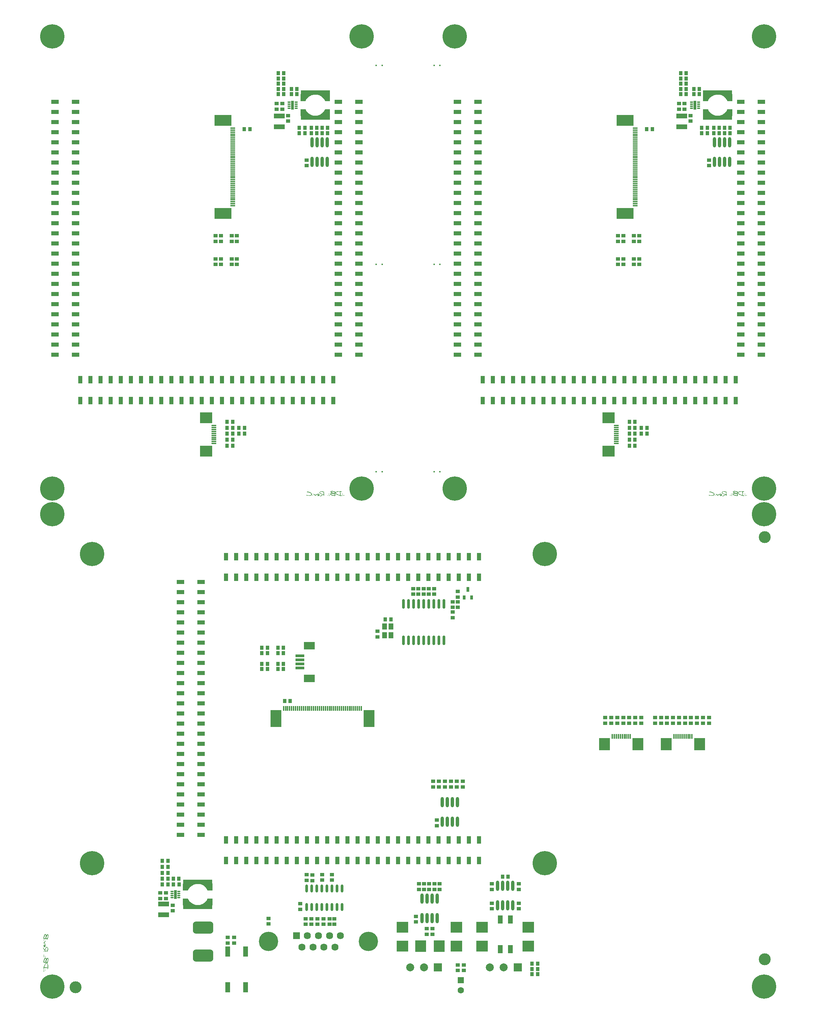
<source format=gbs>
G04 Layer_Color=16711935*
%FSLAX44Y44*%
%MOMM*%
G71*
G01*
G75*
%ADD62C,3.0000*%
%ADD63C,0.1000*%
%ADD64C,0.4000*%
%ADD65C,6.1000*%
%ADD66R,1.6000X1.6000*%
%ADD67C,1.6000*%
%ADD68C,2.0000*%
%ADD69R,2.0000X2.0000*%
%ADD70C,4.8600*%
%ADD71R,1.7900X1.7900*%
%ADD72C,1.7900*%
%ADD73R,0.9000X1.0000*%
%ADD74R,1.3000X2.5000*%
%ADD75O,0.8000X2.6000*%
%ADD76O,0.7000X2.0000*%
%ADD77R,1.0000X0.9000*%
%ADD78R,7.4000X1.0500*%
%ADD79R,2.8432X2.7162*%
%ADD80R,1.3000X2.1000*%
%ADD81R,2.7162X2.8432*%
%ADD82R,2.7000X1.2000*%
G04:AMPARAMS|DCode=83|XSize=0.35mm|YSize=0.8mm|CornerRadius=0.1125mm|HoleSize=0mm|Usage=FLASHONLY|Rotation=270.000|XOffset=0mm|YOffset=0mm|HoleType=Round|Shape=RoundedRectangle|*
%AMROUNDEDRECTD83*
21,1,0.3500,0.5750,0,0,270.0*
21,1,0.1250,0.8000,0,0,270.0*
1,1,0.2250,-0.2875,-0.0625*
1,1,0.2250,-0.2875,0.0625*
1,1,0.2250,0.2875,0.0625*
1,1,0.2250,0.2875,-0.0625*
%
%ADD83ROUNDEDRECTD83*%
%ADD84R,0.6600X2.2500*%
%ADD85R,1.2498X1.4995*%
%ADD86R,0.7500X1.2000*%
%ADD87R,0.7500X1.0000*%
%ADD88R,2.3000X0.7000*%
%ADD89R,2.7000X1.9000*%
%ADD90R,1.9034X1.1160*%
%ADD91R,1.9000X1.1000*%
%ADD92R,1.1160X1.9034*%
%ADD93R,1.1000X1.9000*%
%ADD94O,0.7000X2.4000*%
%ADD95R,0.4000X1.3000*%
%ADD96R,2.8000X4.2000*%
%ADD97R,2.8000X3.1000*%
G04:AMPARAMS|DCode=98|XSize=3.1mm|YSize=5.1mm|CornerRadius=0.8mm|HoleSize=0mm|Usage=FLASHONLY|Rotation=90.000|XOffset=0mm|YOffset=0mm|HoleType=Round|Shape=RoundedRectangle|*
%AMROUNDEDRECTD98*
21,1,3.1000,3.5000,0,0,90.0*
21,1,1.5000,5.1000,0,0,90.0*
1,1,1.6000,1.7500,0.7500*
1,1,1.6000,1.7500,-0.7500*
1,1,1.6000,-1.7500,-0.7500*
1,1,1.6000,-1.7500,0.7500*
%
%ADD98ROUNDEDRECTD98*%
%ADD99R,3.1000X2.8000*%
%ADD100R,1.3000X0.4000*%
%ADD101R,7.4000X1.0500*%
%ADD102R,2.7000X1.2000*%
%ADD103R,4.2000X2.8000*%
G36*
X10929Y107818D02*
X11123Y107776D01*
X11304Y107707D01*
X11442Y107637D01*
X11553Y107568D01*
X11637Y107499D01*
X11692Y107457D01*
X11706Y107443D01*
Y107402D01*
Y107360D01*
X11720Y107235D01*
X11747Y107083D01*
X11761Y106916D01*
X11789Y106764D01*
X11803Y106639D01*
Y106583D01*
X11817Y106542D01*
Y106528D01*
Y106514D01*
X11803Y106431D01*
X11761Y106362D01*
X11706Y106292D01*
X11637Y106237D01*
X11567Y106181D01*
X11512Y106140D01*
X11470Y106126D01*
X11456Y106112D01*
X11359Y106056D01*
X11262Y106015D01*
X11193Y105987D01*
X11137Y105973D01*
X11054Y105945D01*
X11026D01*
X10915Y105959D01*
X10790Y105973D01*
X10680Y106001D01*
X10582Y106029D01*
X10485Y106056D01*
X10416Y106084D01*
X10374Y106112D01*
X10361D01*
X10347Y106126D01*
X10319Y106167D01*
X10264Y106250D01*
X10194Y106334D01*
X10180Y106348D01*
X10166Y106362D01*
X10111Y106431D01*
X10069Y106500D01*
X10028Y106583D01*
X10000Y106625D01*
Y106639D01*
X10014Y106819D01*
X10056Y107013D01*
X10111Y107194D01*
X10180Y107388D01*
X10236Y107540D01*
X10291Y107679D01*
X10333Y107762D01*
X10347Y107776D01*
Y107790D01*
X10472Y107818D01*
X10582Y107831D01*
X10694D01*
X10929Y107818D01*
D02*
G37*
G36*
X11595Y84089D02*
X11567Y84033D01*
X11539Y83992D01*
X11512Y83964D01*
X11456Y83936D01*
X11429D01*
X11470Y84006D01*
X11498Y84061D01*
X11526Y84103D01*
X11539Y84130D01*
X11567Y84158D01*
X11595D01*
Y84089D01*
D02*
G37*
G36*
X10694Y111271D02*
X10749Y111243D01*
X10818Y111215D01*
X10901Y111201D01*
X10971D01*
X11040Y111188D01*
X11096D01*
X11193Y111160D01*
X11304Y111104D01*
X11442Y111007D01*
X11581Y110910D01*
X11720Y110813D01*
X11831Y110716D01*
X11900Y110661D01*
X11928Y110633D01*
Y110064D01*
X11664Y109884D01*
X11429Y109745D01*
X11234Y109662D01*
X11068Y109593D01*
X10929Y109551D01*
X10846Y109537D01*
X10777Y109523D01*
X10763D01*
X10652Y109537D01*
X10569Y109565D01*
X10485Y109607D01*
X10416Y109676D01*
X10305Y109815D01*
X10236Y109995D01*
X10180Y110161D01*
X10166Y110314D01*
X10153Y110369D01*
Y110411D01*
Y110439D01*
Y110453D01*
X10180Y110647D01*
X10236Y110813D01*
X10319Y110952D01*
X10416Y111077D01*
X10499Y111174D01*
X10582Y111257D01*
X10638Y111299D01*
X10666Y111313D01*
X10694Y111271D01*
D02*
G37*
G36*
X14521Y108317D02*
X14618Y108289D01*
X14715Y108234D01*
X14785Y108178D01*
X14854Y108123D01*
X14896Y108067D01*
X14923Y108040D01*
X14937Y108026D01*
X15020Y107915D01*
X15076Y107790D01*
X15131Y107679D01*
X15159Y107568D01*
X15173Y107471D01*
X15187Y107402D01*
Y107346D01*
Y107332D01*
X15173Y107221D01*
X15159Y107110D01*
X15131Y107027D01*
X15117Y106999D01*
Y106986D01*
X15062Y106875D01*
X15034Y106805D01*
X15020Y106764D01*
Y106750D01*
X14979D01*
X14909Y106736D01*
X14840Y106722D01*
X14826Y106708D01*
X14812D01*
X14743Y106694D01*
X14701Y106680D01*
X14632Y106667D01*
X14591D01*
X14466Y106680D01*
X14355Y106708D01*
X14230Y106764D01*
X14119Y106819D01*
X14036Y106875D01*
X13966Y106930D01*
X13911Y106958D01*
X13897Y106972D01*
X13772Y107083D01*
X13689Y107194D01*
X13620Y107291D01*
X13578Y107388D01*
X13550Y107457D01*
X13536Y107513D01*
Y107554D01*
Y107568D01*
X13550Y107707D01*
X13578Y107818D01*
X13620Y107929D01*
X13675Y108012D01*
X13814Y108151D01*
X13980Y108234D01*
X14147Y108289D01*
X14285Y108317D01*
X14341Y108331D01*
X14424D01*
X14521Y108317D01*
D02*
G37*
G36*
X14369Y104656D02*
X14577Y104628D01*
X14660Y104614D01*
X14729Y104600D01*
X14771Y104586D01*
X14785D01*
X14896Y104559D01*
X14993Y104517D01*
X15215Y104392D01*
X15409Y104254D01*
X15603Y104101D01*
X15769Y103948D01*
X15894Y103823D01*
X15977Y103727D01*
X15991Y103713D01*
X16005Y103699D01*
X16227Y103421D01*
X16407Y103172D01*
X16546Y102936D01*
X16643Y102728D01*
X16698Y102575D01*
X16740Y102451D01*
X16768Y102367D01*
Y102353D01*
Y102340D01*
X16823Y102242D01*
X16837Y102159D01*
X16851Y102104D01*
Y102090D01*
Y102035D01*
X16837Y102021D01*
Y102007D01*
X16809Y101979D01*
X16796Y101951D01*
Y101937D01*
Y101924D01*
X16809Y101910D01*
X16837Y101882D01*
X16893Y101799D01*
X16934Y101715D01*
X16948Y101688D01*
Y101674D01*
X16962Y101646D01*
X16976Y101577D01*
X16990Y101480D01*
X17004Y101369D01*
X17017Y101272D01*
X17031Y101175D01*
X17045Y101119D01*
Y101091D01*
X17073Y100981D01*
X17101Y100897D01*
X17128Y100842D01*
X17156Y100800D01*
X17184Y100772D01*
X17212Y100759D01*
X17226D01*
X17420Y101078D01*
X17600Y101355D01*
X17766Y101605D01*
X17905Y101840D01*
X18044Y102035D01*
X18168Y102215D01*
X18266Y102367D01*
X18363Y102492D01*
X18446Y102603D01*
X18501Y102700D01*
X18557Y102769D01*
X18612Y102825D01*
X18640Y102867D01*
X18668Y102894D01*
X18682Y102922D01*
X18834Y103089D01*
X19001Y103241D01*
X19153Y103366D01*
X19306Y103477D01*
X19458Y103574D01*
X19611Y103643D01*
X19749Y103713D01*
X19874Y103754D01*
X20096Y103823D01*
X20193Y103851D01*
X20277Y103865D01*
X20346Y103879D01*
X20429D01*
X20554Y103865D01*
X20706Y103810D01*
X20873Y103727D01*
X21053Y103643D01*
X21206Y103546D01*
X21330Y103477D01*
X21386Y103435D01*
X21428Y103421D01*
X21442Y103394D01*
X21455D01*
X21580Y103172D01*
X21705Y102950D01*
X21802Y102742D01*
X21885Y102548D01*
X22010Y102187D01*
X22065Y102035D01*
X22093Y101896D01*
X22135Y101771D01*
X22149Y101646D01*
X22163Y101549D01*
X22176Y101480D01*
X22190Y101410D01*
Y101369D01*
Y101341D01*
Y101327D01*
Y101313D01*
X22204Y101272D01*
X22218Y101175D01*
X22232Y101091D01*
Y101064D01*
Y101050D01*
X22246Y100967D01*
X22260Y100911D01*
X22274Y100870D01*
X22287Y100842D01*
Y100800D01*
X22274Y100315D01*
X22246Y99816D01*
X22204Y99316D01*
X22135Y98803D01*
X22065Y98290D01*
X21982Y97791D01*
X21899Y97319D01*
X21816Y96862D01*
X21719Y96432D01*
X21636Y96043D01*
X21552Y95697D01*
X21483Y95392D01*
X21442Y95267D01*
X21414Y95142D01*
X21400Y95045D01*
X21372Y94962D01*
X21358Y94892D01*
X21344Y94851D01*
X21330Y94823D01*
Y94809D01*
X21317Y94629D01*
X21303Y94490D01*
X21289Y94435D01*
Y94393D01*
Y94379D01*
Y94365D01*
X21136Y93921D01*
X20998Y93519D01*
X20859Y93145D01*
X20734Y92798D01*
X20609Y92479D01*
X20484Y92188D01*
X20374Y91938D01*
X20277Y91703D01*
X20193Y91508D01*
X20110Y91342D01*
X20041Y91189D01*
X19985Y91079D01*
X19930Y90981D01*
X19902Y90926D01*
X19888Y90884D01*
X19874Y90871D01*
X19805Y90787D01*
X19722Y90732D01*
X19625Y90676D01*
X19528Y90649D01*
X19431Y90635D01*
X19347Y90621D01*
X19278D01*
X19139Y90635D01*
X19028Y90649D01*
X18931Y90690D01*
X18834Y90746D01*
X18695Y90871D01*
X18612Y91023D01*
X18557Y91162D01*
X18529Y91286D01*
X18515Y91342D01*
Y91384D01*
Y91397D01*
Y91411D01*
X18529Y91633D01*
X18543Y91730D01*
X18557Y91813D01*
Y91869D01*
X18571Y91924D01*
X18585Y91952D01*
Y91966D01*
X18446Y92035D01*
X18321Y92077D01*
X18266Y92091D01*
X18113D01*
X18044Y92077D01*
X17960Y92063D01*
X17766Y92049D01*
X17572Y92022D01*
X17364Y91994D01*
X17198Y91980D01*
X17128Y91966D01*
X17073Y91952D01*
X17031D01*
X16837Y91924D01*
X16657Y91897D01*
X16490Y91869D01*
X16352Y91855D01*
X16227Y91827D01*
X16102Y91813D01*
X16005Y91800D01*
X15922Y91786D01*
X15783Y91758D01*
X15700Y91744D01*
X15645Y91730D01*
X15631D01*
X15533Y91758D01*
X15464Y91772D01*
X15409D01*
X15034Y91716D01*
X14701Y91689D01*
X14424Y91661D01*
X14188Y91633D01*
X13994D01*
X13855Y91619D01*
X13717D01*
X13689Y91633D01*
X13578Y91647D01*
X13523D01*
X13467Y91661D01*
X13426D01*
X13328Y91675D01*
X13259Y91689D01*
X13204D01*
X13162Y91703D01*
X13107D01*
X12621Y91716D01*
X12413Y91730D01*
X12205Y91744D01*
X12011Y91758D01*
X11831Y91772D01*
X11664Y91800D01*
X11512Y91813D01*
X11387Y91841D01*
X11262Y91855D01*
X11165Y91869D01*
X11082Y91897D01*
X11012Y91911D01*
X10971D01*
X10943Y91924D01*
X10929D01*
X10804Y91938D01*
X10694Y91952D01*
X10596D01*
X10513Y91966D01*
X10222D01*
X10180Y91952D01*
X10166D01*
X10069Y92008D01*
X9972Y92077D01*
X9903Y92160D01*
X9847Y92243D01*
X9806Y92313D01*
X9778Y92382D01*
X9750Y92424D01*
Y92438D01*
X9736Y92493D01*
X9709Y92576D01*
X9681Y92687D01*
X9639Y92812D01*
X9612Y92937D01*
X9584Y93048D01*
X9570Y93117D01*
X9556Y93145D01*
X10291Y96529D01*
X10347Y96515D01*
X10388Y96501D01*
X10416D01*
X10485Y96515D01*
X10541Y96543D01*
X10582Y96584D01*
X10610Y96640D01*
X10638Y96723D01*
Y96751D01*
Y96764D01*
Y96792D01*
X10624Y96834D01*
X10610Y96862D01*
X10596Y96875D01*
X10582Y96931D01*
X10569Y96973D01*
Y96986D01*
X10582Y97000D01*
X10596Y97042D01*
X10666Y97125D01*
X10721Y97208D01*
X10735Y97236D01*
X10749Y97250D01*
X10694Y97291D01*
X10652Y97333D01*
X10596Y97458D01*
X10582Y97513D01*
X10569Y97555D01*
Y97583D01*
Y97597D01*
Y97611D01*
X10582Y97652D01*
X10624Y97749D01*
X10666Y97846D01*
X10680Y97874D01*
Y97888D01*
X10721Y97985D01*
X10749Y98054D01*
X10777Y98096D01*
X10790Y98138D01*
X10804Y98179D01*
Y98207D01*
X10790Y98248D01*
X10777Y98290D01*
Y98304D01*
X10763Y98359D01*
X10749Y98401D01*
Y98415D01*
X10763Y98526D01*
X10818Y98665D01*
X10888Y98817D01*
X10957Y98983D01*
X11040Y99122D01*
X11096Y99261D01*
X11151Y99344D01*
X11165Y99358D01*
Y99372D01*
X11220Y99316D01*
X11262Y99261D01*
X11304Y99205D01*
X11331Y99178D01*
X11387Y99330D01*
X11415Y99469D01*
X11429Y99552D01*
Y99566D01*
Y99580D01*
Y99663D01*
X11415Y99732D01*
X11387Y99829D01*
X11345Y99885D01*
X11331Y99899D01*
X11207Y99774D01*
Y100356D01*
X11276Y100398D01*
X11331Y100440D01*
X11373Y100481D01*
X11401Y100509D01*
X11429Y100564D01*
Y100578D01*
Y100592D01*
X11415Y100606D01*
X11401Y100620D01*
Y100634D01*
X11373Y100703D01*
Y100731D01*
X11387Y100759D01*
X11401Y100786D01*
X11456Y100870D01*
X11512Y100925D01*
X11539Y100953D01*
X11706Y101119D01*
X11637Y101216D01*
X11609Y101272D01*
X11595Y101313D01*
Y101327D01*
X11609Y101424D01*
X11650Y101549D01*
X11706Y101702D01*
X11775Y101868D01*
X11858Y102062D01*
X11955Y102256D01*
X12177Y102659D01*
X12274Y102853D01*
X12385Y103033D01*
X12483Y103213D01*
X12566Y103366D01*
X12635Y103491D01*
X12691Y103588D01*
X12732Y103643D01*
X12746Y103671D01*
X12912Y103796D01*
X13037Y103893D01*
X13093Y103921D01*
X13134Y103948D01*
X13148Y103962D01*
X13162D01*
X13328Y104170D01*
X13398Y104254D01*
X13453Y104323D01*
X13495Y104378D01*
X13523Y104420D01*
X13550Y104434D01*
Y104448D01*
X13675Y104517D01*
X13786Y104572D01*
X13883Y104614D01*
X13980Y104642D01*
X14050Y104656D01*
X14105Y104670D01*
X14147D01*
X14369Y104656D01*
D02*
G37*
G36*
X13132Y87609D02*
X13093Y87570D01*
X13065Y87500D01*
X13023Y87431D01*
X12996Y87362D01*
X12968Y87292D01*
X12954Y87251D01*
X12940Y87237D01*
Y87528D01*
X12954Y87500D01*
X12968Y87487D01*
X12982Y87473D01*
X13051Y87556D01*
X13079Y87598D01*
X13093Y87625D01*
Y87639D01*
X13132Y87609D01*
D02*
G37*
G36*
X17350Y91203D02*
X17447Y91189D01*
X17572Y91162D01*
X17683Y91120D01*
X17808Y91079D01*
X17891Y91051D01*
X17960Y91037D01*
X17988Y91023D01*
X18141Y90968D01*
X18266Y90912D01*
X18363Y90871D01*
X18446Y90829D01*
X18515Y90801D01*
X18557Y90773D01*
X18585Y90759D01*
X18598D01*
X18751Y90690D01*
X18917Y90593D01*
X19070Y90468D01*
X19223Y90344D01*
X19514Y90066D01*
X19777Y89775D01*
X19999Y89497D01*
X20096Y89387D01*
X20166Y89276D01*
X20235Y89178D01*
X20277Y89109D01*
X20304Y89068D01*
X20318Y89054D01*
X20471Y88818D01*
X20596Y88582D01*
X20831Y88125D01*
X21012Y87722D01*
X21081Y87528D01*
X21150Y87362D01*
X21192Y87195D01*
X21233Y87057D01*
X21275Y86932D01*
X21303Y86821D01*
X21317Y86738D01*
X21330Y86682D01*
X21344Y86641D01*
Y86627D01*
X21414Y86197D01*
X21442Y85989D01*
X21469Y85808D01*
X21483Y85642D01*
Y85531D01*
X21497Y85448D01*
Y85434D01*
Y85420D01*
X21511Y85379D01*
X21525Y85309D01*
X21539Y85226D01*
X21552Y85143D01*
X21580Y85060D01*
X21594Y84990D01*
X21608Y84935D01*
Y84921D01*
X21649Y84782D01*
X21677Y84671D01*
X21691Y84602D01*
X21705Y84546D01*
X21719Y84519D01*
Y84505D01*
Y84491D01*
Y79485D01*
Y79346D01*
X21705Y79179D01*
X21649Y78819D01*
X21580Y78444D01*
X21511Y78070D01*
X21469Y77890D01*
X21428Y77723D01*
X21386Y77571D01*
X21358Y77446D01*
X21330Y77335D01*
X21303Y77252D01*
X21289Y77196D01*
Y77182D01*
X21233Y76974D01*
X21178Y76794D01*
X21123Y76628D01*
X21081Y76475D01*
X21039Y76350D01*
X20998Y76225D01*
X20970Y76128D01*
X20942Y76059D01*
X20901Y75934D01*
X20873Y75851D01*
X20845Y75809D01*
Y75795D01*
X20720Y75601D01*
X20609Y75463D01*
X20484Y75366D01*
X20387Y75296D01*
X20290Y75255D01*
X20221Y75241D01*
X20179Y75227D01*
X20166D01*
X20124Y75241D01*
X20069Y75269D01*
X19944Y75352D01*
X19888Y75393D01*
X19847Y75435D01*
X19819Y75463D01*
X19805Y75476D01*
X19694Y75574D01*
X19625Y75671D01*
X19569Y75754D01*
X19528Y75823D01*
X19500Y75879D01*
X19486Y75920D01*
Y75934D01*
Y75948D01*
X19833Y77474D01*
X19888Y77737D01*
X19944Y77973D01*
X19985Y78181D01*
X20027Y78347D01*
X20055Y78500D01*
X20082Y78625D01*
X20110Y78722D01*
X20124Y78805D01*
X20138Y78874D01*
X20152Y78930D01*
X20166Y78985D01*
Y79013D01*
X20138Y79138D01*
X20096Y79249D01*
X20055Y79332D01*
X20027Y79346D01*
Y79360D01*
X19971Y79263D01*
X19944Y79179D01*
X19916Y79124D01*
Y79110D01*
X19736Y79068D01*
X19569Y79027D01*
X19431Y78985D01*
X19306Y78958D01*
X19209Y78930D01*
X19112Y78916D01*
X19042Y78888D01*
X18987Y78874D01*
X18903Y78860D01*
X18862Y78847D01*
X18834D01*
X18765Y78833D01*
X18709Y78819D01*
X18668D01*
X18598Y78833D01*
X18543Y78847D01*
X18501Y78860D01*
X18487D01*
X18390Y78805D01*
X18321Y78763D01*
X18266Y78749D01*
X18141D01*
X18016Y78736D01*
X17877Y78722D01*
X17725D01*
X17378Y78680D01*
X17031Y78652D01*
X16712Y78625D01*
X16560Y78611D01*
X16435Y78597D01*
X16338Y78583D01*
X16255D01*
X16199Y78569D01*
X16185D01*
X15963Y78541D01*
X15769Y78528D01*
X15603Y78500D01*
X15450Y78486D01*
X15325Y78472D01*
X15215Y78458D01*
X15131Y78444D01*
X15062D01*
X15007Y78431D01*
X14951D01*
X14896Y78417D01*
X14743D01*
X14591Y78431D01*
X14396Y78444D01*
X14161Y78472D01*
X13897Y78500D01*
X13620Y78528D01*
X13051Y78597D01*
X12760Y78625D01*
X12496Y78652D01*
X12247Y78680D01*
X12025Y78708D01*
X11831Y78736D01*
X11692Y78749D01*
X11637D01*
X11595Y78763D01*
X11567D01*
X11512Y78639D01*
X11470Y78500D01*
X11429Y78347D01*
X11401Y78209D01*
X11373Y78098D01*
X11345Y77987D01*
X11331Y77931D01*
Y77903D01*
X11304Y77751D01*
X11276Y77585D01*
X11248Y77404D01*
X11234Y77238D01*
X11207Y77085D01*
X11193Y76961D01*
X11179Y76877D01*
Y76863D01*
Y76849D01*
X11123Y76739D01*
X11096Y76655D01*
X11082Y76586D01*
Y76572D01*
X11096Y76517D01*
X11109Y76503D01*
Y76489D01*
X11137Y76434D01*
Y76406D01*
X11082Y76295D01*
X11040Y76198D01*
X10943Y76031D01*
X10846Y75920D01*
X10749Y75851D01*
X10680Y75795D01*
X10624Y75782D01*
X10582Y75768D01*
X10569D01*
X10361Y75795D01*
X10291Y75809D01*
X10222Y75837D01*
X10166Y75865D01*
X10125Y75879D01*
X10111Y75907D01*
X10097D01*
X10042Y75962D01*
X9972Y76045D01*
X9861Y76212D01*
X9820Y76295D01*
X9778Y76364D01*
X9764Y76406D01*
X9750Y76420D01*
X9681Y76558D01*
X9639Y76669D01*
X9598Y76766D01*
X9584Y76836D01*
X9570Y76891D01*
X9556Y76947D01*
Y76961D01*
Y76974D01*
X9570Y77182D01*
X9584Y77418D01*
X9612Y77668D01*
X9653Y77945D01*
X9750Y78500D01*
X9875Y79041D01*
X9931Y79304D01*
X9986Y79540D01*
X10042Y79748D01*
X10083Y79942D01*
X10125Y80095D01*
X10153Y80219D01*
X10180Y80289D01*
Y80317D01*
X10264Y80580D01*
X10347Y80844D01*
X10430Y81093D01*
X10499Y81315D01*
X10569Y81509D01*
X10624Y81648D01*
X10638Y81703D01*
X10652Y81745D01*
X10666Y81759D01*
Y81773D01*
X10680Y81870D01*
Y81953D01*
X10694Y82078D01*
Y82147D01*
Y82175D01*
X10860Y82563D01*
X10999Y82910D01*
X11123Y83187D01*
X11220Y83423D01*
X11304Y83603D01*
X11359Y83742D01*
X11387Y83811D01*
X11401Y83839D01*
X11429Y83756D01*
X11442Y83673D01*
Y83617D01*
Y83603D01*
Y83562D01*
X11429Y83506D01*
X11415Y83437D01*
X11387Y83354D01*
X11373Y83271D01*
X11345Y83215D01*
X11331Y83160D01*
Y83146D01*
X11290Y83007D01*
X11248Y82910D01*
X11220Y82827D01*
X11207Y82771D01*
Y82744D01*
X11193Y82716D01*
Y82702D01*
X11207Y82619D01*
X11248Y82535D01*
X11276Y82480D01*
X11290Y82466D01*
X11359Y82535D01*
X11429Y82605D01*
X11553Y82785D01*
X11664Y82993D01*
X11775Y83201D01*
X11858Y83395D01*
X11914Y83548D01*
X11942Y83617D01*
X11955Y83659D01*
X11969Y83687D01*
Y83701D01*
X12524Y85365D01*
X12580Y85448D01*
X12621Y85503D01*
X12635Y85531D01*
Y85545D01*
X12621Y85587D01*
X12607Y85614D01*
X12580Y85670D01*
Y85684D01*
X13897Y88166D01*
Y88222D01*
X13883Y88263D01*
X13869Y88291D01*
X13689D01*
X13634Y88208D01*
X13592Y88152D01*
X13578Y88111D01*
Y88097D01*
X13509Y88152D01*
X13467Y88180D01*
X13439Y88208D01*
X13426D01*
X13453Y88305D01*
X13509Y88402D01*
X13578Y88499D01*
X13661Y88582D01*
X13744Y88638D01*
X13814Y88693D01*
X13869Y88721D01*
X13883Y88735D01*
X13855Y88693D01*
X13842Y88638D01*
X13828Y88582D01*
Y88568D01*
X13842Y88485D01*
X13869Y88430D01*
X13897Y88388D01*
X13911Y88374D01*
X14050Y88527D01*
X14161Y88652D01*
X14258Y88749D01*
X14327Y88846D01*
X14382Y88915D01*
X14438Y88957D01*
X14452Y88984D01*
X14466Y88998D01*
Y89178D01*
X14396Y89234D01*
X14341Y89262D01*
X14258Y89331D01*
X14230Y89359D01*
X14216Y89373D01*
X14230D01*
X14327Y89470D01*
X14396Y89553D01*
X14452Y89608D01*
X14507Y89636D01*
X14535Y89664D01*
X14549Y89678D01*
X14563D01*
X14604Y89595D01*
X14632Y89539D01*
X14660Y89497D01*
Y89484D01*
X14785Y89650D01*
X14882Y89789D01*
X14923Y89844D01*
X14951Y89886D01*
X14965Y89900D01*
Y89914D01*
X14896Y89997D01*
X14840Y90038D01*
X14812Y90052D01*
X14799D01*
X14840Y90066D01*
X14896Y90122D01*
X14923Y90163D01*
X14937Y90177D01*
X15034Y90371D01*
X15131Y90482D01*
X15228Y90579D01*
X15409Y90718D01*
X15589Y90829D01*
X15741Y90912D01*
X15866Y90954D01*
X15977Y90968D01*
X16033Y90981D01*
X16061D01*
X16116Y90968D01*
X16144Y90954D01*
X16213Y91023D01*
X16269Y91079D01*
X16296Y91092D01*
X16310Y91106D01*
X16490Y91120D01*
X16643Y91134D01*
X16782Y91148D01*
X16893Y91162D01*
X16990Y91176D01*
X17073Y91189D01*
X17142D01*
X17198Y91203D01*
X17267D01*
X17298Y91214D01*
X17350Y91203D01*
D02*
G37*
G36*
X12053Y84727D02*
X11817D01*
X11858Y84852D01*
X11900Y84949D01*
X11928Y85004D01*
X11955Y85060D01*
X11969Y85087D01*
X11983Y85101D01*
X11997D01*
X12053Y84727D01*
D02*
G37*
G36*
X12774Y86973D02*
X12815Y86918D01*
X12843Y86876D01*
X12857Y86862D01*
X12580Y86003D01*
X12510Y85795D01*
X12427Y85642D01*
X12330Y85517D01*
X12247Y85420D01*
X12177Y85365D01*
X12108Y85323D01*
X12066Y85295D01*
X12053D01*
X12136Y85545D01*
X12205Y85739D01*
X12274Y85906D01*
X12330Y86030D01*
X12371Y86128D01*
X12399Y86197D01*
X12427Y86224D01*
Y86238D01*
X12441Y86141D01*
X12455Y86072D01*
X12469Y86044D01*
Y86030D01*
X12483Y86058D01*
X12496Y86114D01*
X12510Y86238D01*
Y86294D01*
Y86349D01*
Y86391D01*
Y86405D01*
Y86433D01*
X12524Y86474D01*
X12580Y86585D01*
X12621Y86682D01*
X12635Y86710D01*
Y86724D01*
X12677Y86821D01*
X12704Y86904D01*
X12732Y86960D01*
X12746Y86987D01*
X12760Y87015D01*
Y87029D01*
X12774Y86973D01*
D02*
G37*
G36*
X18127Y131380D02*
X18182Y131366D01*
X18238D01*
X18266Y131352D01*
X18280D01*
X18376Y131338D01*
X18446Y131325D01*
X18515D01*
X18543Y131311D01*
X18612D01*
X18640Y131297D01*
X18709Y131255D01*
X18793Y131214D01*
X18807Y131200D01*
X18820D01*
X18890Y131172D01*
X18945Y131144D01*
X18987Y131130D01*
X19015Y131117D01*
X19042Y131103D01*
X19167Y131061D01*
X19278Y131019D01*
X19528Y130867D01*
X19763Y130701D01*
X19971Y130506D01*
X20152Y130326D01*
X20290Y130187D01*
X20346Y130118D01*
X20387Y130076D01*
X20401Y130049D01*
X20415Y130035D01*
X20554Y129868D01*
X20665Y129702D01*
X20762Y129549D01*
X20845Y129411D01*
X20984Y129133D01*
X21067Y128912D01*
X21123Y128717D01*
X21150Y128579D01*
X21164Y128523D01*
Y128482D01*
Y128468D01*
Y128454D01*
X21220Y128315D01*
X21261Y128218D01*
X21289Y128163D01*
X21303Y128149D01*
X21344Y127663D01*
X21386Y127178D01*
X21414Y126720D01*
Y126498D01*
X21428Y126304D01*
Y126110D01*
X21442Y125944D01*
Y125805D01*
Y125666D01*
Y125569D01*
Y125500D01*
Y125444D01*
Y125430D01*
Y125292D01*
X21428Y125139D01*
X21414Y124973D01*
X21386Y124779D01*
X21330Y124376D01*
X21275Y123974D01*
X21247Y123780D01*
X21220Y123600D01*
X21192Y123434D01*
X21164Y123295D01*
X21136Y123170D01*
X21123Y123087D01*
X21109Y123017D01*
Y123004D01*
X21053Y122698D01*
X20998Y122421D01*
X20942Y122185D01*
X20901Y121991D01*
X20859Y121811D01*
X20831Y121658D01*
X20790Y121533D01*
X20776Y121436D01*
X20748Y121353D01*
X20734Y121284D01*
X20720Y121242D01*
X20706Y121201D01*
X20693Y121173D01*
Y121159D01*
X20568Y120979D01*
X20457Y120826D01*
X20346Y120674D01*
X20249Y120549D01*
X20152Y120424D01*
X20069Y120327D01*
X19930Y120147D01*
X19819Y120022D01*
X19749Y119939D01*
X19694Y119897D01*
X19680Y119883D01*
X19486Y119745D01*
X19292Y119647D01*
X19084Y119564D01*
X18890Y119523D01*
X18709Y119495D01*
X18571Y119481D01*
X18515Y119467D01*
X18446D01*
X18363Y119481D01*
X18266Y119509D01*
X18196Y119523D01*
X18182Y119536D01*
X18168D01*
X18085Y119578D01*
X18030Y119634D01*
X17974Y119675D01*
X17947Y119703D01*
X17919Y119758D01*
Y119786D01*
Y119814D01*
X17933Y119855D01*
X17974Y119939D01*
X18002Y120022D01*
X18016Y120036D01*
Y120050D01*
X18058Y120119D01*
X18085Y120174D01*
X18099Y120216D01*
X18113Y120244D01*
X18127Y120272D01*
X18099Y120299D01*
X18071Y120355D01*
X18030Y120396D01*
X18016Y120410D01*
X17669D01*
X17434Y120355D01*
X17212Y120299D01*
X17017Y120244D01*
X16851Y120202D01*
X16712Y120161D01*
X16601Y120133D01*
X16546Y120119D01*
X16518Y120105D01*
X16352Y120077D01*
X16158Y120050D01*
X15769Y120008D01*
X15381Y119952D01*
X15007Y119911D01*
X14826Y119883D01*
X14660Y119869D01*
X14521Y119855D01*
X14396Y119841D01*
X14285Y119828D01*
X14216D01*
X14161Y119814D01*
X14147D01*
X13952Y119786D01*
X13786Y119772D01*
X13634Y119758D01*
X13509Y119745D01*
X13398Y119731D01*
X13301Y119717D01*
X13218D01*
X13148Y119703D01*
X13065D01*
X13010Y119689D01*
X12649D01*
X12344Y119703D01*
X12066D01*
X11803Y119717D01*
X11567Y119731D01*
X11345Y119745D01*
X11151Y119758D01*
X10985Y119772D01*
X10832Y119786D01*
X10707Y119800D01*
X10596D01*
X10513Y119814D01*
X10444Y119828D01*
X10402Y119841D01*
X10361D01*
Y119869D01*
X10347Y119911D01*
X10305Y120036D01*
X10291Y120091D01*
X10264Y120147D01*
X10250Y120174D01*
Y120188D01*
X10208Y120285D01*
X10180Y120368D01*
X10166Y120424D01*
X10153Y120452D01*
X10139Y120479D01*
Y120493D01*
X10153Y120563D01*
X10180Y120632D01*
X10236Y120688D01*
X10319Y120729D01*
X10485Y120812D01*
X10694Y120854D01*
X10901Y120882D01*
X11082Y120909D01*
X11831D01*
X11914Y120896D01*
X12025D01*
X12469Y120840D01*
X12732D01*
X12926Y120854D01*
X13134Y120868D01*
X13328Y120896D01*
X13509Y120923D01*
X13675Y120951D01*
X13800Y120965D01*
X13883Y120993D01*
X13911D01*
X14077Y121062D01*
X14188Y121104D01*
X14258Y121117D01*
X14272Y121131D01*
X15062D01*
X15256Y121117D01*
X15547D01*
X15645Y121104D01*
X15714D01*
X16061Y121131D01*
X16393Y121173D01*
X16712Y121215D01*
X17004Y121256D01*
X17295Y121298D01*
X17558Y121353D01*
X17808Y121395D01*
X18030Y121450D01*
X18238Y121492D01*
X18418Y121533D01*
X18571Y121575D01*
X18709Y121603D01*
X18807Y121631D01*
X18890Y121658D01*
X18931Y121672D01*
X18945D01*
X19028Y121714D01*
X19112Y121797D01*
X19195Y121894D01*
X19264Y121991D01*
X19320Y122102D01*
X19361Y122185D01*
X19389Y122241D01*
X19403Y122268D01*
X19472Y122490D01*
X19528Y122685D01*
X19569Y122851D01*
X19611Y123004D01*
X19639Y123128D01*
X19666Y123212D01*
X19680Y123267D01*
Y123281D01*
X19791Y123558D01*
X19888Y123794D01*
X19971Y124002D01*
X20027Y124155D01*
X20069Y124279D01*
X20096Y124363D01*
X20124Y124418D01*
Y124432D01*
X20138Y124501D01*
X20152Y124598D01*
X20166Y124806D01*
Y124903D01*
Y124987D01*
Y125056D01*
Y125070D01*
Y125195D01*
Y125320D01*
Y125403D01*
Y125417D01*
Y125430D01*
X20179Y125444D01*
X20207Y125458D01*
X20249D01*
X20263Y125472D01*
X20277Y125514D01*
Y125541D01*
Y125555D01*
X20263Y126415D01*
Y126526D01*
Y126651D01*
Y126901D01*
Y127011D01*
Y127095D01*
Y127164D01*
Y127178D01*
Y127317D01*
X20249Y127428D01*
Y127511D01*
Y127594D01*
Y127636D01*
Y127677D01*
Y127705D01*
Y127746D01*
X20221Y127816D01*
X20179Y127982D01*
X20152Y128066D01*
X20124Y128121D01*
X20110Y128176D01*
X20096Y128190D01*
X20027Y128509D01*
X19930Y128787D01*
X19805Y129036D01*
X19680Y129258D01*
X19569Y129425D01*
X19472Y129549D01*
X19403Y129633D01*
X19389Y129660D01*
X19375D01*
X19264Y129771D01*
X19153Y129868D01*
X18945Y130007D01*
X18737Y130118D01*
X18543Y130201D01*
X18376Y130243D01*
X18238Y130257D01*
X18155Y130271D01*
X18127D01*
X17974Y130257D01*
X17822Y130201D01*
X17655Y130118D01*
X17503Y130007D01*
X17336Y129868D01*
X17170Y129730D01*
X16865Y129411D01*
X16601Y129092D01*
X16477Y128953D01*
X16379Y128814D01*
X16296Y128703D01*
X16241Y128620D01*
X16199Y128565D01*
X16185Y128551D01*
X16019Y128301D01*
X15866Y128066D01*
X15741Y127858D01*
X15631Y127663D01*
X15520Y127483D01*
X15436Y127331D01*
X15367Y127192D01*
X15298Y127067D01*
X15256Y126956D01*
X15215Y126873D01*
X15173Y126790D01*
X15159Y126734D01*
X15131Y126679D01*
Y126651D01*
X15117Y126623D01*
X15076Y126471D01*
X15048Y126332D01*
X14993Y126096D01*
X14951Y125902D01*
X14909Y125763D01*
X14896Y125652D01*
X14882Y125597D01*
X14868Y125555D01*
Y125541D01*
X14771Y125139D01*
X14688Y124765D01*
X14591Y124404D01*
X14521Y124058D01*
X14438Y123739D01*
X14369Y123447D01*
X14313Y123170D01*
X14258Y122934D01*
X14202Y122712D01*
X14161Y122518D01*
X14119Y122338D01*
X14091Y122199D01*
X14064Y122088D01*
X14050Y122019D01*
X14036Y121963D01*
Y121950D01*
X13842Y121880D01*
X13689Y121811D01*
X13578Y121769D01*
X13481Y121742D01*
X13426Y121714D01*
X13384Y121700D01*
X13356Y121686D01*
X13301Y121700D01*
X13231Y121728D01*
X13162Y121769D01*
X13079Y121825D01*
X12940Y121977D01*
X12788Y122144D01*
X12663Y122296D01*
X12566Y122449D01*
X12524Y122504D01*
X12496Y122546D01*
X12469Y122574D01*
Y122587D01*
X12344Y122782D01*
X12233Y122948D01*
X12136Y123101D01*
X12039Y123239D01*
X11942Y123364D01*
X11858Y123475D01*
X11789Y123558D01*
X11720Y123642D01*
X11609Y123766D01*
X11526Y123836D01*
X11470Y123877D01*
X11456Y123891D01*
X11429Y124002D01*
X11415Y124085D01*
Y124127D01*
Y124141D01*
X11304Y124238D01*
X11179Y124363D01*
X11068Y124487D01*
X10971Y124612D01*
X10888Y124723D01*
X10818Y124820D01*
X10777Y124876D01*
X10763Y124903D01*
X10624Y125125D01*
X10499Y125320D01*
X10388Y125486D01*
X10305Y125625D01*
X10236Y125722D01*
X10194Y125805D01*
X10166Y125847D01*
X10153Y125860D01*
X10028Y126138D01*
X9917Y126374D01*
X9820Y126582D01*
X9736Y126762D01*
X9667Y126928D01*
X9612Y127053D01*
X9556Y127164D01*
X9528Y127247D01*
X9487Y127317D01*
X9473Y127372D01*
X9459Y127414D01*
X9445Y127441D01*
X9431Y127469D01*
X9307Y127788D01*
X9209Y128093D01*
X9140Y128398D01*
X9099Y128676D01*
X9071Y128912D01*
X9057Y129022D01*
X9043Y129106D01*
Y129175D01*
Y129230D01*
Y129258D01*
Y129272D01*
Y129300D01*
Y129341D01*
X9029Y129466D01*
X9015Y129508D01*
Y129563D01*
X9002Y129591D01*
Y129605D01*
X8988Y129702D01*
X8974Y129771D01*
X8960Y129813D01*
Y129854D01*
X8946Y129882D01*
X8960Y129979D01*
X8988Y130049D01*
X9071Y130174D01*
X9140Y130243D01*
X9168Y130271D01*
X9182D01*
X9279Y130257D01*
X9362Y130229D01*
X9528Y130132D01*
X9667Y129993D01*
X9806Y129841D01*
X9903Y129688D01*
X9972Y129563D01*
X10000Y129508D01*
X10028Y129480D01*
X10042Y129452D01*
Y129438D01*
X10444Y128218D01*
X10596Y127899D01*
X10735Y127594D01*
X10860Y127331D01*
X10971Y127081D01*
X11068Y126845D01*
X11165Y126637D01*
X11248Y126457D01*
X11331Y126290D01*
X11387Y126152D01*
X11442Y126027D01*
X11498Y125916D01*
X11526Y125833D01*
X11553Y125777D01*
X11581Y125736D01*
X11595Y125708D01*
Y125694D01*
X11650Y125569D01*
X11747Y125417D01*
X11845Y125250D01*
X11969Y125070D01*
X12066Y124903D01*
X12163Y124779D01*
X12191Y124723D01*
X12219Y124682D01*
X12247Y124668D01*
Y124654D01*
X12371Y124487D01*
X12483Y124349D01*
X12580Y124224D01*
X12677Y124113D01*
X12760Y124030D01*
X12829Y123947D01*
X12954Y123836D01*
X13051Y123780D01*
X13107Y123739D01*
X13148Y123725D01*
X13162D01*
X13218Y123739D01*
X13259Y123766D01*
X13301Y123822D01*
X13342Y123891D01*
X13412Y124071D01*
X13481Y124266D01*
X13523Y124460D01*
X13564Y124640D01*
X13578Y124709D01*
Y124765D01*
X13592Y124793D01*
Y124806D01*
X13634Y125042D01*
X13661Y125250D01*
X13703Y125444D01*
X13717Y125597D01*
X13744Y125736D01*
X13758Y125860D01*
X13786Y125957D01*
X13800Y126027D01*
Y126096D01*
X13814Y126152D01*
X13828Y126207D01*
Y126249D01*
X13925Y126457D01*
X14022Y126637D01*
X14105Y126790D01*
X14161Y126914D01*
X14216Y127011D01*
X14258Y127081D01*
X14272Y127122D01*
X14285Y127136D01*
X14396Y127455D01*
X14507Y127733D01*
X14591Y127982D01*
X14660Y128176D01*
X14701Y128329D01*
X14743Y128440D01*
X14771Y128509D01*
Y128537D01*
X14909Y128759D01*
X15048Y128953D01*
X15159Y129106D01*
X15256Y129230D01*
X15339Y129314D01*
X15395Y129383D01*
X15436Y129411D01*
X15450Y129425D01*
X15533Y129591D01*
X15617Y129744D01*
X15686Y129882D01*
X15755Y130007D01*
X15811Y130104D01*
X15866Y130201D01*
X15963Y130340D01*
X16047Y130451D01*
X16102Y130506D01*
X16130Y130534D01*
X16144Y130548D01*
X16366Y130701D01*
X16560Y130825D01*
X16754Y130936D01*
X16934Y131033D01*
X17087Y131117D01*
X17239Y131186D01*
X17378Y131241D01*
X17489Y131283D01*
X17600Y131325D01*
X17697Y131352D01*
X17766Y131366D01*
X17836Y131380D01*
X17877Y131394D01*
X18016D01*
X18127Y131380D01*
D02*
G37*
G36*
X14369Y163929D02*
X14577Y163902D01*
X14660Y163888D01*
X14729Y163874D01*
X14771Y163860D01*
X14785D01*
X14896Y163832D01*
X14993Y163790D01*
X15215Y163666D01*
X15409Y163527D01*
X15603Y163375D01*
X15769Y163222D01*
X15894Y163097D01*
X15977Y163000D01*
X15991Y162986D01*
X16005Y162972D01*
X16227Y162695D01*
X16407Y162445D01*
X16546Y162209D01*
X16643Y162001D01*
X16698Y161849D01*
X16740Y161724D01*
X16768Y161641D01*
Y161627D01*
Y161613D01*
X16823Y161516D01*
X16837Y161433D01*
X16851Y161377D01*
Y161364D01*
Y161308D01*
X16837Y161294D01*
Y161280D01*
X16809Y161253D01*
X16796Y161225D01*
Y161211D01*
Y161197D01*
X16809Y161183D01*
X16837Y161155D01*
X16893Y161072D01*
X16934Y160989D01*
X16948Y160961D01*
Y160947D01*
X16962Y160920D01*
X16976Y160850D01*
X16990Y160753D01*
X17004Y160642D01*
X17017Y160545D01*
X17031Y160448D01*
X17045Y160393D01*
Y160365D01*
X17073Y160254D01*
X17101Y160171D01*
X17128Y160115D01*
X17156Y160074D01*
X17184Y160046D01*
X17212Y160032D01*
X17226D01*
X17420Y160351D01*
X17600Y160629D01*
X17766Y160878D01*
X17905Y161114D01*
X18044Y161308D01*
X18168Y161488D01*
X18266Y161641D01*
X18363Y161766D01*
X18446Y161877D01*
X18501Y161974D01*
X18557Y162043D01*
X18612Y162099D01*
X18640Y162140D01*
X18668Y162168D01*
X18682Y162196D01*
X18834Y162362D01*
X19001Y162515D01*
X19153Y162639D01*
X19306Y162750D01*
X19458Y162847D01*
X19611Y162917D01*
X19749Y162986D01*
X19874Y163028D01*
X20096Y163097D01*
X20193Y163125D01*
X20277Y163139D01*
X20346Y163153D01*
X20429D01*
X20554Y163139D01*
X20706Y163083D01*
X20873Y163000D01*
X21053Y162917D01*
X21206Y162820D01*
X21330Y162750D01*
X21386Y162709D01*
X21428Y162695D01*
X21442Y162667D01*
X21455D01*
X21580Y162445D01*
X21705Y162223D01*
X21802Y162015D01*
X21885Y161821D01*
X22010Y161461D01*
X22065Y161308D01*
X22093Y161169D01*
X22135Y161045D01*
X22149Y160920D01*
X22163Y160823D01*
X22176Y160753D01*
X22190Y160684D01*
Y160642D01*
Y160615D01*
Y160601D01*
Y160587D01*
X22204Y160545D01*
X22218Y160448D01*
X22232Y160365D01*
Y160337D01*
Y160323D01*
X22246Y160240D01*
X22260Y160185D01*
X22274Y160143D01*
X22287Y160115D01*
Y160074D01*
X22274Y159588D01*
X22246Y159089D01*
X22204Y158590D01*
X22135Y158077D01*
X22065Y157564D01*
X21982Y157064D01*
X21899Y156593D01*
X21816Y156135D01*
X21719Y155705D01*
X21636Y155317D01*
X21552Y154970D01*
X21483Y154665D01*
X21442Y154540D01*
X21414Y154416D01*
X21400Y154318D01*
X21372Y154235D01*
X21358Y154166D01*
X21344Y154124D01*
X21330Y154096D01*
Y154083D01*
X21317Y153902D01*
X21303Y153764D01*
X21289Y153708D01*
Y153667D01*
Y153653D01*
Y153639D01*
X21136Y153195D01*
X20998Y152793D01*
X20859Y152418D01*
X20734Y152072D01*
X20609Y151753D01*
X20484Y151461D01*
X20374Y151212D01*
X20277Y150976D01*
X20193Y150782D01*
X20110Y150616D01*
X20041Y150463D01*
X19985Y150352D01*
X19930Y150255D01*
X19902Y150199D01*
X19888Y150158D01*
X19874Y150144D01*
X19805Y150061D01*
X19722Y150005D01*
X19625Y149950D01*
X19528Y149922D01*
X19431Y149908D01*
X19347Y149894D01*
X19278D01*
X19139Y149908D01*
X19028Y149922D01*
X18931Y149964D01*
X18834Y150019D01*
X18695Y150144D01*
X18612Y150296D01*
X18557Y150435D01*
X18529Y150560D01*
X18515Y150616D01*
Y150657D01*
Y150671D01*
Y150685D01*
X18529Y150907D01*
X18543Y151004D01*
X18557Y151087D01*
Y151143D01*
X18571Y151198D01*
X18585Y151226D01*
Y151240D01*
X18446Y151309D01*
X18321Y151350D01*
X18266Y151364D01*
X18113D01*
X18044Y151350D01*
X17960Y151337D01*
X17766Y151323D01*
X17572Y151295D01*
X17364Y151267D01*
X17198Y151253D01*
X17128Y151240D01*
X17073Y151226D01*
X17031D01*
X16837Y151198D01*
X16657Y151170D01*
X16490Y151143D01*
X16352Y151129D01*
X16227Y151101D01*
X16102Y151087D01*
X16005Y151073D01*
X15922Y151059D01*
X15783Y151032D01*
X15700Y151018D01*
X15645Y151004D01*
X15631D01*
X15533Y151032D01*
X15464Y151045D01*
X15409D01*
X15034Y150990D01*
X14701Y150962D01*
X14424Y150934D01*
X14188Y150907D01*
X13994D01*
X13855Y150893D01*
X13717D01*
X13689Y150907D01*
X13578Y150921D01*
X13523D01*
X13467Y150934D01*
X13426D01*
X13328Y150948D01*
X13259Y150962D01*
X13204D01*
X13162Y150976D01*
X13107D01*
X12621Y150990D01*
X12413Y151004D01*
X12205Y151018D01*
X12011Y151032D01*
X11831Y151045D01*
X11664Y151073D01*
X11512Y151087D01*
X11387Y151115D01*
X11262Y151129D01*
X11165Y151143D01*
X11082Y151170D01*
X11012Y151184D01*
X10971D01*
X10943Y151198D01*
X10929D01*
X10804Y151212D01*
X10694Y151226D01*
X10596D01*
X10513Y151240D01*
X10222D01*
X10180Y151226D01*
X10166D01*
X10069Y151281D01*
X9972Y151350D01*
X9903Y151434D01*
X9847Y151517D01*
X9806Y151586D01*
X9778Y151656D01*
X9750Y151697D01*
Y151711D01*
X9736Y151767D01*
X9709Y151850D01*
X9681Y151961D01*
X9639Y152086D01*
X9612Y152210D01*
X9584Y152321D01*
X9570Y152391D01*
X9556Y152418D01*
X10291Y155802D01*
X10347Y155788D01*
X10388Y155775D01*
X10416D01*
X10485Y155788D01*
X10541Y155816D01*
X10582Y155858D01*
X10610Y155913D01*
X10638Y155997D01*
Y156024D01*
Y156038D01*
Y156066D01*
X10624Y156107D01*
X10610Y156135D01*
X10596Y156149D01*
X10582Y156205D01*
X10569Y156246D01*
Y156260D01*
X10582Y156274D01*
X10596Y156315D01*
X10666Y156399D01*
X10721Y156482D01*
X10735Y156510D01*
X10749Y156524D01*
X10694Y156565D01*
X10652Y156607D01*
X10596Y156732D01*
X10582Y156787D01*
X10569Y156829D01*
Y156856D01*
Y156870D01*
Y156884D01*
X10582Y156926D01*
X10624Y157023D01*
X10666Y157120D01*
X10680Y157148D01*
Y157161D01*
X10721Y157259D01*
X10749Y157328D01*
X10777Y157369D01*
X10790Y157411D01*
X10804Y157453D01*
Y157480D01*
X10790Y157522D01*
X10777Y157564D01*
Y157577D01*
X10763Y157633D01*
X10749Y157675D01*
Y157688D01*
X10763Y157799D01*
X10818Y157938D01*
X10888Y158091D01*
X10957Y158257D01*
X11040Y158396D01*
X11096Y158534D01*
X11151Y158618D01*
X11165Y158631D01*
Y158645D01*
X11220Y158590D01*
X11262Y158534D01*
X11304Y158479D01*
X11331Y158451D01*
X11387Y158604D01*
X11415Y158742D01*
X11429Y158826D01*
Y158840D01*
Y158853D01*
Y158937D01*
X11415Y159006D01*
X11387Y159103D01*
X11345Y159158D01*
X11331Y159172D01*
X11207Y159047D01*
Y159630D01*
X11276Y159672D01*
X11331Y159713D01*
X11373Y159755D01*
X11401Y159782D01*
X11429Y159838D01*
Y159852D01*
Y159866D01*
X11415Y159880D01*
X11401Y159894D01*
Y159907D01*
X11373Y159977D01*
Y160004D01*
X11387Y160032D01*
X11401Y160060D01*
X11456Y160143D01*
X11512Y160199D01*
X11539Y160226D01*
X11706Y160393D01*
X11637Y160490D01*
X11609Y160545D01*
X11595Y160587D01*
Y160601D01*
X11609Y160698D01*
X11650Y160823D01*
X11706Y160975D01*
X11775Y161142D01*
X11858Y161336D01*
X11955Y161530D01*
X12177Y161932D01*
X12274Y162126D01*
X12385Y162307D01*
X12483Y162487D01*
X12566Y162639D01*
X12635Y162764D01*
X12691Y162861D01*
X12732Y162917D01*
X12746Y162945D01*
X12912Y163069D01*
X13037Y163166D01*
X13093Y163194D01*
X13134Y163222D01*
X13148Y163236D01*
X13162D01*
X13328Y163444D01*
X13398Y163527D01*
X13453Y163596D01*
X13495Y163652D01*
X13523Y163693D01*
X13550Y163707D01*
Y163721D01*
X13675Y163790D01*
X13786Y163846D01*
X13883Y163888D01*
X13980Y163915D01*
X14050Y163929D01*
X14105Y163943D01*
X14147D01*
X14369Y163929D01*
D02*
G37*
G36*
X14521Y74367D02*
X14618Y74339D01*
X14715Y74284D01*
X14785Y74228D01*
X14854Y74173D01*
X14896Y74117D01*
X14923Y74090D01*
X14937Y74076D01*
X15020Y73965D01*
X15076Y73840D01*
X15131Y73729D01*
X15159Y73618D01*
X15173Y73521D01*
X15187Y73452D01*
Y73396D01*
Y73382D01*
X15173Y73271D01*
X15159Y73161D01*
X15131Y73077D01*
X15117Y73050D01*
Y73036D01*
X15062Y72925D01*
X15034Y72855D01*
X15020Y72814D01*
Y72800D01*
X14979D01*
X14909Y72786D01*
X14840Y72772D01*
X14826Y72758D01*
X14812D01*
X14743Y72744D01*
X14701Y72731D01*
X14632Y72717D01*
X14591D01*
X14466Y72731D01*
X14355Y72758D01*
X14230Y72814D01*
X14119Y72869D01*
X14036Y72925D01*
X13966Y72980D01*
X13911Y73008D01*
X13897Y73022D01*
X13772Y73133D01*
X13689Y73244D01*
X13620Y73341D01*
X13578Y73438D01*
X13550Y73507D01*
X13536Y73563D01*
Y73604D01*
Y73618D01*
X13550Y73757D01*
X13578Y73868D01*
X13620Y73979D01*
X13675Y74062D01*
X13814Y74201D01*
X13980Y74284D01*
X14147Y74339D01*
X14285Y74367D01*
X14341Y74381D01*
X14424D01*
X14521Y74367D01*
D02*
G37*
G36*
X10929Y73868D02*
X11123Y73826D01*
X11304Y73757D01*
X11442Y73688D01*
X11553Y73618D01*
X11637Y73549D01*
X11692Y73507D01*
X11706Y73493D01*
Y73452D01*
Y73410D01*
X11720Y73285D01*
X11747Y73133D01*
X11761Y72966D01*
X11789Y72814D01*
X11803Y72689D01*
Y72634D01*
X11817Y72592D01*
Y72578D01*
Y72564D01*
X11803Y72481D01*
X11761Y72412D01*
X11706Y72342D01*
X11637Y72287D01*
X11567Y72231D01*
X11512Y72190D01*
X11470Y72176D01*
X11456Y72162D01*
X11359Y72106D01*
X11262Y72065D01*
X11193Y72037D01*
X11137Y72023D01*
X11054Y71996D01*
X11026D01*
X10915Y72009D01*
X10790Y72023D01*
X10680Y72051D01*
X10582Y72079D01*
X10485Y72106D01*
X10416Y72134D01*
X10374Y72162D01*
X10361D01*
X10347Y72176D01*
X10319Y72217D01*
X10264Y72301D01*
X10194Y72384D01*
X10180Y72398D01*
X10166Y72412D01*
X10111Y72481D01*
X10069Y72550D01*
X10028Y72634D01*
X10000Y72675D01*
Y72689D01*
X10014Y72869D01*
X10056Y73063D01*
X10111Y73244D01*
X10180Y73438D01*
X10236Y73590D01*
X10291Y73729D01*
X10333Y73812D01*
X10347Y73826D01*
Y73840D01*
X10472Y73868D01*
X10582Y73882D01*
X10694D01*
X10929Y73868D01*
D02*
G37*
G36*
X10694Y149256D02*
X10749Y149229D01*
X10818Y149201D01*
X10901Y149187D01*
X10971D01*
X11040Y149173D01*
X11096D01*
X11193Y149145D01*
X11304Y149090D01*
X11442Y148993D01*
X11581Y148896D01*
X11720Y148799D01*
X11831Y148702D01*
X11900Y148646D01*
X11928Y148618D01*
Y148050D01*
X11664Y147870D01*
X11429Y147731D01*
X11234Y147648D01*
X11068Y147578D01*
X10929Y147537D01*
X10846Y147523D01*
X10777Y147509D01*
X10763D01*
X10652Y147523D01*
X10569Y147551D01*
X10485Y147592D01*
X10416Y147662D01*
X10305Y147800D01*
X10236Y147980D01*
X10180Y148147D01*
X10166Y148300D01*
X10153Y148355D01*
Y148397D01*
Y148424D01*
Y148438D01*
X10180Y148632D01*
X10236Y148799D01*
X10319Y148937D01*
X10416Y149062D01*
X10499Y149159D01*
X10582Y149243D01*
X10638Y149284D01*
X10666Y149298D01*
X10694Y149256D01*
D02*
G37*
G36*
Y70747D02*
X10749Y70720D01*
X10818Y70692D01*
X10901Y70678D01*
X10971D01*
X11040Y70664D01*
X11096D01*
X11193Y70637D01*
X11304Y70581D01*
X11442Y70484D01*
X11581Y70387D01*
X11720Y70290D01*
X11831Y70193D01*
X11900Y70137D01*
X11928Y70110D01*
Y69541D01*
X11664Y69361D01*
X11429Y69222D01*
X11234Y69139D01*
X11068Y69069D01*
X10929Y69028D01*
X10846Y69014D01*
X10777Y69000D01*
X10763D01*
X10652Y69014D01*
X10569Y69042D01*
X10485Y69083D01*
X10416Y69152D01*
X10305Y69291D01*
X10236Y69472D01*
X10180Y69638D01*
X10166Y69791D01*
X10153Y69846D01*
Y69888D01*
Y69915D01*
Y69929D01*
X10180Y70123D01*
X10236Y70290D01*
X10319Y70428D01*
X10416Y70553D01*
X10499Y70650D01*
X10582Y70733D01*
X10638Y70775D01*
X10666Y70789D01*
X10694Y70747D01*
D02*
G37*
G36*
X13606Y137968D02*
X13675D01*
X13744Y137954D01*
X13800Y137940D01*
X13842D01*
X13855Y137926D01*
X13869D01*
X14064Y137773D01*
X14244Y137635D01*
X14396Y137496D01*
X14535Y137371D01*
X14646Y137274D01*
X14715Y137191D01*
X14771Y137135D01*
X14785Y137122D01*
X14951Y136900D01*
X15062Y136650D01*
X15145Y136386D01*
X15215Y136137D01*
X15242Y135901D01*
X15256Y135804D01*
Y135721D01*
X15270Y135638D01*
Y135582D01*
Y135554D01*
Y135541D01*
X15242Y134958D01*
X15187Y134431D01*
X15076Y133946D01*
X14951Y133502D01*
X14785Y133114D01*
X14618Y132767D01*
X14424Y132462D01*
X14230Y132184D01*
X14036Y131949D01*
X13842Y131755D01*
X13675Y131602D01*
X13509Y131477D01*
X13384Y131380D01*
X13273Y131311D01*
X13218Y131269D01*
X13190Y131255D01*
X13079Y131200D01*
X12940Y131172D01*
X12649Y131117D01*
X12524D01*
X12413Y131103D01*
X12316D01*
X12136Y131130D01*
X11942Y131186D01*
X11761Y131255D01*
X11595Y131352D01*
X11456Y131435D01*
X11345Y131519D01*
X11276Y131574D01*
X11248Y131588D01*
X11040Y131782D01*
X10874Y131976D01*
X10735Y132157D01*
X10624Y132337D01*
X10541Y132476D01*
X10485Y132600D01*
X10458Y132670D01*
X10444Y132698D01*
X10361Y132864D01*
X10277Y133003D01*
X10222Y133114D01*
X10180Y133197D01*
X10153Y133252D01*
X10139Y133280D01*
X10125Y133308D01*
X10042Y133502D01*
X9986Y133654D01*
X9945Y133793D01*
X9917Y133890D01*
X9903Y133973D01*
X9889Y134029D01*
Y134057D01*
Y134071D01*
X9834Y134819D01*
Y134944D01*
X9820Y135055D01*
X9806Y135222D01*
Y135346D01*
X9792Y135443D01*
Y135499D01*
Y135527D01*
Y135554D01*
X9806Y135610D01*
X9820Y135693D01*
Y135790D01*
X9834Y135873D01*
X9847Y135957D01*
Y136012D01*
Y136040D01*
X9931Y136123D01*
X10000Y136192D01*
X10042Y136248D01*
X10083Y136290D01*
X10111Y136317D01*
X10125Y136331D01*
X10222Y136511D01*
X10305Y136650D01*
X10361Y136747D01*
X10416Y136803D01*
X10444Y136844D01*
X10472Y136858D01*
X10485Y136872D01*
X10541Y136858D01*
X10596Y136830D01*
X10652Y136789D01*
X10694Y136733D01*
X10777Y136595D01*
X10832Y136428D01*
X10874Y136262D01*
X10901Y136123D01*
X10915Y136068D01*
X10929Y136026D01*
Y135998D01*
Y135984D01*
X10943Y135804D01*
X10971Y135624D01*
X10985Y135471D01*
X10999Y135332D01*
Y135208D01*
X11012Y135125D01*
Y135069D01*
Y135055D01*
X11082Y134792D01*
X11165Y134556D01*
X11220Y134362D01*
X11290Y134195D01*
X11345Y134043D01*
X11387Y133918D01*
X11429Y133821D01*
X11470Y133751D01*
X11512Y133682D01*
X11539Y133641D01*
X11581Y133585D01*
X11609Y133557D01*
X11623D01*
X11650Y133585D01*
X11678Y133613D01*
X11720Y133654D01*
X11734Y133668D01*
Y133779D01*
X11720Y133862D01*
X11706Y133932D01*
Y133973D01*
X11692Y134015D01*
X11678Y134043D01*
X11664Y134057D01*
X11692Y134168D01*
X11706Y134278D01*
X11747Y134445D01*
X11775Y134556D01*
X11789Y134639D01*
X11803Y134695D01*
X11817Y134708D01*
X11997Y135984D01*
X12025Y136220D01*
X12053Y136428D01*
X12080Y136622D01*
X12094Y136789D01*
X12108Y136941D01*
X12122Y137080D01*
X12136Y137205D01*
X12150Y137302D01*
Y137399D01*
Y137468D01*
X12163Y137579D01*
Y137649D01*
Y137662D01*
X12233Y137746D01*
X12344Y137815D01*
X12483Y137871D01*
X12621Y137912D01*
X12760Y137940D01*
X12871Y137954D01*
X12954Y137968D01*
X12982D01*
X13148Y137981D01*
X13398D01*
X13606Y137968D01*
D02*
G37*
G36*
X14493Y146691D02*
X14577Y146663D01*
X14729Y146566D01*
X14785Y146510D01*
X14826Y146455D01*
X14854Y146427D01*
X14868Y146413D01*
X14757Y146039D01*
X14646Y145692D01*
X14549Y145387D01*
X14452Y145138D01*
X14382Y144943D01*
X14355Y144860D01*
X14327Y144791D01*
X14299Y144735D01*
X14285Y144694D01*
X14272Y144680D01*
Y144666D01*
X14161Y144513D01*
X14064Y144389D01*
X13994Y144291D01*
X13925Y144208D01*
X13869Y144139D01*
X13828Y144097D01*
X13814Y144083D01*
X13800Y144070D01*
X13620Y143792D01*
X13481Y143543D01*
X13342Y143335D01*
X13245Y143154D01*
X13162Y143002D01*
X13107Y142905D01*
X13079Y142849D01*
X13065Y142822D01*
X12996Y142738D01*
X12926Y142641D01*
X12843Y142516D01*
X12760Y142392D01*
X12691Y142281D01*
X12635Y142184D01*
X12593Y142114D01*
X12580Y142086D01*
X12469Y141892D01*
X12385Y141740D01*
X12330Y141629D01*
X12288Y141532D01*
X12261Y141476D01*
X12247Y141435D01*
Y141407D01*
X12261Y141379D01*
X12302Y141338D01*
X12385Y141268D01*
X12469Y141199D01*
X12580Y141116D01*
X12704Y141032D01*
X12968Y140838D01*
X13218Y140658D01*
X13342Y140575D01*
X13453Y140506D01*
X13550Y140436D01*
X13620Y140394D01*
X13661Y140367D01*
X13675Y140353D01*
X13925Y140187D01*
X14147Y140034D01*
X14341Y139909D01*
X14507Y139784D01*
X14646Y139687D01*
X14757Y139604D01*
X14854Y139535D01*
X14923Y139479D01*
X14979Y139438D01*
X15034Y139396D01*
X15076Y139354D01*
X15104Y139327D01*
X15090Y139271D01*
X15062Y139216D01*
X15020Y139160D01*
X14965Y139105D01*
X14826Y138994D01*
X14674Y138897D01*
X14507Y138813D01*
X14369Y138744D01*
X14313Y138716D01*
X14272Y138703D01*
X14244Y138689D01*
X14230D01*
X14147Y138703D01*
X14064Y138744D01*
X14008Y138786D01*
X13980Y138800D01*
X13911Y138855D01*
X13855Y138897D01*
X13828Y138911D01*
X13814Y138925D01*
X13315Y139132D01*
X12801Y139382D01*
X12302Y139618D01*
X12066Y139743D01*
X11831Y139867D01*
X11623Y139979D01*
X11429Y140089D01*
X11262Y140173D01*
X11109Y140256D01*
X10999Y140325D01*
X10901Y140381D01*
X10846Y140408D01*
X10832Y140422D01*
X10790Y140464D01*
X10735Y140533D01*
X10666Y140603D01*
X10610Y140686D01*
X10555Y140769D01*
X10499Y140838D01*
X10472Y140894D01*
X10458Y140908D01*
X10361Y141046D01*
X10291Y141171D01*
X10250Y141254D01*
X10222Y141324D01*
X10194Y141379D01*
X10180Y141407D01*
Y141435D01*
X10194Y141462D01*
X10208Y141518D01*
X10250Y141587D01*
X10305Y141670D01*
X10361Y141781D01*
X10430Y141892D01*
X10610Y142156D01*
X10818Y142461D01*
X11054Y142780D01*
X11304Y143140D01*
X11567Y143487D01*
X11817Y143848D01*
X12066Y144181D01*
X12302Y144500D01*
X12510Y144777D01*
X12691Y145013D01*
X12760Y145124D01*
X12815Y145207D01*
X12871Y145262D01*
X12912Y145318D01*
X12926Y145345D01*
X12940Y145359D01*
X13023Y145373D01*
X13093Y145387D01*
X13162D01*
X13287Y145554D01*
X13412Y145720D01*
X13523Y145859D01*
X13606Y145983D01*
X13689Y146081D01*
X13758Y146178D01*
X13869Y146330D01*
X13952Y146427D01*
X14008Y146497D01*
X14022Y146524D01*
X14036Y146538D01*
X14105Y146594D01*
X14174Y146635D01*
X14299Y146691D01*
X14382Y146705D01*
X14410D01*
X14493Y146691D01*
D02*
G37*
%LPC*%
G36*
X20360Y102284D02*
X20346D01*
X20290Y102270D01*
X20221Y102229D01*
X20152Y102173D01*
X20069Y102090D01*
X19985Y102007D01*
X19902Y101896D01*
X19722Y101674D01*
X19555Y101452D01*
X19486Y101341D01*
X19417Y101258D01*
X19361Y101175D01*
X19333Y101119D01*
X19306Y101078D01*
X19292Y101064D01*
X19015Y100634D01*
X18765Y100190D01*
X18543Y99760D01*
X18349Y99372D01*
X18266Y99192D01*
X18196Y99025D01*
X18127Y98872D01*
X18071Y98748D01*
X18030Y98651D01*
X18002Y98581D01*
X17988Y98526D01*
X17974Y98512D01*
X17933Y98401D01*
X17877Y98262D01*
X17822Y98096D01*
X17752Y97916D01*
X17614Y97513D01*
X17461Y97111D01*
X17392Y96917D01*
X17336Y96723D01*
X17267Y96557D01*
X17226Y96404D01*
X17170Y96279D01*
X17142Y96182D01*
X17128Y96127D01*
X17114Y96099D01*
X17087Y95932D01*
X17073Y95822D01*
Y95738D01*
Y95724D01*
Y95710D01*
X16990Y95572D01*
X16934Y95461D01*
X16893Y95392D01*
X16879Y95378D01*
Y95364D01*
X16796Y95059D01*
X16768Y94906D01*
X16726Y94768D01*
X16698Y94656D01*
X16671Y94573D01*
X16643Y94518D01*
Y94490D01*
X16588Y94296D01*
X16546Y94143D01*
X16504Y94019D01*
X16490Y93935D01*
X16477Y93894D01*
X16463Y93852D01*
Y93838D01*
Y93616D01*
X16574Y93533D01*
X16685Y93492D01*
X16740D01*
X16782Y93478D01*
X16906D01*
X17073Y93492D01*
X17212Y93505D01*
X17309D01*
X17378Y93519D01*
X17503D01*
X17558Y93533D01*
X17642Y93547D01*
X17725Y93561D01*
X17808Y93575D01*
X17877Y93589D01*
X17933Y93603D01*
X17988D01*
X18058Y93575D01*
X18141Y93561D01*
X18238Y93533D01*
X18321Y93505D01*
X18404Y93492D01*
X18460Y93464D01*
X18474D01*
X18640Y93422D01*
X18779Y93381D01*
X18903Y93353D01*
X19001Y93325D01*
X19084Y93297D01*
X19153Y93284D01*
X19181Y93270D01*
X19195D01*
X19486Y94046D01*
X19749Y94809D01*
X19971Y95530D01*
X20152Y96224D01*
X20318Y96875D01*
X20457Y97500D01*
X20568Y98068D01*
X20651Y98595D01*
X20720Y99080D01*
X20748Y99302D01*
X20776Y99510D01*
X20790Y99691D01*
X20803Y99871D01*
X20817Y100037D01*
X20831Y100190D01*
X20845Y100315D01*
Y100426D01*
X20859Y100523D01*
Y100606D01*
Y100675D01*
Y100717D01*
Y100745D01*
Y100759D01*
Y100897D01*
X20845Y101036D01*
X20817Y101175D01*
X20803Y101313D01*
X20776Y101438D01*
X20748Y101535D01*
X20734Y101591D01*
Y101618D01*
X20693Y101729D01*
X20665Y101840D01*
X20596Y102007D01*
X20526Y102118D01*
X20471Y102201D01*
X20415Y102256D01*
X20374Y102270D01*
X20360Y102284D01*
D02*
G37*
G36*
X14591Y102950D02*
X14577D01*
X14493Y102936D01*
X14410Y102894D01*
X14327Y102839D01*
X14230Y102756D01*
X14147Y102659D01*
X14064Y102548D01*
X13911Y102312D01*
X13772Y102076D01*
X13717Y101965D01*
X13675Y101868D01*
X13634Y101799D01*
X13606Y101729D01*
X13578Y101688D01*
Y101674D01*
X13481Y101535D01*
X13398Y101438D01*
X13342Y101369D01*
X13328Y101341D01*
X13120Y100772D01*
X12926Y100218D01*
X12746Y99663D01*
X12580Y99136D01*
X12427Y98623D01*
X12288Y98138D01*
X12163Y97666D01*
X12053Y97250D01*
X11955Y96848D01*
X11872Y96501D01*
X11803Y96196D01*
X11734Y95932D01*
X11692Y95710D01*
X11678Y95627D01*
X11664Y95558D01*
X11650Y95503D01*
X11637Y95461D01*
Y95447D01*
Y95433D01*
X11623Y95392D01*
X11609Y95336D01*
X11581Y95183D01*
X11539Y95017D01*
X11484Y94851D01*
X11442Y94684D01*
X11415Y94546D01*
X11401Y94490D01*
X11387Y94462D01*
X11373Y94435D01*
Y94421D01*
X11317Y94199D01*
X11276Y94032D01*
X11234Y93894D01*
X11220Y93797D01*
X11207Y93741D01*
X11193Y93700D01*
Y93672D01*
X11220Y93561D01*
X11276Y93464D01*
X11359Y93381D01*
X11470Y93311D01*
X11567Y93270D01*
X11650Y93228D01*
X11706Y93214D01*
X11734Y93200D01*
X14216D01*
X14396Y93242D01*
X14563Y93284D01*
X14701Y93311D01*
X14812Y93325D01*
X14896Y93353D01*
X14965D01*
X15007Y93367D01*
X15020D01*
Y93464D01*
Y93492D01*
Y93505D01*
X15007Y93686D01*
X14993Y93866D01*
X14979Y93949D01*
Y94005D01*
X14965Y94046D01*
Y94060D01*
X14937Y94185D01*
X14909Y94296D01*
X14896Y94393D01*
X14882Y94462D01*
X14868Y94518D01*
X14854Y94559D01*
Y94587D01*
Y94601D01*
X14868Y94629D01*
X14882Y94698D01*
X14896Y94768D01*
X14909Y94781D01*
Y94795D01*
X14923Y94865D01*
X14937Y94920D01*
Y94962D01*
X14951Y94989D01*
Y95017D01*
X14965Y95239D01*
X14979Y95475D01*
X15007Y95710D01*
X15034Y95932D01*
X15062Y96127D01*
X15090Y96279D01*
X15104Y96335D01*
X15117Y96376D01*
Y96404D01*
Y96418D01*
X15159Y96681D01*
X15201Y96903D01*
X15242Y97097D01*
X15270Y97264D01*
X15298Y97416D01*
X15312Y97541D01*
X15339Y97638D01*
X15353Y97721D01*
Y97791D01*
X15367Y97832D01*
X15381Y97902D01*
Y97929D01*
Y97957D01*
X15409Y98027D01*
X15423Y98096D01*
X15450Y98193D01*
X15478Y98276D01*
X15492Y98359D01*
X15520Y98415D01*
Y98429D01*
X15561Y98595D01*
X15603Y98720D01*
X15631Y98803D01*
X15645Y98872D01*
X15658Y98914D01*
Y98928D01*
Y98942D01*
Y99302D01*
X15645Y99649D01*
X15631Y99968D01*
X15617Y100259D01*
X15589Y100537D01*
X15561Y100800D01*
X15520Y101036D01*
X15492Y101258D01*
X15450Y101466D01*
X15409Y101646D01*
X15367Y101813D01*
X15312Y101965D01*
X15270Y102118D01*
X15215Y102242D01*
X15117Y102451D01*
X15020Y102617D01*
X14923Y102742D01*
X14826Y102825D01*
X14743Y102894D01*
X14674Y102922D01*
X14618Y102936D01*
X14591Y102950D01*
D02*
G37*
G36*
X11928Y101105D02*
X11858Y101050D01*
X11789Y101022D01*
X11734Y101008D01*
X11706D01*
X11761Y100953D01*
X11803Y100911D01*
X11872Y100856D01*
X11900Y100828D01*
X11914D01*
X11928Y100842D01*
Y101105D01*
D02*
G37*
G36*
X10804Y98567D02*
Y98318D01*
X10860Y98304D01*
X10901Y98276D01*
X10943Y98262D01*
X10957Y98248D01*
X11012Y98345D01*
X11054Y98429D01*
X11068Y98484D01*
X11082Y98498D01*
X10804Y98567D01*
D02*
G37*
G36*
X10874Y81482D02*
Y81468D01*
Y81454D01*
Y81384D01*
X10860Y81301D01*
X10846Y81107D01*
X10832Y81024D01*
X10818Y80955D01*
X10804Y80899D01*
Y80885D01*
X10860Y80899D01*
X10901Y80927D01*
X10957Y81010D01*
X10971Y81079D01*
Y81107D01*
Y81121D01*
Y81135D01*
Y81149D01*
X10957Y81218D01*
X10943Y81273D01*
X10929Y81301D01*
X10915Y81357D01*
X10901Y81398D01*
X10888Y81454D01*
X10874Y81482D01*
D02*
G37*
G36*
X17031Y89817D02*
X16920D01*
X16837Y89789D01*
X16657Y89719D01*
X16490Y89622D01*
X16338Y89511D01*
X16199Y89387D01*
X16102Y89290D01*
X16033Y89220D01*
X16005Y89206D01*
Y89192D01*
X15575Y88679D01*
X15187Y88180D01*
X14854Y87695D01*
X14715Y87473D01*
X14591Y87265D01*
X14466Y87071D01*
X14369Y86890D01*
X14285Y86738D01*
X14202Y86599D01*
X14147Y86502D01*
X14105Y86419D01*
X14091Y86363D01*
X14077Y86349D01*
X13994Y86169D01*
X13911Y85975D01*
X13814Y85753D01*
X13717Y85517D01*
X13509Y85004D01*
X13315Y84505D01*
X13218Y84255D01*
X13134Y84033D01*
X13065Y83825D01*
X12996Y83645D01*
X12940Y83492D01*
X12898Y83382D01*
X12871Y83312D01*
X12857Y83284D01*
X12691Y82827D01*
X12538Y82411D01*
X12413Y82050D01*
X12302Y81731D01*
X12205Y81454D01*
X12122Y81204D01*
X12053Y80996D01*
X12011Y80830D01*
X11969Y80691D01*
X11942Y80566D01*
X11914Y80483D01*
X11900Y80414D01*
X11886Y80372D01*
Y80344D01*
Y80317D01*
X11900Y80261D01*
X11914Y80178D01*
X11928Y80109D01*
X11942Y80095D01*
Y80081D01*
X12150Y80053D01*
X12330Y80012D01*
X12483Y79998D01*
X12621Y79970D01*
X12746Y79956D01*
X12843Y79928D01*
X12926D01*
X12996Y79914D01*
X13093Y79901D01*
X13148Y79887D01*
X13176D01*
X15464Y79998D01*
X15575Y80012D01*
X15700D01*
X15991Y80039D01*
X16310Y80067D01*
X16629Y80109D01*
X16920Y80136D01*
X17059Y80150D01*
X17170Y80164D01*
X17267Y80178D01*
X17336Y80192D01*
X17392D01*
X17600Y80219D01*
X17780Y80233D01*
X17933Y80261D01*
X18085Y80275D01*
X18196Y80289D01*
X18307Y80303D01*
X18390Y80317D01*
X18474D01*
X18571Y80330D01*
X18640Y80344D01*
X18862D01*
X19015Y80317D01*
X19153Y80303D01*
X19278Y80275D01*
X19403Y80247D01*
X19486Y80219D01*
X19541Y80206D01*
X19569Y80192D01*
X19680Y80081D01*
X19777Y79984D01*
X19833Y79928D01*
X19847Y79901D01*
X19985Y79817D01*
X20096Y79776D01*
X20193Y79762D01*
X20221D01*
X20290Y80317D01*
X20332Y80844D01*
X20346Y81093D01*
X20374Y81329D01*
X20387Y81551D01*
Y81759D01*
X20401Y81939D01*
Y82120D01*
X20415Y82258D01*
Y82383D01*
Y82480D01*
Y82563D01*
Y82605D01*
Y82619D01*
X20484Y82744D01*
X20512Y82827D01*
X20526Y82882D01*
Y82896D01*
Y82910D01*
X20512Y82952D01*
X20484Y83035D01*
X20457Y83118D01*
X20443Y83146D01*
Y83160D01*
X20415Y83645D01*
X20374Y84089D01*
X20332Y84491D01*
X20290Y84865D01*
X20249Y85212D01*
X20221Y85517D01*
X20179Y85795D01*
X20138Y86044D01*
X20110Y86266D01*
X20069Y86446D01*
X20041Y86599D01*
X20027Y86724D01*
X19999Y86821D01*
X19985Y86890D01*
X19971Y86932D01*
Y86946D01*
X19888Y87237D01*
X19777Y87514D01*
X19666Y87764D01*
X19555Y87972D01*
X19444Y88166D01*
X19361Y88291D01*
X19320Y88346D01*
X19306Y88388D01*
X19278Y88402D01*
Y88416D01*
X19125Y88610D01*
X18987Y88776D01*
X18848Y88929D01*
X18709Y89068D01*
X18585Y89178D01*
X18460Y89290D01*
X18349Y89373D01*
X18252Y89442D01*
X18071Y89553D01*
X17933Y89622D01*
X17877Y89636D01*
X17836Y89650D01*
X17822Y89664D01*
X17808D01*
X17780Y89678D01*
X17752Y89705D01*
X17739Y89719D01*
Y89733D01*
X17697D01*
X17614Y89747D01*
X17503Y89761D01*
X17364Y89775D01*
X17239Y89789D01*
X17114Y89803D01*
X17031Y89817D01*
D02*
G37*
G36*
X20360Y161558D02*
X20346D01*
X20290Y161544D01*
X20221Y161502D01*
X20152Y161447D01*
X20069Y161364D01*
X19985Y161280D01*
X19902Y161169D01*
X19722Y160947D01*
X19555Y160726D01*
X19486Y160615D01*
X19417Y160531D01*
X19361Y160448D01*
X19333Y160393D01*
X19306Y160351D01*
X19292Y160337D01*
X19015Y159907D01*
X18765Y159464D01*
X18543Y159034D01*
X18349Y158645D01*
X18266Y158465D01*
X18196Y158299D01*
X18127Y158146D01*
X18071Y158021D01*
X18030Y157924D01*
X18002Y157855D01*
X17988Y157799D01*
X17974Y157786D01*
X17933Y157675D01*
X17877Y157536D01*
X17822Y157369D01*
X17752Y157189D01*
X17614Y156787D01*
X17461Y156385D01*
X17392Y156191D01*
X17336Y155997D01*
X17267Y155830D01*
X17226Y155677D01*
X17170Y155553D01*
X17142Y155456D01*
X17128Y155400D01*
X17114Y155372D01*
X17087Y155206D01*
X17073Y155095D01*
Y155012D01*
Y154998D01*
Y154984D01*
X16990Y154845D01*
X16934Y154734D01*
X16893Y154665D01*
X16879Y154651D01*
Y154637D01*
X16796Y154332D01*
X16768Y154180D01*
X16726Y154041D01*
X16698Y153930D01*
X16671Y153847D01*
X16643Y153791D01*
Y153764D01*
X16588Y153569D01*
X16546Y153417D01*
X16504Y153292D01*
X16490Y153209D01*
X16477Y153167D01*
X16463Y153126D01*
Y153112D01*
Y152890D01*
X16574Y152807D01*
X16685Y152765D01*
X16740D01*
X16782Y152751D01*
X16906D01*
X17073Y152765D01*
X17212Y152779D01*
X17309D01*
X17378Y152793D01*
X17503D01*
X17558Y152807D01*
X17642Y152821D01*
X17725Y152835D01*
X17808Y152848D01*
X17877Y152862D01*
X17933Y152876D01*
X17988D01*
X18058Y152848D01*
X18141Y152835D01*
X18238Y152807D01*
X18321Y152779D01*
X18404Y152765D01*
X18460Y152737D01*
X18474D01*
X18640Y152696D01*
X18779Y152654D01*
X18903Y152626D01*
X19001Y152599D01*
X19084Y152571D01*
X19153Y152557D01*
X19181Y152543D01*
X19195D01*
X19486Y153320D01*
X19749Y154083D01*
X19971Y154804D01*
X20152Y155497D01*
X20318Y156149D01*
X20457Y156773D01*
X20568Y157342D01*
X20651Y157869D01*
X20720Y158354D01*
X20748Y158576D01*
X20776Y158784D01*
X20790Y158964D01*
X20803Y159145D01*
X20817Y159311D01*
X20831Y159464D01*
X20845Y159588D01*
Y159699D01*
X20859Y159796D01*
Y159880D01*
Y159949D01*
Y159991D01*
Y160018D01*
Y160032D01*
Y160171D01*
X20845Y160310D01*
X20817Y160448D01*
X20803Y160587D01*
X20776Y160712D01*
X20748Y160809D01*
X20734Y160864D01*
Y160892D01*
X20693Y161003D01*
X20665Y161114D01*
X20596Y161280D01*
X20526Y161391D01*
X20471Y161474D01*
X20415Y161530D01*
X20374Y161544D01*
X20360Y161558D01*
D02*
G37*
G36*
X14591Y162223D02*
X14577D01*
X14493Y162209D01*
X14410Y162168D01*
X14327Y162112D01*
X14230Y162029D01*
X14147Y161932D01*
X14064Y161821D01*
X13911Y161585D01*
X13772Y161350D01*
X13717Y161239D01*
X13675Y161142D01*
X13634Y161072D01*
X13606Y161003D01*
X13578Y160961D01*
Y160947D01*
X13481Y160809D01*
X13398Y160712D01*
X13342Y160642D01*
X13328Y160615D01*
X13120Y160046D01*
X12926Y159491D01*
X12746Y158937D01*
X12580Y158410D01*
X12427Y157896D01*
X12288Y157411D01*
X12163Y156939D01*
X12053Y156524D01*
X11955Y156121D01*
X11872Y155775D01*
X11803Y155470D01*
X11734Y155206D01*
X11692Y154984D01*
X11678Y154901D01*
X11664Y154831D01*
X11650Y154776D01*
X11637Y154734D01*
Y154721D01*
Y154707D01*
X11623Y154665D01*
X11609Y154610D01*
X11581Y154457D01*
X11539Y154291D01*
X11484Y154124D01*
X11442Y153958D01*
X11415Y153819D01*
X11401Y153764D01*
X11387Y153736D01*
X11373Y153708D01*
Y153694D01*
X11317Y153472D01*
X11276Y153306D01*
X11234Y153167D01*
X11220Y153070D01*
X11207Y153015D01*
X11193Y152973D01*
Y152945D01*
X11220Y152835D01*
X11276Y152737D01*
X11359Y152654D01*
X11470Y152585D01*
X11567Y152543D01*
X11650Y152502D01*
X11706Y152488D01*
X11734Y152474D01*
X14216D01*
X14396Y152515D01*
X14563Y152557D01*
X14701Y152585D01*
X14812Y152599D01*
X14896Y152626D01*
X14965D01*
X15007Y152640D01*
X15020D01*
Y152737D01*
Y152765D01*
Y152779D01*
X15007Y152959D01*
X14993Y153140D01*
X14979Y153223D01*
Y153278D01*
X14965Y153320D01*
Y153334D01*
X14937Y153458D01*
X14909Y153569D01*
X14896Y153667D01*
X14882Y153736D01*
X14868Y153791D01*
X14854Y153833D01*
Y153861D01*
Y153875D01*
X14868Y153902D01*
X14882Y153972D01*
X14896Y154041D01*
X14909Y154055D01*
Y154069D01*
X14923Y154138D01*
X14937Y154194D01*
Y154235D01*
X14951Y154263D01*
Y154291D01*
X14965Y154513D01*
X14979Y154748D01*
X15007Y154984D01*
X15034Y155206D01*
X15062Y155400D01*
X15090Y155553D01*
X15104Y155608D01*
X15117Y155650D01*
Y155677D01*
Y155691D01*
X15159Y155955D01*
X15201Y156177D01*
X15242Y156371D01*
X15270Y156537D01*
X15298Y156690D01*
X15312Y156815D01*
X15339Y156912D01*
X15353Y156995D01*
Y157064D01*
X15367Y157106D01*
X15381Y157175D01*
Y157203D01*
Y157231D01*
X15409Y157300D01*
X15423Y157369D01*
X15450Y157466D01*
X15478Y157550D01*
X15492Y157633D01*
X15520Y157688D01*
Y157702D01*
X15561Y157869D01*
X15603Y157993D01*
X15631Y158077D01*
X15645Y158146D01*
X15658Y158188D01*
Y158202D01*
Y158215D01*
Y158576D01*
X15645Y158923D01*
X15631Y159242D01*
X15617Y159533D01*
X15589Y159810D01*
X15561Y160074D01*
X15520Y160310D01*
X15492Y160531D01*
X15450Y160739D01*
X15409Y160920D01*
X15367Y161086D01*
X15312Y161239D01*
X15270Y161391D01*
X15215Y161516D01*
X15117Y161724D01*
X15020Y161891D01*
X14923Y162015D01*
X14826Y162099D01*
X14743Y162168D01*
X14674Y162196D01*
X14618Y162209D01*
X14591Y162223D01*
D02*
G37*
G36*
X11928Y160379D02*
X11858Y160323D01*
X11789Y160296D01*
X11734Y160282D01*
X11706D01*
X11761Y160226D01*
X11803Y160185D01*
X11872Y160129D01*
X11900Y160102D01*
X11914D01*
X11928Y160115D01*
Y160379D01*
D02*
G37*
G36*
X10804Y157841D02*
Y157591D01*
X10860Y157577D01*
X10901Y157550D01*
X10943Y157536D01*
X10957Y157522D01*
X11012Y157619D01*
X11054Y157702D01*
X11068Y157758D01*
X11082Y157772D01*
X10804Y157841D01*
D02*
G37*
G36*
X13315Y136470D02*
X13301D01*
X13259Y136442D01*
X13218Y136386D01*
X13162Y136262D01*
X13120Y136109D01*
X13093Y135957D01*
X13079Y135804D01*
X13065Y135665D01*
Y135610D01*
Y135582D01*
Y135554D01*
Y135541D01*
Y133294D01*
X13079Y133252D01*
X13134Y133238D01*
X13176Y133224D01*
X13190D01*
X13245Y133238D01*
X13315Y133280D01*
X13370Y133336D01*
X13439Y133405D01*
X13495Y133474D01*
X13536Y133530D01*
X13564Y133571D01*
X13578Y133585D01*
X13661Y133710D01*
X13731Y133835D01*
X13772Y133932D01*
X13814Y134015D01*
X13828Y134084D01*
X13842Y134140D01*
X13855Y134168D01*
Y134181D01*
X13911Y134528D01*
X13966Y134847D01*
X14008Y135152D01*
X14036Y135416D01*
X14064Y135624D01*
X14077Y135721D01*
Y135790D01*
Y135846D01*
X14091Y135887D01*
Y135915D01*
Y135929D01*
X14036Y136054D01*
X13980Y136137D01*
X13939Y136206D01*
X13897Y136262D01*
X13869Y136290D01*
X13855Y136303D01*
X13842Y136317D01*
X13675Y136359D01*
X13495Y136414D01*
X13412Y136442D01*
X13356Y136456D01*
X13315Y136470D01*
D02*
G37*
%LPD*%
G36*
X1769633Y1268521D02*
X1769661Y1268618D01*
X1769716Y1268715D01*
X1769772Y1268784D01*
X1769827Y1268854D01*
X1769883Y1268895D01*
X1769910Y1268923D01*
X1769924Y1268937D01*
X1770035Y1269020D01*
X1770160Y1269076D01*
X1770271Y1269131D01*
X1770382Y1269159D01*
X1770479Y1269173D01*
X1770548Y1269187D01*
X1770604D01*
X1770618D01*
X1770729Y1269173D01*
X1770840Y1269159D01*
X1770923Y1269131D01*
X1770951Y1269117D01*
X1770964D01*
X1771075Y1269062D01*
X1771145Y1269034D01*
X1771186Y1269020D01*
X1771200D01*
Y1268979D01*
X1771214Y1268909D01*
X1771228Y1268840D01*
X1771242Y1268826D01*
Y1268812D01*
X1771256Y1268743D01*
X1771270Y1268701D01*
X1771283Y1268632D01*
Y1268590D01*
X1771270Y1268465D01*
X1771242Y1268355D01*
X1771186Y1268230D01*
X1771131Y1268119D01*
X1771075Y1268036D01*
X1771020Y1267966D01*
X1770992Y1267911D01*
X1770978Y1267897D01*
X1770867Y1267772D01*
X1770756Y1267689D01*
X1770659Y1267619D01*
X1770562Y1267578D01*
X1770493Y1267550D01*
X1770437Y1267536D01*
X1770396D01*
X1770382D01*
X1770243Y1267550D01*
X1770132Y1267578D01*
X1770021Y1267619D01*
X1769938Y1267675D01*
X1769799Y1267814D01*
X1769716Y1267980D01*
X1769661Y1268147D01*
X1769633Y1268285D01*
X1769619Y1268341D01*
Y1268424D01*
X1769633Y1268521D01*
D02*
G37*
G36*
X1752797Y1271350D02*
X1752811Y1271447D01*
X1752838Y1271572D01*
X1752880Y1271683D01*
X1752922Y1271808D01*
X1752949Y1271891D01*
X1752963Y1271960D01*
X1752977Y1271988D01*
X1753033Y1272141D01*
X1753088Y1272265D01*
X1753130Y1272363D01*
X1753171Y1272446D01*
X1753199Y1272515D01*
X1753227Y1272557D01*
X1753241Y1272584D01*
Y1272598D01*
X1753310Y1272751D01*
X1753407Y1272917D01*
X1753532Y1273070D01*
X1753657Y1273222D01*
X1753934Y1273514D01*
X1754225Y1273777D01*
X1754503Y1273999D01*
X1754614Y1274096D01*
X1754724Y1274165D01*
X1754822Y1274235D01*
X1754891Y1274276D01*
X1754933Y1274304D01*
X1754946Y1274318D01*
X1755182Y1274471D01*
X1755418Y1274595D01*
X1755876Y1274831D01*
X1756278Y1275011D01*
X1756472Y1275081D01*
X1756638Y1275150D01*
X1756805Y1275192D01*
X1756944Y1275233D01*
X1757068Y1275275D01*
X1757179Y1275303D01*
X1757262Y1275316D01*
X1757318Y1275330D01*
X1757359Y1275344D01*
X1757373D01*
X1757803Y1275414D01*
X1758011Y1275441D01*
X1758192Y1275469D01*
X1758358Y1275483D01*
X1758469D01*
X1758552Y1275497D01*
X1758566D01*
X1758580D01*
X1758622Y1275511D01*
X1758691Y1275525D01*
X1758774Y1275538D01*
X1758857Y1275552D01*
X1758940Y1275580D01*
X1759010Y1275594D01*
X1759065Y1275608D01*
X1759079D01*
X1759218Y1275649D01*
X1759329Y1275677D01*
X1759398Y1275691D01*
X1759454Y1275705D01*
X1759481Y1275719D01*
X1759495D01*
X1759509D01*
X1764516D01*
X1764654D01*
X1764821Y1275705D01*
X1765181Y1275649D01*
X1765556Y1275580D01*
X1765930Y1275511D01*
X1766111Y1275469D01*
X1766277Y1275427D01*
X1766429Y1275386D01*
X1766554Y1275358D01*
X1766665Y1275330D01*
X1766748Y1275303D01*
X1766804Y1275289D01*
X1766818D01*
X1767026Y1275233D01*
X1767206Y1275178D01*
X1767372Y1275122D01*
X1767525Y1275081D01*
X1767650Y1275039D01*
X1767775Y1274997D01*
X1767872Y1274970D01*
X1767941Y1274942D01*
X1768066Y1274900D01*
X1768149Y1274873D01*
X1768191Y1274845D01*
X1768205D01*
X1768399Y1274720D01*
X1768537Y1274609D01*
X1768634Y1274484D01*
X1768704Y1274387D01*
X1768746Y1274290D01*
X1768759Y1274221D01*
X1768773Y1274179D01*
Y1274165D01*
X1768759Y1274124D01*
X1768732Y1274068D01*
X1768648Y1273943D01*
X1768607Y1273888D01*
X1768565Y1273846D01*
X1768537Y1273819D01*
X1768524Y1273805D01*
X1768427Y1273694D01*
X1768329Y1273625D01*
X1768246Y1273569D01*
X1768177Y1273528D01*
X1768121Y1273500D01*
X1768080Y1273486D01*
X1768066D01*
X1768052D01*
X1766526Y1273833D01*
X1766263Y1273888D01*
X1766027Y1273943D01*
X1765819Y1273985D01*
X1765653Y1274027D01*
X1765500Y1274054D01*
X1765376Y1274082D01*
X1765278Y1274110D01*
X1765195Y1274124D01*
X1765126Y1274138D01*
X1765070Y1274152D01*
X1765015Y1274165D01*
X1764987D01*
X1764862Y1274138D01*
X1764751Y1274096D01*
X1764668Y1274054D01*
X1764654Y1274027D01*
X1764640D01*
X1764738Y1273971D01*
X1764821Y1273943D01*
X1764876Y1273916D01*
X1764890D01*
X1764932Y1273736D01*
X1764973Y1273569D01*
X1765015Y1273430D01*
X1765043Y1273306D01*
X1765070Y1273208D01*
X1765084Y1273111D01*
X1765112Y1273042D01*
X1765126Y1272987D01*
X1765140Y1272903D01*
X1765154Y1272862D01*
Y1272834D01*
X1765167Y1272765D01*
X1765181Y1272709D01*
Y1272668D01*
X1765167Y1272598D01*
X1765154Y1272543D01*
X1765140Y1272501D01*
Y1272487D01*
X1765195Y1272390D01*
X1765237Y1272321D01*
X1765251Y1272265D01*
Y1272141D01*
X1765264Y1272016D01*
X1765278Y1271877D01*
Y1271725D01*
X1765320Y1271378D01*
X1765348Y1271031D01*
X1765376Y1270712D01*
X1765389Y1270560D01*
X1765403Y1270435D01*
X1765417Y1270338D01*
Y1270255D01*
X1765431Y1270199D01*
Y1270185D01*
X1765459Y1269963D01*
X1765473Y1269769D01*
X1765500Y1269603D01*
X1765514Y1269450D01*
X1765528Y1269325D01*
X1765542Y1269214D01*
X1765556Y1269131D01*
Y1269062D01*
X1765570Y1269006D01*
Y1268951D01*
X1765583Y1268895D01*
Y1268743D01*
X1765570Y1268590D01*
X1765556Y1268396D01*
X1765528Y1268160D01*
X1765500Y1267897D01*
X1765473Y1267619D01*
X1765403Y1267051D01*
X1765376Y1266760D01*
X1765348Y1266496D01*
X1765320Y1266247D01*
X1765292Y1266025D01*
X1765264Y1265831D01*
X1765251Y1265692D01*
Y1265636D01*
X1765237Y1265595D01*
Y1265567D01*
X1765362Y1265511D01*
X1765500Y1265470D01*
X1765653Y1265428D01*
X1765791Y1265401D01*
X1765903Y1265373D01*
X1766013Y1265345D01*
X1766069Y1265331D01*
X1766097D01*
X1766249Y1265303D01*
X1766416Y1265276D01*
X1766596Y1265248D01*
X1766762Y1265234D01*
X1766915Y1265206D01*
X1767040Y1265193D01*
X1767123Y1265179D01*
X1767137D01*
X1767151D01*
X1767262Y1265123D01*
X1767345Y1265096D01*
X1767414Y1265082D01*
X1767428D01*
X1767484Y1265096D01*
X1767497Y1265109D01*
X1767511D01*
X1767567Y1265137D01*
X1767594D01*
X1767705Y1265082D01*
X1767802Y1265040D01*
X1767969Y1264943D01*
X1768080Y1264846D01*
X1768149Y1264749D01*
X1768205Y1264679D01*
X1768219Y1264624D01*
X1768232Y1264582D01*
Y1264568D01*
X1768205Y1264361D01*
X1768191Y1264291D01*
X1768163Y1264222D01*
X1768135Y1264166D01*
X1768121Y1264125D01*
X1768094Y1264111D01*
Y1264097D01*
X1768038Y1264042D01*
X1767955Y1263972D01*
X1767789Y1263861D01*
X1767705Y1263820D01*
X1767636Y1263778D01*
X1767594Y1263764D01*
X1767581Y1263750D01*
X1767442Y1263681D01*
X1767331Y1263639D01*
X1767234Y1263598D01*
X1767164Y1263584D01*
X1767109Y1263570D01*
X1767054Y1263556D01*
X1767040D01*
X1767026D01*
X1766818Y1263570D01*
X1766582Y1263584D01*
X1766332Y1263612D01*
X1766055Y1263653D01*
X1765500Y1263750D01*
X1764959Y1263875D01*
X1764696Y1263931D01*
X1764460Y1263986D01*
X1764252Y1264042D01*
X1764058Y1264083D01*
X1763905Y1264125D01*
X1763781Y1264152D01*
X1763711Y1264180D01*
X1763683D01*
X1763420Y1264263D01*
X1763156Y1264347D01*
X1762907Y1264430D01*
X1762685Y1264499D01*
X1762491Y1264568D01*
X1762352Y1264624D01*
X1762297Y1264638D01*
X1762255Y1264652D01*
X1762241Y1264666D01*
X1762227D01*
X1762130Y1264679D01*
X1762047D01*
X1761922Y1264693D01*
X1761853D01*
X1761825D01*
X1761437Y1264860D01*
X1761090Y1264998D01*
X1760813Y1265123D01*
X1760577Y1265220D01*
X1760397Y1265303D01*
X1760258Y1265359D01*
X1760189Y1265387D01*
X1760161Y1265401D01*
X1760244Y1265428D01*
X1760327Y1265442D01*
X1760383D01*
X1760397D01*
X1760438D01*
X1760494Y1265428D01*
X1760563Y1265415D01*
X1760646Y1265387D01*
X1760730Y1265373D01*
X1760785Y1265345D01*
X1760840Y1265331D01*
X1760854D01*
X1760993Y1265290D01*
X1761090Y1265248D01*
X1761173Y1265220D01*
X1761229Y1265206D01*
X1761257D01*
X1761284Y1265193D01*
X1761298D01*
X1761381Y1265206D01*
X1761465Y1265248D01*
X1761520Y1265276D01*
X1761534Y1265290D01*
X1761465Y1265359D01*
X1761395Y1265428D01*
X1761215Y1265553D01*
X1761007Y1265664D01*
X1760799Y1265775D01*
X1760605Y1265858D01*
X1760452Y1265914D01*
X1760383Y1265941D01*
X1760341Y1265955D01*
X1760314Y1265969D01*
X1760300D01*
X1758635Y1266524D01*
X1758552Y1266579D01*
X1758497Y1266621D01*
X1758469Y1266635D01*
X1758455D01*
X1758414Y1266621D01*
X1758386Y1266607D01*
X1758330Y1266579D01*
X1758316D01*
X1755834Y1267897D01*
X1755779D01*
X1755737Y1267883D01*
X1755709Y1267869D01*
Y1267689D01*
X1755792Y1267633D01*
X1755848Y1267592D01*
X1755889Y1267578D01*
X1755903D01*
X1755848Y1267509D01*
X1755820Y1267467D01*
X1755792Y1267439D01*
Y1267425D01*
X1755695Y1267453D01*
X1755598Y1267509D01*
X1755501Y1267578D01*
X1755418Y1267661D01*
X1755363Y1267744D01*
X1755307Y1267814D01*
X1755279Y1267869D01*
X1755265Y1267883D01*
X1755307Y1267855D01*
X1755363Y1267841D01*
X1755418Y1267828D01*
X1755432D01*
X1755515Y1267841D01*
X1755571Y1267869D01*
X1755612Y1267897D01*
X1755626Y1267911D01*
X1755473Y1268049D01*
X1755349Y1268160D01*
X1755251Y1268258D01*
X1755155Y1268327D01*
X1755085Y1268382D01*
X1755043Y1268438D01*
X1755016Y1268452D01*
X1755002Y1268465D01*
X1754822D01*
X1754766Y1268396D01*
X1754738Y1268341D01*
X1754669Y1268258D01*
X1754641Y1268230D01*
X1754628Y1268216D01*
Y1268230D01*
X1754530Y1268327D01*
X1754447Y1268396D01*
X1754392Y1268452D01*
X1754364Y1268507D01*
X1754336Y1268535D01*
X1754322Y1268549D01*
Y1268563D01*
X1754406Y1268604D01*
X1754461Y1268632D01*
X1754503Y1268660D01*
X1754516D01*
X1754350Y1268784D01*
X1754211Y1268882D01*
X1754156Y1268923D01*
X1754114Y1268951D01*
X1754100Y1268965D01*
X1754087D01*
X1754003Y1268895D01*
X1753962Y1268840D01*
X1753948Y1268812D01*
Y1268798D01*
X1753934Y1268840D01*
X1753879Y1268895D01*
X1753837Y1268923D01*
X1753823Y1268937D01*
X1753629Y1269034D01*
X1753518Y1269131D01*
X1753421Y1269228D01*
X1753282Y1269409D01*
X1753171Y1269589D01*
X1753088Y1269741D01*
X1753047Y1269866D01*
X1753033Y1269977D01*
X1753019Y1270033D01*
Y1270060D01*
X1753033Y1270116D01*
X1753047Y1270144D01*
X1752977Y1270213D01*
X1752922Y1270268D01*
X1752908Y1270296D01*
X1752894Y1270310D01*
X1752880Y1270490D01*
X1752866Y1270643D01*
X1752852Y1270781D01*
X1752838Y1270892D01*
X1752825Y1270990D01*
X1752811Y1271073D01*
Y1271142D01*
X1752797Y1271198D01*
Y1271267D01*
X1752786Y1271298D01*
X1752797Y1271350D01*
D02*
G37*
G36*
X1770132Y1264929D02*
X1770174Y1265123D01*
X1770243Y1265303D01*
X1770313Y1265442D01*
X1770382Y1265553D01*
X1770451Y1265636D01*
X1770493Y1265692D01*
X1770507Y1265706D01*
X1770548D01*
X1770590D01*
X1770715Y1265720D01*
X1770867Y1265747D01*
X1771034Y1265761D01*
X1771186Y1265789D01*
X1771311Y1265803D01*
X1771367D01*
X1771408Y1265817D01*
X1771422D01*
X1771436D01*
X1771519Y1265803D01*
X1771588Y1265761D01*
X1771658Y1265706D01*
X1771713Y1265636D01*
X1771769Y1265567D01*
X1771810Y1265511D01*
X1771824Y1265470D01*
X1771838Y1265456D01*
X1771894Y1265359D01*
X1771935Y1265262D01*
X1771963Y1265193D01*
X1771977Y1265137D01*
X1772005Y1265054D01*
Y1265026D01*
X1771991Y1264915D01*
X1771977Y1264790D01*
X1771949Y1264679D01*
X1771921Y1264582D01*
X1771894Y1264485D01*
X1771866Y1264416D01*
X1771838Y1264374D01*
Y1264361D01*
X1771824Y1264347D01*
X1771783Y1264319D01*
X1771700Y1264263D01*
X1771616Y1264194D01*
X1771602Y1264180D01*
X1771588Y1264166D01*
X1771519Y1264111D01*
X1771450Y1264069D01*
X1771367Y1264028D01*
X1771325Y1264000D01*
X1771311D01*
X1771131Y1264014D01*
X1770937Y1264055D01*
X1770756Y1264111D01*
X1770562Y1264180D01*
X1770410Y1264236D01*
X1770271Y1264291D01*
X1770188Y1264333D01*
X1770174Y1264347D01*
X1770160D01*
X1770132Y1264471D01*
X1770119Y1264582D01*
Y1264693D01*
X1770132Y1264929D01*
D02*
G37*
G36*
X1739344Y1268368D02*
X1739372Y1268577D01*
X1739386Y1268660D01*
X1739400Y1268729D01*
X1739414Y1268771D01*
Y1268784D01*
X1739442Y1268895D01*
X1739483Y1268992D01*
X1739608Y1269214D01*
X1739747Y1269409D01*
X1739899Y1269603D01*
X1740052Y1269769D01*
X1740177Y1269894D01*
X1740274Y1269977D01*
X1740287Y1269991D01*
X1740301Y1270005D01*
X1740579Y1270227D01*
X1740828Y1270407D01*
X1741064Y1270546D01*
X1741272Y1270643D01*
X1741425Y1270698D01*
X1741550Y1270740D01*
X1741633Y1270768D01*
X1741647D01*
X1741660D01*
X1741758Y1270823D01*
X1741841Y1270837D01*
X1741896Y1270851D01*
X1741910D01*
X1741966D01*
X1741980Y1270837D01*
X1741993D01*
X1742021Y1270809D01*
X1742049Y1270795D01*
X1742063D01*
X1742077D01*
X1742090Y1270809D01*
X1742118Y1270837D01*
X1742201Y1270892D01*
X1742285Y1270934D01*
X1742312Y1270948D01*
X1742326D01*
X1742354Y1270962D01*
X1742423Y1270976D01*
X1742520Y1270990D01*
X1742631Y1271003D01*
X1742728Y1271017D01*
X1742825Y1271031D01*
X1742881Y1271045D01*
X1742909D01*
X1743020Y1271073D01*
X1743103Y1271100D01*
X1743158Y1271128D01*
X1743200Y1271156D01*
X1743228Y1271184D01*
X1743241Y1271211D01*
Y1271225D01*
X1742923Y1271420D01*
X1742645Y1271600D01*
X1742395Y1271766D01*
X1742160Y1271905D01*
X1741966Y1272044D01*
X1741785Y1272168D01*
X1741633Y1272265D01*
X1741508Y1272363D01*
X1741397Y1272446D01*
X1741300Y1272501D01*
X1741231Y1272557D01*
X1741175Y1272612D01*
X1741134Y1272640D01*
X1741106Y1272668D01*
X1741078Y1272682D01*
X1740912Y1272834D01*
X1740759Y1273000D01*
X1740634Y1273153D01*
X1740523Y1273306D01*
X1740426Y1273458D01*
X1740357Y1273611D01*
X1740287Y1273749D01*
X1740246Y1273874D01*
X1740177Y1274096D01*
X1740149Y1274193D01*
X1740135Y1274276D01*
X1740121Y1274346D01*
Y1274429D01*
X1740135Y1274554D01*
X1740190Y1274706D01*
X1740274Y1274873D01*
X1740357Y1275053D01*
X1740454Y1275206D01*
X1740523Y1275330D01*
X1740565Y1275386D01*
X1740579Y1275427D01*
X1740607Y1275441D01*
Y1275455D01*
X1740828Y1275580D01*
X1741050Y1275705D01*
X1741258Y1275802D01*
X1741452Y1275885D01*
X1741813Y1276010D01*
X1741966Y1276065D01*
X1742104Y1276093D01*
X1742229Y1276135D01*
X1742354Y1276149D01*
X1742451Y1276162D01*
X1742520Y1276176D01*
X1742590Y1276190D01*
X1742631D01*
X1742659D01*
X1742673D01*
X1742687D01*
X1742728Y1276204D01*
X1742825Y1276218D01*
X1742909Y1276232D01*
X1742936D01*
X1742950D01*
X1743033Y1276246D01*
X1743089Y1276260D01*
X1743130Y1276273D01*
X1743158Y1276287D01*
X1743200D01*
X1743685Y1276273D01*
X1744185Y1276246D01*
X1744684Y1276204D01*
X1745197Y1276135D01*
X1745710Y1276065D01*
X1746209Y1275982D01*
X1746681Y1275899D01*
X1747139Y1275816D01*
X1747568Y1275719D01*
X1747957Y1275636D01*
X1748304Y1275552D01*
X1748609Y1275483D01*
X1748733Y1275441D01*
X1748858Y1275414D01*
X1748955Y1275400D01*
X1749039Y1275372D01*
X1749108Y1275358D01*
X1749149Y1275344D01*
X1749177Y1275330D01*
X1749191D01*
X1749371Y1275316D01*
X1749510Y1275303D01*
X1749565Y1275289D01*
X1749607D01*
X1749621D01*
X1749635D01*
X1750079Y1275136D01*
X1750481Y1274997D01*
X1750855Y1274859D01*
X1751202Y1274734D01*
X1751521Y1274609D01*
X1751812Y1274484D01*
X1752062Y1274373D01*
X1752298Y1274276D01*
X1752492Y1274193D01*
X1752658Y1274110D01*
X1752811Y1274041D01*
X1752922Y1273985D01*
X1753019Y1273930D01*
X1753074Y1273902D01*
X1753116Y1273888D01*
X1753130Y1273874D01*
X1753213Y1273805D01*
X1753268Y1273722D01*
X1753324Y1273625D01*
X1753352Y1273528D01*
X1753365Y1273430D01*
X1753379Y1273347D01*
Y1273278D01*
X1753365Y1273139D01*
X1753352Y1273028D01*
X1753310Y1272931D01*
X1753255Y1272834D01*
X1753130Y1272695D01*
X1752977Y1272612D01*
X1752838Y1272557D01*
X1752714Y1272529D01*
X1752658Y1272515D01*
X1752616D01*
X1752603D01*
X1752589D01*
X1752367Y1272529D01*
X1752270Y1272543D01*
X1752187Y1272557D01*
X1752131D01*
X1752076Y1272571D01*
X1752048Y1272584D01*
X1752034D01*
X1751965Y1272446D01*
X1751923Y1272321D01*
X1751909Y1272265D01*
Y1272113D01*
X1751923Y1272044D01*
X1751937Y1271960D01*
X1751951Y1271766D01*
X1751979Y1271572D01*
X1752006Y1271364D01*
X1752020Y1271198D01*
X1752034Y1271128D01*
X1752048Y1271073D01*
Y1271031D01*
X1752076Y1270837D01*
X1752103Y1270657D01*
X1752131Y1270490D01*
X1752145Y1270352D01*
X1752173Y1270227D01*
X1752187Y1270102D01*
X1752200Y1270005D01*
X1752214Y1269922D01*
X1752242Y1269783D01*
X1752256Y1269700D01*
X1752270Y1269644D01*
Y1269631D01*
X1752242Y1269533D01*
X1752228Y1269464D01*
Y1269409D01*
X1752284Y1269034D01*
X1752311Y1268701D01*
X1752339Y1268424D01*
X1752367Y1268188D01*
Y1267994D01*
X1752381Y1267855D01*
Y1267717D01*
X1752367Y1267689D01*
X1752353Y1267578D01*
Y1267523D01*
X1752339Y1267467D01*
Y1267425D01*
X1752325Y1267328D01*
X1752311Y1267259D01*
Y1267204D01*
X1752298Y1267162D01*
Y1267106D01*
X1752284Y1266621D01*
X1752270Y1266413D01*
X1752256Y1266205D01*
X1752242Y1266011D01*
X1752228Y1265831D01*
X1752200Y1265664D01*
X1752187Y1265511D01*
X1752159Y1265387D01*
X1752145Y1265262D01*
X1752131Y1265165D01*
X1752103Y1265082D01*
X1752090Y1265012D01*
Y1264971D01*
X1752076Y1264943D01*
Y1264929D01*
X1752062Y1264804D01*
X1752048Y1264693D01*
Y1264596D01*
X1752034Y1264513D01*
Y1264222D01*
X1752048Y1264180D01*
Y1264166D01*
X1751992Y1264069D01*
X1751923Y1263972D01*
X1751840Y1263903D01*
X1751757Y1263847D01*
X1751687Y1263806D01*
X1751618Y1263778D01*
X1751576Y1263750D01*
X1751562D01*
X1751507Y1263736D01*
X1751424Y1263709D01*
X1751313Y1263681D01*
X1751188Y1263639D01*
X1751063Y1263612D01*
X1750952Y1263584D01*
X1750883Y1263570D01*
X1750855Y1263556D01*
X1747471Y1264291D01*
X1747485Y1264347D01*
X1747499Y1264388D01*
Y1264416D01*
X1747485Y1264485D01*
X1747457Y1264541D01*
X1747416Y1264582D01*
X1747360Y1264610D01*
X1747277Y1264638D01*
X1747249D01*
X1747236D01*
X1747208D01*
X1747166Y1264624D01*
X1747139Y1264610D01*
X1747125Y1264596D01*
X1747069Y1264582D01*
X1747028Y1264568D01*
X1747014D01*
X1747000Y1264582D01*
X1746958Y1264596D01*
X1746875Y1264666D01*
X1746792Y1264721D01*
X1746764Y1264735D01*
X1746750Y1264749D01*
X1746709Y1264693D01*
X1746667Y1264652D01*
X1746542Y1264596D01*
X1746487Y1264582D01*
X1746445Y1264568D01*
X1746417D01*
X1746404D01*
X1746390D01*
X1746348Y1264582D01*
X1746251Y1264624D01*
X1746154Y1264666D01*
X1746126Y1264679D01*
X1746112D01*
X1746015Y1264721D01*
X1745946Y1264749D01*
X1745904Y1264777D01*
X1745863Y1264790D01*
X1745821Y1264804D01*
X1745793D01*
X1745752Y1264790D01*
X1745710Y1264777D01*
X1745696D01*
X1745641Y1264763D01*
X1745599Y1264749D01*
X1745585D01*
X1745474Y1264763D01*
X1745336Y1264818D01*
X1745183Y1264887D01*
X1745017Y1264957D01*
X1744878Y1265040D01*
X1744739Y1265096D01*
X1744656Y1265151D01*
X1744642Y1265165D01*
X1744628D01*
X1744684Y1265220D01*
X1744739Y1265262D01*
X1744795Y1265303D01*
X1744823Y1265331D01*
X1744670Y1265387D01*
X1744531Y1265415D01*
X1744448Y1265428D01*
X1744434D01*
X1744420D01*
X1744337D01*
X1744268Y1265415D01*
X1744171Y1265387D01*
X1744115Y1265345D01*
X1744101Y1265331D01*
X1744226Y1265206D01*
X1743644D01*
X1743602Y1265276D01*
X1743560Y1265331D01*
X1743519Y1265373D01*
X1743491Y1265401D01*
X1743436Y1265428D01*
X1743422D01*
X1743408D01*
X1743394Y1265415D01*
X1743380Y1265401D01*
X1743366D01*
X1743297Y1265373D01*
X1743269D01*
X1743241Y1265387D01*
X1743214Y1265401D01*
X1743130Y1265456D01*
X1743075Y1265511D01*
X1743047Y1265539D01*
X1742881Y1265706D01*
X1742784Y1265636D01*
X1742728Y1265609D01*
X1742687Y1265595D01*
X1742673D01*
X1742576Y1265609D01*
X1742451Y1265650D01*
X1742298Y1265706D01*
X1742132Y1265775D01*
X1741938Y1265858D01*
X1741744Y1265955D01*
X1741342Y1266177D01*
X1741147Y1266274D01*
X1740967Y1266385D01*
X1740787Y1266482D01*
X1740634Y1266565D01*
X1740509Y1266635D01*
X1740412Y1266690D01*
X1740357Y1266732D01*
X1740329Y1266746D01*
X1740204Y1266912D01*
X1740107Y1267037D01*
X1740079Y1267093D01*
X1740052Y1267134D01*
X1740038Y1267148D01*
Y1267162D01*
X1739830Y1267328D01*
X1739747Y1267398D01*
X1739677Y1267453D01*
X1739622Y1267495D01*
X1739580Y1267523D01*
X1739566Y1267550D01*
X1739552D01*
X1739483Y1267675D01*
X1739428Y1267786D01*
X1739386Y1267883D01*
X1739358Y1267980D01*
X1739344Y1268049D01*
X1739331Y1268105D01*
Y1268147D01*
X1739344Y1268368D01*
D02*
G37*
G36*
X1759273Y1266052D02*
Y1265817D01*
X1759149Y1265858D01*
X1759052Y1265900D01*
X1758996Y1265928D01*
X1758940Y1265955D01*
X1758913Y1265969D01*
X1758899Y1265983D01*
Y1265997D01*
X1759273Y1266052D01*
D02*
G37*
G36*
X1759911Y1265595D02*
X1759967Y1265567D01*
X1760008Y1265539D01*
X1760036Y1265511D01*
X1760064Y1265456D01*
Y1265428D01*
X1759995Y1265470D01*
X1759939Y1265498D01*
X1759897Y1265525D01*
X1759870Y1265539D01*
X1759842Y1265567D01*
Y1265595D01*
X1759911D01*
D02*
G37*
G36*
X1756391Y1267132D02*
X1756430Y1267093D01*
X1756500Y1267065D01*
X1756569Y1267023D01*
X1756638Y1266995D01*
X1756708Y1266968D01*
X1756749Y1266954D01*
X1756763Y1266940D01*
X1756472D01*
X1756500Y1266954D01*
X1756514Y1266968D01*
X1756527Y1266982D01*
X1756444Y1267051D01*
X1756403Y1267079D01*
X1756375Y1267093D01*
X1756361D01*
X1756391Y1267132D01*
D02*
G37*
G36*
X1757027Y1266774D02*
X1757082Y1266815D01*
X1757124Y1266843D01*
X1757138Y1266857D01*
X1757997Y1266579D01*
X1758206Y1266510D01*
X1758358Y1266427D01*
X1758483Y1266330D01*
X1758580Y1266247D01*
X1758635Y1266177D01*
X1758677Y1266108D01*
X1758705Y1266066D01*
Y1266052D01*
X1758455Y1266136D01*
X1758261Y1266205D01*
X1758095Y1266274D01*
X1757970Y1266330D01*
X1757873Y1266371D01*
X1757803Y1266399D01*
X1757776Y1266427D01*
X1757762D01*
X1757859Y1266441D01*
X1757928Y1266455D01*
X1757956Y1266469D01*
X1757970D01*
X1757942Y1266482D01*
X1757887Y1266496D01*
X1757762Y1266510D01*
X1757706D01*
X1757651D01*
X1757609D01*
X1757595D01*
X1757568D01*
X1757526Y1266524D01*
X1757415Y1266579D01*
X1757318Y1266621D01*
X1757290Y1266635D01*
X1757276D01*
X1757179Y1266676D01*
X1757096Y1266704D01*
X1757041Y1266732D01*
X1757013Y1266746D01*
X1756985Y1266760D01*
X1756971D01*
X1757027Y1266774D01*
D02*
G37*
G36*
X1736183Y1264929D02*
X1736224Y1265123D01*
X1736293Y1265303D01*
X1736363Y1265442D01*
X1736432Y1265553D01*
X1736501Y1265636D01*
X1736543Y1265692D01*
X1736557Y1265706D01*
X1736599D01*
X1736640D01*
X1736765Y1265720D01*
X1736918Y1265747D01*
X1737084Y1265761D01*
X1737236Y1265789D01*
X1737361Y1265803D01*
X1737417D01*
X1737458Y1265817D01*
X1737472D01*
X1737486D01*
X1737569Y1265803D01*
X1737639Y1265761D01*
X1737708Y1265706D01*
X1737764Y1265636D01*
X1737819Y1265567D01*
X1737861Y1265511D01*
X1737874Y1265470D01*
X1737888Y1265456D01*
X1737944Y1265359D01*
X1737985Y1265262D01*
X1738013Y1265193D01*
X1738027Y1265137D01*
X1738055Y1265054D01*
Y1265026D01*
X1738041Y1264915D01*
X1738027Y1264790D01*
X1737999Y1264679D01*
X1737971Y1264582D01*
X1737944Y1264485D01*
X1737916Y1264416D01*
X1737888Y1264374D01*
Y1264361D01*
X1737874Y1264347D01*
X1737833Y1264319D01*
X1737750Y1264263D01*
X1737666Y1264194D01*
X1737652Y1264180D01*
X1737639Y1264166D01*
X1737569Y1264111D01*
X1737500Y1264069D01*
X1737417Y1264028D01*
X1737375Y1264000D01*
X1737361D01*
X1737181Y1264014D01*
X1736987Y1264055D01*
X1736807Y1264111D01*
X1736612Y1264180D01*
X1736460Y1264236D01*
X1736321Y1264291D01*
X1736238Y1264333D01*
X1736224Y1264347D01*
X1736210D01*
X1736183Y1264471D01*
X1736169Y1264582D01*
Y1264693D01*
X1736183Y1264929D01*
D02*
G37*
G36*
X1773253Y1264693D02*
X1773280Y1264749D01*
X1773308Y1264818D01*
X1773322Y1264901D01*
Y1264971D01*
X1773336Y1265040D01*
Y1265096D01*
X1773364Y1265193D01*
X1773419Y1265303D01*
X1773516Y1265442D01*
X1773613Y1265581D01*
X1773710Y1265720D01*
X1773808Y1265831D01*
X1773863Y1265900D01*
X1773891Y1265928D01*
X1774459D01*
X1774640Y1265664D01*
X1774778Y1265428D01*
X1774861Y1265234D01*
X1774931Y1265068D01*
X1774972Y1264929D01*
X1774986Y1264846D01*
X1775000Y1264777D01*
Y1264763D01*
X1774986Y1264652D01*
X1774958Y1264568D01*
X1774917Y1264485D01*
X1774848Y1264416D01*
X1774709Y1264305D01*
X1774529Y1264236D01*
X1774362Y1264180D01*
X1774210Y1264166D01*
X1774154Y1264152D01*
X1774113D01*
X1774085D01*
X1774071D01*
X1773877Y1264180D01*
X1773710Y1264236D01*
X1773572Y1264319D01*
X1773447Y1264416D01*
X1773350Y1264499D01*
X1773267Y1264582D01*
X1773225Y1264638D01*
X1773211Y1264666D01*
X1773253Y1264693D01*
D02*
G37*
G36*
X1694744D02*
X1694771Y1264749D01*
X1694799Y1264818D01*
X1694813Y1264901D01*
Y1264971D01*
X1694827Y1265040D01*
Y1265096D01*
X1694855Y1265193D01*
X1694910Y1265303D01*
X1695007Y1265442D01*
X1695104Y1265581D01*
X1695201Y1265720D01*
X1695298Y1265831D01*
X1695354Y1265900D01*
X1695382Y1265928D01*
X1695950D01*
X1696131Y1265664D01*
X1696269Y1265428D01*
X1696352Y1265234D01*
X1696422Y1265068D01*
X1696463Y1264929D01*
X1696477Y1264846D01*
X1696491Y1264777D01*
Y1264763D01*
X1696477Y1264652D01*
X1696449Y1264568D01*
X1696408Y1264485D01*
X1696339Y1264416D01*
X1696200Y1264305D01*
X1696020Y1264236D01*
X1695853Y1264180D01*
X1695701Y1264166D01*
X1695645Y1264152D01*
X1695603D01*
X1695576D01*
X1695562D01*
X1695368Y1264180D01*
X1695201Y1264236D01*
X1695063Y1264319D01*
X1694938Y1264416D01*
X1694841Y1264499D01*
X1694758Y1264582D01*
X1694716Y1264638D01*
X1694702Y1264666D01*
X1694744Y1264693D01*
D02*
G37*
G36*
X1697309Y1268493D02*
X1697337Y1268577D01*
X1697434Y1268729D01*
X1697490Y1268784D01*
X1697545Y1268826D01*
X1697573Y1268854D01*
X1697587Y1268868D01*
X1697961Y1268757D01*
X1698308Y1268646D01*
X1698613Y1268549D01*
X1698863Y1268452D01*
X1699057Y1268382D01*
X1699140Y1268355D01*
X1699209Y1268327D01*
X1699265Y1268299D01*
X1699306Y1268285D01*
X1699320Y1268271D01*
X1699334D01*
X1699487Y1268160D01*
X1699612Y1268063D01*
X1699709Y1267994D01*
X1699792Y1267925D01*
X1699861Y1267869D01*
X1699903Y1267828D01*
X1699917Y1267814D01*
X1699931Y1267800D01*
X1700208Y1267619D01*
X1700457Y1267481D01*
X1700665Y1267342D01*
X1700846Y1267245D01*
X1700998Y1267162D01*
X1701095Y1267106D01*
X1701151Y1267079D01*
X1701179Y1267065D01*
X1701262Y1266995D01*
X1701359Y1266926D01*
X1701484Y1266843D01*
X1701609Y1266760D01*
X1701720Y1266690D01*
X1701817Y1266635D01*
X1701886Y1266593D01*
X1701914Y1266579D01*
X1702108Y1266469D01*
X1702260Y1266385D01*
X1702371Y1266330D01*
X1702468Y1266288D01*
X1702524Y1266260D01*
X1702565Y1266247D01*
X1702593D01*
X1702621Y1266260D01*
X1702663Y1266302D01*
X1702732Y1266385D01*
X1702801Y1266469D01*
X1702885Y1266579D01*
X1702968Y1266704D01*
X1703162Y1266968D01*
X1703342Y1267217D01*
X1703425Y1267342D01*
X1703495Y1267453D01*
X1703564Y1267550D01*
X1703606Y1267619D01*
X1703633Y1267661D01*
X1703647Y1267675D01*
X1703814Y1267925D01*
X1703966Y1268147D01*
X1704091Y1268341D01*
X1704216Y1268507D01*
X1704313Y1268646D01*
X1704396Y1268757D01*
X1704465Y1268854D01*
X1704521Y1268923D01*
X1704563Y1268979D01*
X1704604Y1269034D01*
X1704646Y1269076D01*
X1704673Y1269103D01*
X1704729Y1269090D01*
X1704784Y1269062D01*
X1704840Y1269020D01*
X1704895Y1268965D01*
X1705006Y1268826D01*
X1705103Y1268673D01*
X1705187Y1268507D01*
X1705256Y1268368D01*
X1705284Y1268313D01*
X1705298Y1268271D01*
X1705311Y1268244D01*
Y1268230D01*
X1705298Y1268147D01*
X1705256Y1268063D01*
X1705214Y1268008D01*
X1705201Y1267980D01*
X1705145Y1267911D01*
X1705103Y1267855D01*
X1705090Y1267828D01*
X1705076Y1267814D01*
X1704868Y1267314D01*
X1704618Y1266801D01*
X1704382Y1266302D01*
X1704257Y1266066D01*
X1704133Y1265831D01*
X1704022Y1265622D01*
X1703911Y1265428D01*
X1703828Y1265262D01*
X1703744Y1265109D01*
X1703675Y1264998D01*
X1703620Y1264901D01*
X1703592Y1264846D01*
X1703578Y1264832D01*
X1703536Y1264790D01*
X1703467Y1264735D01*
X1703398Y1264666D01*
X1703314Y1264610D01*
X1703231Y1264555D01*
X1703162Y1264499D01*
X1703106Y1264471D01*
X1703092Y1264457D01*
X1702954Y1264361D01*
X1702829Y1264291D01*
X1702746Y1264249D01*
X1702676Y1264222D01*
X1702621Y1264194D01*
X1702593Y1264180D01*
X1702565D01*
X1702538Y1264194D01*
X1702482Y1264208D01*
X1702413Y1264249D01*
X1702330Y1264305D01*
X1702219Y1264361D01*
X1702108Y1264430D01*
X1701844Y1264610D01*
X1701539Y1264818D01*
X1701220Y1265054D01*
X1700860Y1265303D01*
X1700513Y1265567D01*
X1700152Y1265817D01*
X1699819Y1266066D01*
X1699501Y1266302D01*
X1699223Y1266510D01*
X1698987Y1266690D01*
X1698876Y1266760D01*
X1698793Y1266815D01*
X1698738Y1266871D01*
X1698682Y1266912D01*
X1698655Y1266926D01*
X1698641Y1266940D01*
X1698627Y1267023D01*
X1698613Y1267093D01*
Y1267162D01*
X1698447Y1267287D01*
X1698280Y1267411D01*
X1698141Y1267523D01*
X1698017Y1267606D01*
X1697920Y1267689D01*
X1697823Y1267758D01*
X1697670Y1267869D01*
X1697573Y1267952D01*
X1697504Y1268008D01*
X1697476Y1268022D01*
X1697462Y1268036D01*
X1697406Y1268105D01*
X1697365Y1268174D01*
X1697309Y1268299D01*
X1697296Y1268382D01*
Y1268410D01*
X1697309Y1268493D01*
D02*
G37*
G36*
X1706033Y1267606D02*
Y1267675D01*
X1706046Y1267744D01*
X1706060Y1267800D01*
Y1267841D01*
X1706074Y1267855D01*
Y1267869D01*
X1706227Y1268063D01*
X1706365Y1268244D01*
X1706504Y1268396D01*
X1706629Y1268535D01*
X1706726Y1268646D01*
X1706809Y1268715D01*
X1706865Y1268771D01*
X1706879Y1268784D01*
X1707100Y1268951D01*
X1707350Y1269062D01*
X1707614Y1269145D01*
X1707863Y1269214D01*
X1708099Y1269242D01*
X1708196Y1269256D01*
X1708279D01*
X1708362Y1269270D01*
X1708418D01*
X1708446D01*
X1708459D01*
X1709042Y1269242D01*
X1709569Y1269187D01*
X1710054Y1269076D01*
X1710498Y1268951D01*
X1710887Y1268784D01*
X1711233Y1268618D01*
X1711538Y1268424D01*
X1711816Y1268230D01*
X1712052Y1268036D01*
X1712246Y1267841D01*
X1712398Y1267675D01*
X1712523Y1267509D01*
X1712620Y1267384D01*
X1712689Y1267273D01*
X1712731Y1267217D01*
X1712745Y1267190D01*
X1712800Y1267079D01*
X1712828Y1266940D01*
X1712884Y1266649D01*
Y1266524D01*
X1712897Y1266413D01*
Y1266316D01*
X1712870Y1266136D01*
X1712814Y1265941D01*
X1712745Y1265761D01*
X1712648Y1265595D01*
X1712565Y1265456D01*
X1712481Y1265345D01*
X1712426Y1265276D01*
X1712412Y1265248D01*
X1712218Y1265040D01*
X1712024Y1264874D01*
X1711843Y1264735D01*
X1711663Y1264624D01*
X1711525Y1264541D01*
X1711400Y1264485D01*
X1711330Y1264457D01*
X1711303Y1264444D01*
X1711136Y1264361D01*
X1710997Y1264277D01*
X1710887Y1264222D01*
X1710803Y1264180D01*
X1710748Y1264152D01*
X1710720Y1264139D01*
X1710692Y1264125D01*
X1710498Y1264042D01*
X1710346Y1263986D01*
X1710207Y1263944D01*
X1710110Y1263917D01*
X1710027Y1263903D01*
X1709971Y1263889D01*
X1709944D01*
X1709930D01*
X1709181Y1263833D01*
X1709056D01*
X1708945Y1263820D01*
X1708779Y1263806D01*
X1708654D01*
X1708557Y1263792D01*
X1708501D01*
X1708473D01*
X1708446D01*
X1708390Y1263806D01*
X1708307Y1263820D01*
X1708210D01*
X1708127Y1263833D01*
X1708044Y1263847D01*
X1707988D01*
X1707960D01*
X1707877Y1263931D01*
X1707808Y1264000D01*
X1707752Y1264042D01*
X1707711Y1264083D01*
X1707683Y1264111D01*
X1707669Y1264125D01*
X1707489Y1264222D01*
X1707350Y1264305D01*
X1707253Y1264361D01*
X1707198Y1264416D01*
X1707156Y1264444D01*
X1707142Y1264471D01*
X1707128Y1264485D01*
X1707142Y1264541D01*
X1707170Y1264596D01*
X1707211Y1264652D01*
X1707267Y1264693D01*
X1707406Y1264777D01*
X1707572Y1264832D01*
X1707738Y1264874D01*
X1707877Y1264901D01*
X1707933Y1264915D01*
X1707974Y1264929D01*
X1708002D01*
X1708016D01*
X1708196Y1264943D01*
X1708376Y1264971D01*
X1708529Y1264985D01*
X1708668Y1264998D01*
X1708792D01*
X1708876Y1265012D01*
X1708931D01*
X1708945D01*
X1709208Y1265082D01*
X1709444Y1265165D01*
X1709638Y1265220D01*
X1709805Y1265290D01*
X1709957Y1265345D01*
X1710082Y1265387D01*
X1710179Y1265428D01*
X1710249Y1265470D01*
X1710318Y1265511D01*
X1710359Y1265539D01*
X1710415Y1265581D01*
X1710443Y1265609D01*
Y1265622D01*
X1710415Y1265650D01*
X1710387Y1265678D01*
X1710346Y1265720D01*
X1710332Y1265733D01*
X1710221D01*
X1710138Y1265720D01*
X1710068Y1265706D01*
X1710027D01*
X1709985Y1265692D01*
X1709957Y1265678D01*
X1709944Y1265664D01*
X1709832Y1265692D01*
X1709722Y1265706D01*
X1709555Y1265747D01*
X1709444Y1265775D01*
X1709361Y1265789D01*
X1709306Y1265803D01*
X1709292Y1265817D01*
X1708016Y1265997D01*
X1707780Y1266025D01*
X1707572Y1266052D01*
X1707378Y1266080D01*
X1707211Y1266094D01*
X1707059Y1266108D01*
X1706920Y1266122D01*
X1706795Y1266136D01*
X1706698Y1266150D01*
X1706601D01*
X1706532D01*
X1706421Y1266163D01*
X1706352D01*
X1706338D01*
X1706254Y1266233D01*
X1706185Y1266344D01*
X1706130Y1266482D01*
X1706088Y1266621D01*
X1706060Y1266760D01*
X1706046Y1266871D01*
X1706033Y1266954D01*
Y1266982D01*
X1706019Y1267148D01*
Y1267398D01*
X1706033Y1267606D01*
D02*
G37*
G36*
X1732729Y1264693D02*
X1732757Y1264749D01*
X1732785Y1264818D01*
X1732799Y1264901D01*
Y1264971D01*
X1732812Y1265040D01*
Y1265096D01*
X1732840Y1265193D01*
X1732896Y1265303D01*
X1732993Y1265442D01*
X1733090Y1265581D01*
X1733187Y1265720D01*
X1733284Y1265831D01*
X1733340Y1265900D01*
X1733367Y1265928D01*
X1733936D01*
X1734116Y1265664D01*
X1734255Y1265428D01*
X1734338Y1265234D01*
X1734407Y1265068D01*
X1734449Y1264929D01*
X1734463Y1264846D01*
X1734477Y1264777D01*
Y1264763D01*
X1734463Y1264652D01*
X1734435Y1264568D01*
X1734393Y1264485D01*
X1734324Y1264416D01*
X1734185Y1264305D01*
X1734005Y1264236D01*
X1733839Y1264180D01*
X1733686Y1264166D01*
X1733631Y1264152D01*
X1733589D01*
X1733561D01*
X1733548D01*
X1733353Y1264180D01*
X1733187Y1264236D01*
X1733048Y1264319D01*
X1732923Y1264416D01*
X1732826Y1264499D01*
X1732743Y1264582D01*
X1732702Y1264638D01*
X1732688Y1264666D01*
X1732729Y1264693D01*
D02*
G37*
G36*
X1735683Y1268521D02*
X1735711Y1268618D01*
X1735766Y1268715D01*
X1735822Y1268784D01*
X1735877Y1268854D01*
X1735933Y1268895D01*
X1735961Y1268923D01*
X1735974Y1268937D01*
X1736085Y1269020D01*
X1736210Y1269076D01*
X1736321Y1269131D01*
X1736432Y1269159D01*
X1736529Y1269173D01*
X1736599Y1269187D01*
X1736654D01*
X1736668D01*
X1736779Y1269173D01*
X1736890Y1269159D01*
X1736973Y1269131D01*
X1737001Y1269117D01*
X1737015D01*
X1737126Y1269062D01*
X1737195Y1269034D01*
X1737236Y1269020D01*
X1737250D01*
Y1268979D01*
X1737264Y1268909D01*
X1737278Y1268840D01*
X1737292Y1268826D01*
Y1268812D01*
X1737306Y1268743D01*
X1737320Y1268701D01*
X1737334Y1268632D01*
Y1268590D01*
X1737320Y1268465D01*
X1737292Y1268355D01*
X1737236Y1268230D01*
X1737181Y1268119D01*
X1737126Y1268036D01*
X1737070Y1267966D01*
X1737042Y1267911D01*
X1737029Y1267897D01*
X1736918Y1267772D01*
X1736807Y1267689D01*
X1736709Y1267619D01*
X1736612Y1267578D01*
X1736543Y1267550D01*
X1736488Y1267536D01*
X1736446D01*
X1736432D01*
X1736293Y1267550D01*
X1736183Y1267578D01*
X1736071Y1267619D01*
X1735988Y1267675D01*
X1735850Y1267814D01*
X1735766Y1267980D01*
X1735711Y1268147D01*
X1735683Y1268285D01*
X1735669Y1268341D01*
Y1268424D01*
X1735683Y1268521D01*
D02*
G37*
G36*
X1679336Y1265664D02*
Y1265817D01*
X1679350Y1265844D01*
Y1265886D01*
X1679377Y1265969D01*
X1679419Y1266025D01*
X1679475Y1266066D01*
X1679516Y1266094D01*
X1679613Y1266122D01*
X1679641D01*
X1679655D01*
X1679669D01*
X1679683D01*
X1685507Y1265733D01*
X1685591D01*
X1685715Y1265720D01*
X1685840Y1265706D01*
X1685979Y1265692D01*
X1686104Y1265664D01*
X1686201Y1265650D01*
X1686270Y1265636D01*
X1686284D01*
X1686298D01*
X1686936Y1265539D01*
X1687352Y1265609D01*
X1687491Y1265622D01*
X1687601Y1265636D01*
X1687671Y1265650D01*
X1687740Y1265664D01*
X1687782D01*
X1687809D01*
X1687823D01*
X1687893D01*
X1687990D01*
X1688170Y1265650D01*
X1688253D01*
X1688323Y1265636D01*
X1688378D01*
X1688392D01*
X1688794Y1265609D01*
X1688822D01*
X1688891Y1265622D01*
X1688974Y1265650D01*
X1689058Y1265664D01*
X1689155Y1265692D01*
X1689224Y1265706D01*
X1689280Y1265720D01*
X1689307D01*
X1689474Y1265761D01*
X1689599Y1265789D01*
X1689696Y1265817D01*
X1689779Y1265831D01*
X1689820Y1265844D01*
X1689848Y1265858D01*
X1689876D01*
X1690195Y1265941D01*
X1690500Y1266039D01*
X1690764Y1266150D01*
X1691013Y1266274D01*
X1691207Y1266371D01*
X1691360Y1266469D01*
X1691415Y1266496D01*
X1691457Y1266524D01*
X1691471Y1266552D01*
X1691485D01*
X1691623Y1266663D01*
X1691748Y1266774D01*
X1691859Y1266885D01*
X1691956Y1266995D01*
X1692039Y1267093D01*
X1692109Y1267204D01*
X1692206Y1267398D01*
X1692261Y1267564D01*
X1692289Y1267703D01*
X1692303Y1267786D01*
Y1268022D01*
X1692289Y1268188D01*
X1692275Y1268327D01*
X1692261Y1268438D01*
Y1268507D01*
X1692247Y1268549D01*
X1692233Y1268577D01*
Y1268590D01*
X1692053Y1268951D01*
X1691845Y1269256D01*
X1691637Y1269520D01*
X1691443Y1269727D01*
X1691263Y1269894D01*
X1691124Y1270005D01*
X1691069Y1270046D01*
X1691027Y1270074D01*
X1690999Y1270102D01*
X1690985D01*
X1690680Y1270296D01*
X1690528Y1270379D01*
X1690403Y1270449D01*
X1690292Y1270518D01*
X1690195Y1270560D01*
X1690139Y1270587D01*
X1690125Y1270601D01*
X1689612Y1270879D01*
X1689127Y1271142D01*
X1688683Y1271364D01*
X1688267Y1271572D01*
X1687893Y1271752D01*
X1687532Y1271905D01*
X1687227Y1272044D01*
X1686936Y1272154D01*
X1686700Y1272252D01*
X1686478Y1272335D01*
X1686298Y1272404D01*
X1686145Y1272446D01*
X1686034Y1272487D01*
X1685951Y1272515D01*
X1685896Y1272529D01*
X1685882D01*
X1685632Y1272584D01*
X1685396Y1272640D01*
X1685188Y1272695D01*
X1684994Y1272737D01*
X1684814Y1272793D01*
X1684661Y1272820D01*
X1684509Y1272862D01*
X1684384Y1272889D01*
X1684273Y1272917D01*
X1684176Y1272945D01*
X1684093Y1272959D01*
X1684023Y1272973D01*
X1683982Y1272987D01*
X1683940Y1273000D01*
X1683913D01*
X1683607Y1273084D01*
X1683469Y1273111D01*
X1683358Y1273153D01*
X1683247Y1273181D01*
X1683177Y1273208D01*
X1683122Y1273236D01*
X1683108D01*
X1682706Y1273292D01*
X1682359Y1273333D01*
X1682068Y1273361D01*
X1681832Y1273375D01*
X1681638Y1273389D01*
X1681513Y1273403D01*
X1681430D01*
X1681402D01*
X1681236Y1273486D01*
X1681111Y1273569D01*
X1681042Y1273625D01*
X1681014Y1273638D01*
X1680959Y1273736D01*
X1680917Y1273819D01*
X1680861Y1273971D01*
Y1274027D01*
X1680848Y1274068D01*
Y1274110D01*
X1680861Y1274221D01*
X1680903Y1274332D01*
X1680945Y1274415D01*
X1681000Y1274498D01*
X1681069Y1274568D01*
X1681111Y1274623D01*
X1681153Y1274651D01*
X1681167Y1274665D01*
X1681291Y1274748D01*
X1681416Y1274817D01*
X1681527Y1274859D01*
X1681638Y1274900D01*
X1681735Y1274914D01*
X1681805Y1274928D01*
X1681860D01*
X1681874D01*
X1681902D01*
X1681943Y1274914D01*
X1681999Y1274900D01*
X1682068Y1274873D01*
X1682137Y1274859D01*
X1682193Y1274831D01*
X1682234Y1274817D01*
X1682248D01*
X1682359Y1274776D01*
X1682456Y1274748D01*
X1682512Y1274734D01*
X1682553Y1274720D01*
X1682581Y1274706D01*
X1682595D01*
X1682609D01*
X1684855Y1274373D01*
X1684994Y1274332D01*
X1685105Y1274304D01*
X1685188Y1274276D01*
X1685258Y1274249D01*
X1685313Y1274235D01*
X1685355Y1274221D01*
X1685369Y1274207D01*
X1685383D01*
X1685743Y1274124D01*
X1686118Y1274027D01*
X1686520Y1273902D01*
X1686922Y1273763D01*
X1687754Y1273458D01*
X1688156Y1273306D01*
X1688558Y1273153D01*
X1688919Y1273000D01*
X1689266Y1272862D01*
X1689571Y1272723D01*
X1689834Y1272612D01*
X1690056Y1272515D01*
X1690153Y1272474D01*
X1690223Y1272446D01*
X1690278Y1272418D01*
X1690320Y1272390D01*
X1690347Y1272376D01*
X1690361D01*
X1690542Y1272293D01*
X1690736Y1272182D01*
X1691110Y1271946D01*
X1691485Y1271697D01*
X1691817Y1271447D01*
X1691970Y1271322D01*
X1692109Y1271211D01*
X1692233Y1271100D01*
X1692331Y1271017D01*
X1692428Y1270948D01*
X1692483Y1270879D01*
X1692525Y1270851D01*
X1692539Y1270837D01*
X1692691Y1270685D01*
X1692844Y1270546D01*
X1692968Y1270421D01*
X1693080Y1270296D01*
X1693260Y1270088D01*
X1693398Y1269908D01*
X1693495Y1269769D01*
X1693565Y1269672D01*
X1693593Y1269603D01*
X1693607Y1269589D01*
X1693745Y1269256D01*
X1693842Y1268965D01*
X1693925Y1268715D01*
X1693967Y1268521D01*
X1693995Y1268368D01*
X1694009Y1268258D01*
X1694020Y1268213D01*
X1694009Y1268202D01*
X1693995Y1268160D01*
X1693981Y1268091D01*
X1693953Y1268036D01*
X1693939Y1267966D01*
X1693925Y1267911D01*
X1693912Y1267869D01*
Y1267855D01*
X1693898Y1267730D01*
X1693884Y1267619D01*
Y1267509D01*
X1693870Y1267425D01*
Y1267273D01*
X1693593Y1266857D01*
X1693301Y1266482D01*
X1693024Y1266163D01*
X1692747Y1265872D01*
X1692622Y1265761D01*
X1692511Y1265650D01*
X1692414Y1265567D01*
X1692317Y1265484D01*
X1692247Y1265428D01*
X1692192Y1265387D01*
X1692164Y1265359D01*
X1692150Y1265345D01*
X1692025Y1265262D01*
X1691873Y1265179D01*
X1691568Y1265026D01*
X1691429Y1264971D01*
X1691318Y1264915D01*
X1691235Y1264887D01*
X1691221Y1264874D01*
X1691207D01*
Y1264860D01*
X1691193Y1264777D01*
X1691152Y1264707D01*
X1691082Y1264652D01*
X1691013Y1264610D01*
X1690944Y1264582D01*
X1690874Y1264555D01*
X1690833Y1264541D01*
X1690819D01*
X1690472Y1264471D01*
X1690181Y1264416D01*
X1689931Y1264361D01*
X1689737Y1264319D01*
X1689585Y1264291D01*
X1689474Y1264263D01*
X1689404Y1264249D01*
X1689391D01*
X1689085Y1264194D01*
X1688808Y1264152D01*
X1688558Y1264111D01*
X1688350Y1264097D01*
X1688170Y1264083D01*
X1688045Y1264069D01*
X1687962D01*
X1687934D01*
X1687754D01*
X1687601D01*
X1687504D01*
X1687421Y1264083D01*
X1687366D01*
X1687338D01*
X1687310D01*
X1687296D01*
X1687269Y1264097D01*
X1687199Y1264125D01*
X1687116Y1264139D01*
X1687102Y1264152D01*
X1687088D01*
X1687019Y1264180D01*
X1686964Y1264208D01*
X1686880Y1264222D01*
X1686853Y1264236D01*
X1686839D01*
X1686811Y1264222D01*
X1686769Y1264208D01*
X1686728Y1264194D01*
X1686714Y1264180D01*
X1686631Y1264152D01*
X1686589Y1264139D01*
X1686561Y1264125D01*
X1686534D01*
X1686478Y1264139D01*
X1686367Y1264166D01*
X1686312Y1264180D01*
X1686270Y1264194D01*
X1686242Y1264208D01*
X1686228D01*
X1685965Y1264222D01*
X1685715Y1264236D01*
X1685493Y1264249D01*
X1685299Y1264263D01*
X1685119Y1264277D01*
X1684953D01*
X1684814Y1264291D01*
X1684689D01*
X1684578Y1264305D01*
X1684495D01*
X1684412D01*
X1684356Y1264319D01*
X1684315D01*
X1684287D01*
X1684259D01*
X1684232D01*
X1684190Y1264333D01*
X1684093Y1264374D01*
X1684010Y1264402D01*
X1683982Y1264416D01*
X1683968D01*
X1683885Y1264444D01*
X1683815Y1264471D01*
X1683760Y1264485D01*
X1683732Y1264499D01*
X1683691Y1264513D01*
X1683677D01*
X1683649Y1264499D01*
X1683580Y1264485D01*
X1683496Y1264471D01*
X1683483Y1264457D01*
X1683469D01*
X1683399Y1264444D01*
X1683358Y1264430D01*
X1683288Y1264416D01*
X1683261D01*
X1683053Y1264430D01*
X1682817Y1264444D01*
X1682553Y1264485D01*
X1682262Y1264527D01*
X1681666Y1264652D01*
X1681083Y1264790D01*
X1680792Y1264860D01*
X1680529Y1264929D01*
X1680293Y1264998D01*
X1680085Y1265054D01*
X1679918Y1265096D01*
X1679780Y1265137D01*
X1679697Y1265151D01*
X1679683Y1265165D01*
X1679669D01*
X1679586Y1265220D01*
X1679502Y1265262D01*
X1679405Y1265345D01*
X1679336Y1265387D01*
X1679322Y1265401D01*
Y1265553D01*
X1679336Y1265664D01*
D02*
G37*
G36*
X1712620Y1272127D02*
X1712634Y1272182D01*
Y1272238D01*
X1712648Y1272265D01*
Y1272279D01*
X1712662Y1272376D01*
X1712675Y1272446D01*
Y1272515D01*
X1712689Y1272543D01*
Y1272612D01*
X1712703Y1272640D01*
X1712745Y1272709D01*
X1712787Y1272793D01*
X1712800Y1272806D01*
Y1272820D01*
X1712828Y1272889D01*
X1712856Y1272945D01*
X1712870Y1272987D01*
X1712884Y1273014D01*
X1712897Y1273042D01*
X1712939Y1273167D01*
X1712981Y1273278D01*
X1713133Y1273528D01*
X1713300Y1273763D01*
X1713494Y1273971D01*
X1713674Y1274152D01*
X1713813Y1274290D01*
X1713882Y1274346D01*
X1713924Y1274387D01*
X1713951Y1274401D01*
X1713965Y1274415D01*
X1714132Y1274554D01*
X1714298Y1274665D01*
X1714451Y1274762D01*
X1714589Y1274845D01*
X1714867Y1274984D01*
X1715089Y1275067D01*
X1715283Y1275122D01*
X1715421Y1275150D01*
X1715477Y1275164D01*
X1715519D01*
X1715532D01*
X1715546D01*
X1715685Y1275219D01*
X1715782Y1275261D01*
X1715838Y1275289D01*
X1715851Y1275303D01*
X1716337Y1275344D01*
X1716822Y1275386D01*
X1717280Y1275414D01*
X1717502D01*
X1717696Y1275427D01*
X1717890D01*
X1718056Y1275441D01*
X1718195D01*
X1718334D01*
X1718431D01*
X1718500D01*
X1718556D01*
X1718570D01*
X1718708D01*
X1718861Y1275427D01*
X1719027Y1275414D01*
X1719221Y1275386D01*
X1719624Y1275330D01*
X1720026Y1275275D01*
X1720220Y1275247D01*
X1720400Y1275219D01*
X1720567Y1275192D01*
X1720705Y1275164D01*
X1720830Y1275136D01*
X1720913Y1275122D01*
X1720983Y1275108D01*
X1720997D01*
X1721302Y1275053D01*
X1721579Y1274997D01*
X1721815Y1274942D01*
X1722009Y1274900D01*
X1722189Y1274859D01*
X1722342Y1274831D01*
X1722467Y1274790D01*
X1722564Y1274776D01*
X1722647Y1274748D01*
X1722716Y1274734D01*
X1722758Y1274720D01*
X1722800Y1274706D01*
X1722827Y1274692D01*
X1722841D01*
X1723021Y1274568D01*
X1723174Y1274457D01*
X1723327Y1274346D01*
X1723451Y1274249D01*
X1723576Y1274152D01*
X1723673Y1274068D01*
X1723853Y1273930D01*
X1723978Y1273819D01*
X1724061Y1273749D01*
X1724103Y1273694D01*
X1724117Y1273680D01*
X1724256Y1273486D01*
X1724353Y1273292D01*
X1724436Y1273084D01*
X1724478Y1272889D01*
X1724505Y1272709D01*
X1724519Y1272571D01*
X1724533Y1272515D01*
Y1272446D01*
X1724519Y1272363D01*
X1724491Y1272265D01*
X1724478Y1272196D01*
X1724464Y1272182D01*
Y1272168D01*
X1724422Y1272085D01*
X1724367Y1272030D01*
X1724325Y1271974D01*
X1724297Y1271946D01*
X1724242Y1271919D01*
X1724214D01*
X1724186D01*
X1724145Y1271933D01*
X1724061Y1271974D01*
X1723978Y1272002D01*
X1723964Y1272016D01*
X1723951D01*
X1723881Y1272057D01*
X1723826Y1272085D01*
X1723784Y1272099D01*
X1723756Y1272113D01*
X1723729Y1272127D01*
X1723701Y1272099D01*
X1723645Y1272071D01*
X1723604Y1272030D01*
X1723590Y1272016D01*
Y1271669D01*
X1723645Y1271433D01*
X1723701Y1271211D01*
X1723756Y1271017D01*
X1723798Y1270851D01*
X1723840Y1270712D01*
X1723867Y1270601D01*
X1723881Y1270546D01*
X1723895Y1270518D01*
X1723923Y1270352D01*
X1723951Y1270157D01*
X1723992Y1269769D01*
X1724048Y1269381D01*
X1724089Y1269006D01*
X1724117Y1268826D01*
X1724131Y1268660D01*
X1724145Y1268521D01*
X1724159Y1268396D01*
X1724172Y1268285D01*
Y1268216D01*
X1724186Y1268160D01*
Y1268147D01*
X1724214Y1267952D01*
X1724228Y1267786D01*
X1724242Y1267633D01*
X1724256Y1267509D01*
X1724270Y1267398D01*
X1724283Y1267301D01*
Y1267217D01*
X1724297Y1267148D01*
Y1267065D01*
X1724311Y1267009D01*
Y1266649D01*
X1724297Y1266344D01*
Y1266066D01*
X1724283Y1265803D01*
X1724270Y1265567D01*
X1724256Y1265345D01*
X1724242Y1265151D01*
X1724228Y1264985D01*
X1724214Y1264832D01*
X1724200Y1264707D01*
Y1264596D01*
X1724186Y1264513D01*
X1724172Y1264444D01*
X1724159Y1264402D01*
Y1264361D01*
X1724131D01*
X1724089Y1264347D01*
X1723964Y1264305D01*
X1723909Y1264291D01*
X1723853Y1264263D01*
X1723826Y1264249D01*
X1723812D01*
X1723715Y1264208D01*
X1723632Y1264180D01*
X1723576Y1264166D01*
X1723548Y1264152D01*
X1723521Y1264139D01*
X1723507D01*
X1723437Y1264152D01*
X1723368Y1264180D01*
X1723313Y1264236D01*
X1723271Y1264319D01*
X1723188Y1264485D01*
X1723146Y1264693D01*
X1723118Y1264901D01*
X1723091Y1265082D01*
Y1265831D01*
X1723105Y1265914D01*
Y1266025D01*
X1723160Y1266469D01*
Y1266732D01*
X1723146Y1266926D01*
X1723132Y1267134D01*
X1723105Y1267328D01*
X1723077Y1267509D01*
X1723049Y1267675D01*
X1723035Y1267800D01*
X1723008Y1267883D01*
Y1267911D01*
X1722938Y1268077D01*
X1722897Y1268188D01*
X1722883Y1268258D01*
X1722869Y1268271D01*
Y1269062D01*
X1722883Y1269256D01*
Y1269547D01*
X1722897Y1269644D01*
Y1269714D01*
X1722869Y1270060D01*
X1722827Y1270393D01*
X1722786Y1270712D01*
X1722744Y1271003D01*
X1722702Y1271295D01*
X1722647Y1271558D01*
X1722605Y1271808D01*
X1722550Y1272030D01*
X1722508Y1272238D01*
X1722467Y1272418D01*
X1722425Y1272571D01*
X1722397Y1272709D01*
X1722370Y1272806D01*
X1722342Y1272889D01*
X1722328Y1272931D01*
Y1272945D01*
X1722286Y1273028D01*
X1722203Y1273111D01*
X1722106Y1273195D01*
X1722009Y1273264D01*
X1721898Y1273319D01*
X1721815Y1273361D01*
X1721759Y1273389D01*
X1721732Y1273403D01*
X1721510Y1273472D01*
X1721316Y1273528D01*
X1721149Y1273569D01*
X1720997Y1273611D01*
X1720872Y1273638D01*
X1720789Y1273666D01*
X1720733Y1273680D01*
X1720719D01*
X1720442Y1273791D01*
X1720206Y1273888D01*
X1719998Y1273971D01*
X1719845Y1274027D01*
X1719721Y1274068D01*
X1719637Y1274096D01*
X1719582Y1274124D01*
X1719568D01*
X1719499Y1274138D01*
X1719402Y1274152D01*
X1719194Y1274165D01*
X1719097D01*
X1719013D01*
X1718944D01*
X1718930D01*
X1718805D01*
X1718681D01*
X1718597D01*
X1718584D01*
X1718570D01*
X1718556Y1274179D01*
X1718542Y1274207D01*
Y1274249D01*
X1718528Y1274262D01*
X1718486Y1274276D01*
X1718459D01*
X1718445D01*
X1717585Y1274262D01*
X1717474D01*
X1717349D01*
X1717100D01*
X1716989D01*
X1716905D01*
X1716836D01*
X1716822D01*
X1716684D01*
X1716573Y1274249D01*
X1716489D01*
X1716406D01*
X1716364D01*
X1716323D01*
X1716295D01*
X1716254D01*
X1716184Y1274221D01*
X1716018Y1274179D01*
X1715935Y1274152D01*
X1715879Y1274124D01*
X1715824Y1274110D01*
X1715810Y1274096D01*
X1715491Y1274027D01*
X1715213Y1273930D01*
X1714964Y1273805D01*
X1714742Y1273680D01*
X1714576Y1273569D01*
X1714451Y1273472D01*
X1714368Y1273403D01*
X1714340Y1273389D01*
Y1273375D01*
X1714229Y1273264D01*
X1714132Y1273153D01*
X1713993Y1272945D01*
X1713882Y1272737D01*
X1713799Y1272543D01*
X1713757Y1272376D01*
X1713743Y1272238D01*
X1713730Y1272154D01*
Y1272127D01*
X1713743Y1271974D01*
X1713799Y1271822D01*
X1713882Y1271655D01*
X1713993Y1271503D01*
X1714132Y1271336D01*
X1714270Y1271170D01*
X1714589Y1270865D01*
X1714908Y1270601D01*
X1715047Y1270476D01*
X1715186Y1270379D01*
X1715297Y1270296D01*
X1715380Y1270241D01*
X1715435Y1270199D01*
X1715449Y1270185D01*
X1715699Y1270019D01*
X1715935Y1269866D01*
X1716143Y1269741D01*
X1716337Y1269631D01*
X1716517Y1269520D01*
X1716670Y1269436D01*
X1716808Y1269367D01*
X1716933Y1269298D01*
X1717044Y1269256D01*
X1717127Y1269214D01*
X1717211Y1269173D01*
X1717266Y1269159D01*
X1717321Y1269131D01*
X1717349D01*
X1717377Y1269117D01*
X1717529Y1269076D01*
X1717668Y1269048D01*
X1717904Y1268992D01*
X1718098Y1268951D01*
X1718237Y1268909D01*
X1718348Y1268895D01*
X1718403Y1268882D01*
X1718445Y1268868D01*
X1718459D01*
X1718861Y1268771D01*
X1719235Y1268687D01*
X1719596Y1268590D01*
X1719943Y1268521D01*
X1720262Y1268438D01*
X1720553Y1268368D01*
X1720830Y1268313D01*
X1721066Y1268258D01*
X1721288Y1268202D01*
X1721482Y1268160D01*
X1721662Y1268119D01*
X1721801Y1268091D01*
X1721912Y1268063D01*
X1721981Y1268049D01*
X1722037Y1268036D01*
X1722051D01*
X1722120Y1267841D01*
X1722189Y1267689D01*
X1722231Y1267578D01*
X1722259Y1267481D01*
X1722286Y1267425D01*
X1722300Y1267384D01*
X1722314Y1267356D01*
X1722300Y1267301D01*
X1722272Y1267231D01*
X1722231Y1267162D01*
X1722175Y1267079D01*
X1722023Y1266940D01*
X1721856Y1266787D01*
X1721704Y1266663D01*
X1721551Y1266565D01*
X1721496Y1266524D01*
X1721454Y1266496D01*
X1721427Y1266469D01*
X1721413D01*
X1721219Y1266344D01*
X1721052Y1266233D01*
X1720900Y1266136D01*
X1720761Y1266039D01*
X1720636Y1265941D01*
X1720525Y1265858D01*
X1720442Y1265789D01*
X1720359Y1265720D01*
X1720234Y1265609D01*
X1720164Y1265525D01*
X1720123Y1265470D01*
X1720109Y1265456D01*
X1719998Y1265428D01*
X1719915Y1265415D01*
X1719873D01*
X1719859D01*
X1719762Y1265303D01*
X1719637Y1265179D01*
X1719513Y1265068D01*
X1719388Y1264971D01*
X1719277Y1264887D01*
X1719180Y1264818D01*
X1719124Y1264777D01*
X1719097Y1264763D01*
X1718875Y1264624D01*
X1718681Y1264499D01*
X1718514Y1264388D01*
X1718376Y1264305D01*
X1718278Y1264236D01*
X1718195Y1264194D01*
X1718154Y1264166D01*
X1718140Y1264152D01*
X1717862Y1264028D01*
X1717627Y1263917D01*
X1717419Y1263820D01*
X1717238Y1263736D01*
X1717072Y1263667D01*
X1716947Y1263612D01*
X1716836Y1263556D01*
X1716753Y1263528D01*
X1716684Y1263487D01*
X1716628Y1263473D01*
X1716586Y1263459D01*
X1716559Y1263445D01*
X1716531Y1263431D01*
X1716212Y1263307D01*
X1715907Y1263209D01*
X1715602Y1263140D01*
X1715324Y1263098D01*
X1715089Y1263071D01*
X1714978Y1263057D01*
X1714895Y1263043D01*
X1714825D01*
X1714770D01*
X1714742D01*
X1714728D01*
X1714700D01*
X1714659D01*
X1714534Y1263029D01*
X1714492Y1263015D01*
X1714437D01*
X1714409Y1263001D01*
X1714395D01*
X1714298Y1262988D01*
X1714229Y1262974D01*
X1714187Y1262960D01*
X1714146D01*
X1714118Y1262946D01*
X1714021Y1262960D01*
X1713951Y1262988D01*
X1713827Y1263071D01*
X1713757Y1263140D01*
X1713730Y1263168D01*
Y1263182D01*
X1713743Y1263279D01*
X1713771Y1263362D01*
X1713868Y1263528D01*
X1714007Y1263667D01*
X1714160Y1263806D01*
X1714312Y1263903D01*
X1714437Y1263972D01*
X1714492Y1264000D01*
X1714520Y1264028D01*
X1714548Y1264042D01*
X1714562D01*
X1715782Y1264444D01*
X1716101Y1264596D01*
X1716406Y1264735D01*
X1716670Y1264860D01*
X1716919Y1264971D01*
X1717155Y1265068D01*
X1717363Y1265165D01*
X1717543Y1265248D01*
X1717710Y1265331D01*
X1717849Y1265387D01*
X1717973Y1265442D01*
X1718084Y1265498D01*
X1718167Y1265525D01*
X1718223Y1265553D01*
X1718264Y1265581D01*
X1718292Y1265595D01*
X1718306D01*
X1718431Y1265650D01*
X1718584Y1265747D01*
X1718750Y1265844D01*
X1718930Y1265969D01*
X1719097Y1266066D01*
X1719221Y1266163D01*
X1719277Y1266191D01*
X1719319Y1266219D01*
X1719332Y1266247D01*
X1719346D01*
X1719513Y1266371D01*
X1719651Y1266482D01*
X1719776Y1266579D01*
X1719887Y1266676D01*
X1719970Y1266760D01*
X1720054Y1266829D01*
X1720164Y1266954D01*
X1720220Y1267051D01*
X1720262Y1267106D01*
X1720275Y1267148D01*
Y1267162D01*
X1720262Y1267217D01*
X1720234Y1267259D01*
X1720178Y1267301D01*
X1720109Y1267342D01*
X1719929Y1267411D01*
X1719735Y1267481D01*
X1719540Y1267523D01*
X1719360Y1267564D01*
X1719291Y1267578D01*
X1719235D01*
X1719208Y1267592D01*
X1719194D01*
X1718958Y1267633D01*
X1718750Y1267661D01*
X1718556Y1267703D01*
X1718403Y1267717D01*
X1718264Y1267744D01*
X1718140Y1267758D01*
X1718043Y1267786D01*
X1717973Y1267800D01*
X1717904D01*
X1717849Y1267814D01*
X1717793Y1267828D01*
X1717751D01*
X1717543Y1267925D01*
X1717363Y1268022D01*
X1717211Y1268105D01*
X1717086Y1268160D01*
X1716989Y1268216D01*
X1716919Y1268258D01*
X1716878Y1268271D01*
X1716864Y1268285D01*
X1716545Y1268396D01*
X1716268Y1268507D01*
X1716018Y1268590D01*
X1715824Y1268660D01*
X1715671Y1268701D01*
X1715560Y1268743D01*
X1715491Y1268771D01*
X1715463D01*
X1715241Y1268909D01*
X1715047Y1269048D01*
X1714895Y1269159D01*
X1714770Y1269256D01*
X1714686Y1269339D01*
X1714617Y1269395D01*
X1714589Y1269436D01*
X1714576Y1269450D01*
X1714409Y1269533D01*
X1714256Y1269617D01*
X1714118Y1269686D01*
X1713993Y1269755D01*
X1713896Y1269811D01*
X1713799Y1269866D01*
X1713660Y1269963D01*
X1713549Y1270046D01*
X1713494Y1270102D01*
X1713466Y1270130D01*
X1713452Y1270144D01*
X1713300Y1270366D01*
X1713175Y1270560D01*
X1713064Y1270754D01*
X1712967Y1270934D01*
X1712884Y1271087D01*
X1712814Y1271239D01*
X1712759Y1271378D01*
X1712717Y1271489D01*
X1712675Y1271600D01*
X1712648Y1271697D01*
X1712634Y1271766D01*
X1712620Y1271835D01*
X1712606Y1271877D01*
Y1272016D01*
X1712620Y1272127D01*
D02*
G37*
%LPC*%
G36*
X1754184Y1271031D02*
Y1270920D01*
X1754211Y1270837D01*
X1754281Y1270657D01*
X1754378Y1270490D01*
X1754489Y1270338D01*
X1754614Y1270199D01*
X1754711Y1270102D01*
X1754780Y1270033D01*
X1754794Y1270005D01*
X1754808D01*
X1755321Y1269575D01*
X1755820Y1269187D01*
X1756306Y1268854D01*
X1756527Y1268715D01*
X1756736Y1268590D01*
X1756930Y1268465D01*
X1757110Y1268368D01*
X1757262Y1268285D01*
X1757401Y1268202D01*
X1757498Y1268147D01*
X1757581Y1268105D01*
X1757637Y1268091D01*
X1757651Y1268077D01*
X1757831Y1267994D01*
X1758025Y1267911D01*
X1758247Y1267814D01*
X1758483Y1267717D01*
X1758996Y1267509D01*
X1759495Y1267314D01*
X1759745Y1267217D01*
X1759967Y1267134D01*
X1760175Y1267065D01*
X1760355Y1266995D01*
X1760508Y1266940D01*
X1760619Y1266898D01*
X1760688Y1266871D01*
X1760716Y1266857D01*
X1761173Y1266690D01*
X1761589Y1266538D01*
X1761950Y1266413D01*
X1762269Y1266302D01*
X1762546Y1266205D01*
X1762796Y1266122D01*
X1763004Y1266052D01*
X1763170Y1266011D01*
X1763309Y1265969D01*
X1763434Y1265941D01*
X1763517Y1265914D01*
X1763586Y1265900D01*
X1763628Y1265886D01*
X1763656D01*
X1763683D01*
X1763739Y1265900D01*
X1763822Y1265914D01*
X1763891Y1265928D01*
X1763905Y1265941D01*
X1763919D01*
X1763947Y1266150D01*
X1763989Y1266330D01*
X1764003Y1266482D01*
X1764030Y1266621D01*
X1764044Y1266746D01*
X1764072Y1266843D01*
Y1266926D01*
X1764086Y1266995D01*
X1764100Y1267093D01*
X1764113Y1267148D01*
Y1267176D01*
X1764003Y1269464D01*
X1763989Y1269575D01*
Y1269700D01*
X1763961Y1269991D01*
X1763933Y1270310D01*
X1763891Y1270629D01*
X1763864Y1270920D01*
X1763850Y1271059D01*
X1763836Y1271170D01*
X1763822Y1271267D01*
X1763808Y1271336D01*
Y1271392D01*
X1763781Y1271600D01*
X1763767Y1271780D01*
X1763739Y1271933D01*
X1763725Y1272085D01*
X1763711Y1272196D01*
X1763697Y1272307D01*
X1763683Y1272390D01*
Y1272474D01*
X1763670Y1272571D01*
X1763656Y1272640D01*
Y1272862D01*
X1763683Y1273014D01*
X1763697Y1273153D01*
X1763725Y1273278D01*
X1763753Y1273403D01*
X1763781Y1273486D01*
X1763795Y1273541D01*
X1763808Y1273569D01*
X1763919Y1273680D01*
X1764016Y1273777D01*
X1764072Y1273833D01*
X1764100Y1273846D01*
X1764183Y1273985D01*
X1764224Y1274096D01*
X1764238Y1274193D01*
Y1274221D01*
X1763683Y1274290D01*
X1763156Y1274332D01*
X1762907Y1274346D01*
X1762671Y1274373D01*
X1762449Y1274387D01*
X1762241D01*
X1762061Y1274401D01*
X1761881D01*
X1761742Y1274415D01*
X1761617D01*
X1761520D01*
X1761437D01*
X1761395D01*
X1761381D01*
X1761257Y1274484D01*
X1761173Y1274512D01*
X1761118Y1274526D01*
X1761104D01*
X1761090D01*
X1761048Y1274512D01*
X1760965Y1274484D01*
X1760882Y1274457D01*
X1760854Y1274443D01*
X1760840D01*
X1760355Y1274415D01*
X1759911Y1274373D01*
X1759509Y1274332D01*
X1759135Y1274290D01*
X1758788Y1274249D01*
X1758483Y1274221D01*
X1758206Y1274179D01*
X1757956Y1274138D01*
X1757734Y1274110D01*
X1757554Y1274068D01*
X1757401Y1274041D01*
X1757276Y1274027D01*
X1757179Y1273999D01*
X1757110Y1273985D01*
X1757068Y1273971D01*
X1757054D01*
X1756763Y1273888D01*
X1756486Y1273777D01*
X1756236Y1273666D01*
X1756028Y1273555D01*
X1755834Y1273444D01*
X1755709Y1273361D01*
X1755654Y1273319D01*
X1755612Y1273306D01*
X1755598Y1273278D01*
X1755584D01*
X1755390Y1273125D01*
X1755224Y1272987D01*
X1755071Y1272848D01*
X1754933Y1272709D01*
X1754822Y1272584D01*
X1754711Y1272460D01*
X1754628Y1272349D01*
X1754558Y1272252D01*
X1754447Y1272071D01*
X1754378Y1271933D01*
X1754364Y1271877D01*
X1754350Y1271835D01*
X1754336Y1271822D01*
Y1271808D01*
X1754322Y1271780D01*
X1754295Y1271752D01*
X1754281Y1271739D01*
X1754267D01*
Y1271697D01*
X1754253Y1271614D01*
X1754239Y1271503D01*
X1754225Y1271364D01*
X1754211Y1271239D01*
X1754198Y1271114D01*
X1754184Y1271031D01*
D02*
G37*
G36*
X1762519Y1264874D02*
X1762532D01*
X1762546D01*
X1762616D01*
X1762699Y1264860D01*
X1762893Y1264846D01*
X1762976Y1264832D01*
X1763046Y1264818D01*
X1763101Y1264804D01*
X1763115D01*
X1763101Y1264860D01*
X1763073Y1264901D01*
X1762990Y1264957D01*
X1762921Y1264971D01*
X1762893D01*
X1762879D01*
X1762865D01*
X1762851D01*
X1762782Y1264957D01*
X1762727Y1264943D01*
X1762699Y1264929D01*
X1762643Y1264915D01*
X1762602Y1264901D01*
X1762546Y1264887D01*
X1762519Y1264874D01*
D02*
G37*
G36*
X1742895Y1265928D02*
X1742950Y1265858D01*
X1742978Y1265789D01*
X1742992Y1265733D01*
Y1265706D01*
X1743047Y1265761D01*
X1743089Y1265803D01*
X1743144Y1265872D01*
X1743172Y1265900D01*
Y1265914D01*
X1743158Y1265928D01*
X1742895D01*
D02*
G37*
G36*
X1745433Y1264804D02*
X1745682D01*
X1745696Y1264860D01*
X1745724Y1264901D01*
X1745738Y1264943D01*
X1745752Y1264957D01*
X1745655Y1265012D01*
X1745571Y1265054D01*
X1745516Y1265068D01*
X1745502Y1265082D01*
X1745433Y1264804D01*
D02*
G37*
G36*
X1741050Y1268590D02*
Y1268577D01*
X1741064Y1268493D01*
X1741106Y1268410D01*
X1741161Y1268327D01*
X1741244Y1268230D01*
X1741342Y1268147D01*
X1741452Y1268063D01*
X1741688Y1267911D01*
X1741924Y1267772D01*
X1742035Y1267717D01*
X1742132Y1267675D01*
X1742201Y1267633D01*
X1742271Y1267606D01*
X1742312Y1267578D01*
X1742326D01*
X1742465Y1267481D01*
X1742562Y1267398D01*
X1742631Y1267342D01*
X1742659Y1267328D01*
X1743228Y1267120D01*
X1743782Y1266926D01*
X1744337Y1266746D01*
X1744864Y1266579D01*
X1745377Y1266427D01*
X1745863Y1266288D01*
X1746334Y1266163D01*
X1746750Y1266052D01*
X1747152Y1265955D01*
X1747499Y1265872D01*
X1747804Y1265803D01*
X1748068Y1265733D01*
X1748290Y1265692D01*
X1748373Y1265678D01*
X1748442Y1265664D01*
X1748498Y1265650D01*
X1748539Y1265636D01*
X1748553D01*
X1748567D01*
X1748609Y1265622D01*
X1748664Y1265609D01*
X1748817Y1265581D01*
X1748983Y1265539D01*
X1749149Y1265484D01*
X1749316Y1265442D01*
X1749454Y1265415D01*
X1749510Y1265401D01*
X1749538Y1265387D01*
X1749565Y1265373D01*
X1749579D01*
X1749801Y1265317D01*
X1749968Y1265276D01*
X1750106Y1265234D01*
X1750203Y1265220D01*
X1750259Y1265206D01*
X1750300Y1265193D01*
X1750328D01*
X1750439Y1265220D01*
X1750536Y1265276D01*
X1750620Y1265359D01*
X1750689Y1265470D01*
X1750730Y1265567D01*
X1750772Y1265650D01*
X1750786Y1265706D01*
X1750800Y1265733D01*
Y1268216D01*
X1750758Y1268396D01*
X1750717Y1268563D01*
X1750689Y1268701D01*
X1750675Y1268812D01*
X1750647Y1268895D01*
Y1268965D01*
X1750633Y1269006D01*
Y1269020D01*
X1750536D01*
X1750509D01*
X1750495D01*
X1750314Y1269006D01*
X1750134Y1268992D01*
X1750051Y1268979D01*
X1749995D01*
X1749954Y1268965D01*
X1749940D01*
X1749815Y1268937D01*
X1749704Y1268909D01*
X1749607Y1268895D01*
X1749538Y1268882D01*
X1749482Y1268868D01*
X1749441Y1268854D01*
X1749413D01*
X1749399D01*
X1749371Y1268868D01*
X1749302Y1268882D01*
X1749233Y1268895D01*
X1749219Y1268909D01*
X1749205D01*
X1749136Y1268923D01*
X1749080Y1268937D01*
X1749039D01*
X1749011Y1268951D01*
X1748983D01*
X1748761Y1268965D01*
X1748525Y1268979D01*
X1748290Y1269006D01*
X1748068Y1269034D01*
X1747874Y1269062D01*
X1747721Y1269090D01*
X1747666Y1269103D01*
X1747624Y1269117D01*
X1747596D01*
X1747582D01*
X1747319Y1269159D01*
X1747097Y1269201D01*
X1746903Y1269242D01*
X1746736Y1269270D01*
X1746584Y1269298D01*
X1746459Y1269312D01*
X1746362Y1269339D01*
X1746279Y1269353D01*
X1746209D01*
X1746168Y1269367D01*
X1746098Y1269381D01*
X1746071D01*
X1746043D01*
X1745974Y1269409D01*
X1745904Y1269422D01*
X1745807Y1269450D01*
X1745724Y1269478D01*
X1745641Y1269492D01*
X1745585Y1269520D01*
X1745571D01*
X1745405Y1269561D01*
X1745280Y1269603D01*
X1745197Y1269631D01*
X1745128Y1269644D01*
X1745086Y1269658D01*
X1745072D01*
X1745058D01*
X1744698D01*
X1744351Y1269644D01*
X1744032Y1269631D01*
X1743741Y1269617D01*
X1743463Y1269589D01*
X1743200Y1269561D01*
X1742964Y1269520D01*
X1742742Y1269492D01*
X1742534Y1269450D01*
X1742354Y1269409D01*
X1742188Y1269367D01*
X1742035Y1269312D01*
X1741882Y1269270D01*
X1741758Y1269214D01*
X1741550Y1269117D01*
X1741383Y1269020D01*
X1741258Y1268923D01*
X1741175Y1268826D01*
X1741106Y1268743D01*
X1741078Y1268673D01*
X1741064Y1268618D01*
X1741050Y1268590D01*
D02*
G37*
G36*
X1741716Y1274360D02*
Y1274346D01*
X1741730Y1274290D01*
X1741771Y1274221D01*
X1741827Y1274152D01*
X1741910Y1274068D01*
X1741993Y1273985D01*
X1742104Y1273902D01*
X1742326Y1273722D01*
X1742548Y1273555D01*
X1742659Y1273486D01*
X1742742Y1273417D01*
X1742825Y1273361D01*
X1742881Y1273333D01*
X1742923Y1273306D01*
X1742936Y1273292D01*
X1743366Y1273014D01*
X1743810Y1272765D01*
X1744240Y1272543D01*
X1744628Y1272349D01*
X1744809Y1272265D01*
X1744975Y1272196D01*
X1745128Y1272127D01*
X1745252Y1272071D01*
X1745349Y1272030D01*
X1745419Y1272002D01*
X1745474Y1271988D01*
X1745488Y1271974D01*
X1745599Y1271933D01*
X1745738Y1271877D01*
X1745904Y1271822D01*
X1746084Y1271752D01*
X1746487Y1271614D01*
X1746889Y1271461D01*
X1747083Y1271392D01*
X1747277Y1271336D01*
X1747444Y1271267D01*
X1747596Y1271225D01*
X1747721Y1271170D01*
X1747818Y1271142D01*
X1747874Y1271128D01*
X1747901Y1271114D01*
X1748068Y1271087D01*
X1748179Y1271073D01*
X1748262D01*
X1748276D01*
X1748290D01*
X1748428Y1270990D01*
X1748539Y1270934D01*
X1748609Y1270892D01*
X1748622Y1270879D01*
X1748636D01*
X1748941Y1270795D01*
X1749094Y1270768D01*
X1749233Y1270726D01*
X1749344Y1270698D01*
X1749427Y1270671D01*
X1749482Y1270643D01*
X1749510D01*
X1749704Y1270587D01*
X1749857Y1270546D01*
X1749982Y1270504D01*
X1750065Y1270490D01*
X1750106Y1270476D01*
X1750148Y1270463D01*
X1750162D01*
X1750384D01*
X1750467Y1270574D01*
X1750509Y1270685D01*
Y1270740D01*
X1750522Y1270781D01*
Y1270906D01*
X1750509Y1271073D01*
X1750495Y1271211D01*
Y1271309D01*
X1750481Y1271378D01*
Y1271503D01*
X1750467Y1271558D01*
X1750453Y1271641D01*
X1750439Y1271725D01*
X1750425Y1271808D01*
X1750412Y1271877D01*
X1750398Y1271933D01*
Y1271988D01*
X1750425Y1272057D01*
X1750439Y1272141D01*
X1750467Y1272238D01*
X1750495Y1272321D01*
X1750509Y1272404D01*
X1750536Y1272460D01*
Y1272474D01*
X1750578Y1272640D01*
X1750620Y1272779D01*
X1750647Y1272903D01*
X1750675Y1273000D01*
X1750703Y1273084D01*
X1750717Y1273153D01*
X1750730Y1273181D01*
Y1273195D01*
X1749954Y1273486D01*
X1749191Y1273749D01*
X1748470Y1273971D01*
X1747776Y1274152D01*
X1747125Y1274318D01*
X1746501Y1274457D01*
X1745932Y1274568D01*
X1745405Y1274651D01*
X1744920Y1274720D01*
X1744698Y1274748D01*
X1744490Y1274776D01*
X1744309Y1274790D01*
X1744129Y1274803D01*
X1743963Y1274817D01*
X1743810Y1274831D01*
X1743685Y1274845D01*
X1743574D01*
X1743477Y1274859D01*
X1743394D01*
X1743325D01*
X1743283D01*
X1743255D01*
X1743241D01*
X1743103D01*
X1742964Y1274845D01*
X1742825Y1274817D01*
X1742687Y1274803D01*
X1742562Y1274776D01*
X1742465Y1274748D01*
X1742409Y1274734D01*
X1742382D01*
X1742271Y1274692D01*
X1742160Y1274665D01*
X1741993Y1274595D01*
X1741882Y1274526D01*
X1741799Y1274471D01*
X1741744Y1274415D01*
X1741730Y1274373D01*
X1741716Y1274360D01*
D02*
G37*
G36*
X1707530Y1267314D02*
Y1267301D01*
X1707558Y1267259D01*
X1707614Y1267217D01*
X1707738Y1267162D01*
X1707891Y1267120D01*
X1708044Y1267093D01*
X1708196Y1267079D01*
X1708335Y1267065D01*
X1708390D01*
X1708418D01*
X1708446D01*
X1708459D01*
X1710706D01*
X1710748Y1267079D01*
X1710762Y1267134D01*
X1710776Y1267176D01*
Y1267190D01*
X1710762Y1267245D01*
X1710720Y1267314D01*
X1710665Y1267370D01*
X1710595Y1267439D01*
X1710526Y1267495D01*
X1710470Y1267536D01*
X1710429Y1267564D01*
X1710415Y1267578D01*
X1710290Y1267661D01*
X1710165Y1267730D01*
X1710068Y1267772D01*
X1709985Y1267814D01*
X1709916Y1267828D01*
X1709860Y1267841D01*
X1709832Y1267855D01*
X1709819D01*
X1709472Y1267911D01*
X1709153Y1267966D01*
X1708848Y1268008D01*
X1708584Y1268036D01*
X1708376Y1268063D01*
X1708279Y1268077D01*
X1708210D01*
X1708154D01*
X1708113Y1268091D01*
X1708085D01*
X1708071D01*
X1707946Y1268036D01*
X1707863Y1267980D01*
X1707794Y1267939D01*
X1707738Y1267897D01*
X1707711Y1267869D01*
X1707697Y1267855D01*
X1707683Y1267841D01*
X1707641Y1267675D01*
X1707586Y1267495D01*
X1707558Y1267411D01*
X1707544Y1267356D01*
X1707530Y1267314D01*
D02*
G37*
%LPD*%
G36*
X759633Y1268521D02*
X759661Y1268618D01*
X759716Y1268715D01*
X759772Y1268784D01*
X759827Y1268854D01*
X759883Y1268895D01*
X759910Y1268923D01*
X759924Y1268937D01*
X760035Y1269020D01*
X760160Y1269076D01*
X760271Y1269131D01*
X760382Y1269159D01*
X760479Y1269173D01*
X760548Y1269187D01*
X760604D01*
X760618D01*
X760729Y1269173D01*
X760840Y1269159D01*
X760923Y1269131D01*
X760950Y1269117D01*
X760964D01*
X761075Y1269062D01*
X761145Y1269034D01*
X761186Y1269020D01*
X761200D01*
Y1268979D01*
X761214Y1268909D01*
X761228Y1268840D01*
X761242Y1268826D01*
Y1268812D01*
X761256Y1268743D01*
X761270Y1268701D01*
X761283Y1268632D01*
Y1268590D01*
X761270Y1268465D01*
X761242Y1268355D01*
X761186Y1268230D01*
X761131Y1268119D01*
X761075Y1268036D01*
X761020Y1267966D01*
X760992Y1267911D01*
X760978Y1267897D01*
X760867Y1267772D01*
X760756Y1267689D01*
X760659Y1267619D01*
X760562Y1267578D01*
X760493Y1267550D01*
X760437Y1267536D01*
X760396D01*
X760382D01*
X760243Y1267550D01*
X760132Y1267578D01*
X760021Y1267619D01*
X759938Y1267675D01*
X759799Y1267814D01*
X759716Y1267980D01*
X759661Y1268147D01*
X759633Y1268285D01*
X759619Y1268341D01*
Y1268424D01*
X759633Y1268521D01*
D02*
G37*
G36*
X742797Y1271350D02*
X742811Y1271447D01*
X742838Y1271572D01*
X742880Y1271683D01*
X742922Y1271808D01*
X742949Y1271891D01*
X742963Y1271960D01*
X742977Y1271988D01*
X743033Y1272141D01*
X743088Y1272265D01*
X743130Y1272363D01*
X743171Y1272446D01*
X743199Y1272515D01*
X743227Y1272557D01*
X743241Y1272584D01*
Y1272598D01*
X743310Y1272751D01*
X743407Y1272917D01*
X743532Y1273070D01*
X743657Y1273222D01*
X743934Y1273514D01*
X744225Y1273777D01*
X744503Y1273999D01*
X744614Y1274096D01*
X744725Y1274165D01*
X744822Y1274235D01*
X744891Y1274276D01*
X744932Y1274304D01*
X744946Y1274318D01*
X745182Y1274471D01*
X745418Y1274595D01*
X745876Y1274831D01*
X746278Y1275011D01*
X746472Y1275081D01*
X746638Y1275150D01*
X746805Y1275192D01*
X746944Y1275233D01*
X747068Y1275275D01*
X747179Y1275303D01*
X747262Y1275316D01*
X747318Y1275330D01*
X747359Y1275344D01*
X747373D01*
X747803Y1275414D01*
X748011Y1275441D01*
X748192Y1275469D01*
X748358Y1275483D01*
X748469D01*
X748552Y1275497D01*
X748566D01*
X748580D01*
X748622Y1275511D01*
X748691Y1275525D01*
X748774Y1275538D01*
X748857Y1275552D01*
X748941Y1275580D01*
X749010Y1275594D01*
X749065Y1275608D01*
X749079D01*
X749218Y1275649D01*
X749329Y1275677D01*
X749398Y1275691D01*
X749454Y1275705D01*
X749481Y1275719D01*
X749495D01*
X749509D01*
X754516D01*
X754654D01*
X754821Y1275705D01*
X755181Y1275649D01*
X755556Y1275580D01*
X755930Y1275511D01*
X756111Y1275469D01*
X756277Y1275427D01*
X756429Y1275386D01*
X756554Y1275358D01*
X756665Y1275330D01*
X756748Y1275303D01*
X756804Y1275289D01*
X756818D01*
X757026Y1275233D01*
X757206Y1275178D01*
X757373Y1275122D01*
X757525Y1275081D01*
X757650Y1275039D01*
X757775Y1274997D01*
X757872Y1274970D01*
X757941Y1274942D01*
X758066Y1274900D01*
X758149Y1274873D01*
X758191Y1274845D01*
X758205D01*
X758399Y1274720D01*
X758537Y1274609D01*
X758634Y1274484D01*
X758704Y1274387D01*
X758745Y1274290D01*
X758759Y1274221D01*
X758773Y1274179D01*
Y1274165D01*
X758759Y1274124D01*
X758732Y1274068D01*
X758648Y1273943D01*
X758607Y1273888D01*
X758565Y1273846D01*
X758537Y1273819D01*
X758524Y1273805D01*
X758427Y1273694D01*
X758329Y1273625D01*
X758246Y1273569D01*
X758177Y1273528D01*
X758121Y1273500D01*
X758080Y1273486D01*
X758066D01*
X758052D01*
X756526Y1273833D01*
X756263Y1273888D01*
X756027Y1273943D01*
X755819Y1273985D01*
X755653Y1274027D01*
X755500Y1274054D01*
X755376Y1274082D01*
X755278Y1274110D01*
X755195Y1274124D01*
X755126Y1274138D01*
X755070Y1274152D01*
X755015Y1274165D01*
X754987D01*
X754862Y1274138D01*
X754751Y1274096D01*
X754668Y1274054D01*
X754654Y1274027D01*
X754640D01*
X754737Y1273971D01*
X754821Y1273943D01*
X754876Y1273916D01*
X754890D01*
X754932Y1273736D01*
X754973Y1273569D01*
X755015Y1273430D01*
X755043Y1273306D01*
X755070Y1273208D01*
X755084Y1273111D01*
X755112Y1273042D01*
X755126Y1272987D01*
X755140Y1272903D01*
X755154Y1272862D01*
Y1272834D01*
X755167Y1272765D01*
X755181Y1272709D01*
Y1272668D01*
X755167Y1272598D01*
X755154Y1272543D01*
X755140Y1272501D01*
Y1272487D01*
X755195Y1272390D01*
X755237Y1272321D01*
X755251Y1272265D01*
Y1272141D01*
X755265Y1272016D01*
X755278Y1271877D01*
Y1271725D01*
X755320Y1271378D01*
X755348Y1271031D01*
X755376Y1270712D01*
X755389Y1270560D01*
X755403Y1270435D01*
X755417Y1270338D01*
Y1270255D01*
X755431Y1270199D01*
Y1270185D01*
X755459Y1269963D01*
X755472Y1269769D01*
X755500Y1269603D01*
X755514Y1269450D01*
X755528Y1269325D01*
X755542Y1269214D01*
X755556Y1269131D01*
Y1269062D01*
X755570Y1269006D01*
Y1268951D01*
X755583Y1268895D01*
Y1268743D01*
X755570Y1268590D01*
X755556Y1268396D01*
X755528Y1268160D01*
X755500Y1267897D01*
X755472Y1267619D01*
X755403Y1267051D01*
X755376Y1266760D01*
X755348Y1266496D01*
X755320Y1266247D01*
X755292Y1266025D01*
X755265Y1265831D01*
X755251Y1265692D01*
Y1265636D01*
X755237Y1265595D01*
Y1265567D01*
X755362Y1265511D01*
X755500Y1265470D01*
X755653Y1265428D01*
X755791Y1265401D01*
X755902Y1265373D01*
X756013Y1265345D01*
X756069Y1265331D01*
X756097D01*
X756249Y1265303D01*
X756416Y1265276D01*
X756596Y1265248D01*
X756762Y1265234D01*
X756915Y1265206D01*
X757040Y1265193D01*
X757123Y1265179D01*
X757137D01*
X757151D01*
X757262Y1265123D01*
X757345Y1265096D01*
X757414Y1265082D01*
X757428D01*
X757483Y1265096D01*
X757497Y1265109D01*
X757511D01*
X757567Y1265137D01*
X757594D01*
X757705Y1265082D01*
X757802Y1265040D01*
X757969Y1264943D01*
X758080Y1264846D01*
X758149Y1264749D01*
X758205Y1264679D01*
X758219Y1264624D01*
X758232Y1264582D01*
Y1264568D01*
X758205Y1264361D01*
X758191Y1264291D01*
X758163Y1264222D01*
X758135Y1264166D01*
X758121Y1264125D01*
X758094Y1264111D01*
Y1264097D01*
X758038Y1264042D01*
X757955Y1263972D01*
X757789Y1263861D01*
X757705Y1263820D01*
X757636Y1263778D01*
X757594Y1263764D01*
X757580Y1263750D01*
X757442Y1263681D01*
X757331Y1263639D01*
X757234Y1263598D01*
X757165Y1263584D01*
X757109Y1263570D01*
X757054Y1263556D01*
X757040D01*
X757026D01*
X756818Y1263570D01*
X756582Y1263584D01*
X756332Y1263612D01*
X756055Y1263653D01*
X755500Y1263750D01*
X754959Y1263875D01*
X754696Y1263931D01*
X754460Y1263986D01*
X754252Y1264042D01*
X754058Y1264083D01*
X753905Y1264125D01*
X753781Y1264152D01*
X753711Y1264180D01*
X753683D01*
X753420Y1264263D01*
X753157Y1264347D01*
X752907Y1264430D01*
X752685Y1264499D01*
X752491Y1264568D01*
X752352Y1264624D01*
X752297Y1264638D01*
X752255Y1264652D01*
X752241Y1264666D01*
X752227D01*
X752130Y1264679D01*
X752047D01*
X751922Y1264693D01*
X751853D01*
X751825D01*
X751437Y1264860D01*
X751090Y1264998D01*
X750813Y1265123D01*
X750577Y1265220D01*
X750397Y1265303D01*
X750258Y1265359D01*
X750189Y1265387D01*
X750161Y1265401D01*
X750244Y1265428D01*
X750327Y1265442D01*
X750383D01*
X750397D01*
X750438D01*
X750494Y1265428D01*
X750563Y1265415D01*
X750646Y1265387D01*
X750730Y1265373D01*
X750785Y1265345D01*
X750841Y1265331D01*
X750854D01*
X750993Y1265290D01*
X751090Y1265248D01*
X751173Y1265220D01*
X751229Y1265206D01*
X751256D01*
X751284Y1265193D01*
X751298D01*
X751381Y1265206D01*
X751465Y1265248D01*
X751520Y1265276D01*
X751534Y1265290D01*
X751465Y1265359D01*
X751395Y1265428D01*
X751215Y1265553D01*
X751007Y1265664D01*
X750799Y1265775D01*
X750605Y1265858D01*
X750452Y1265914D01*
X750383Y1265941D01*
X750341Y1265955D01*
X750313Y1265969D01*
X750300D01*
X748635Y1266524D01*
X748552Y1266579D01*
X748497Y1266621D01*
X748469Y1266635D01*
X748455D01*
X748413Y1266621D01*
X748386Y1266607D01*
X748330Y1266579D01*
X748316D01*
X745834Y1267897D01*
X745779D01*
X745737Y1267883D01*
X745709Y1267869D01*
Y1267689D01*
X745792Y1267633D01*
X745848Y1267592D01*
X745890Y1267578D01*
X745903D01*
X745848Y1267509D01*
X745820Y1267467D01*
X745792Y1267439D01*
Y1267425D01*
X745695Y1267453D01*
X745598Y1267509D01*
X745501Y1267578D01*
X745418Y1267661D01*
X745362Y1267744D01*
X745307Y1267814D01*
X745279Y1267869D01*
X745265Y1267883D01*
X745307Y1267855D01*
X745362Y1267841D01*
X745418Y1267828D01*
X745432D01*
X745515Y1267841D01*
X745571Y1267869D01*
X745612Y1267897D01*
X745626Y1267911D01*
X745473Y1268049D01*
X745349Y1268160D01*
X745251Y1268258D01*
X745154Y1268327D01*
X745085Y1268382D01*
X745043Y1268438D01*
X745016Y1268452D01*
X745002Y1268465D01*
X744822D01*
X744766Y1268396D01*
X744738Y1268341D01*
X744669Y1268258D01*
X744641Y1268230D01*
X744627Y1268216D01*
Y1268230D01*
X744530Y1268327D01*
X744447Y1268396D01*
X744392Y1268452D01*
X744364Y1268507D01*
X744336Y1268535D01*
X744322Y1268549D01*
Y1268563D01*
X744406Y1268604D01*
X744461Y1268632D01*
X744503Y1268660D01*
X744517D01*
X744350Y1268784D01*
X744211Y1268882D01*
X744156Y1268923D01*
X744114Y1268951D01*
X744100Y1268965D01*
X744087D01*
X744003Y1268895D01*
X743962Y1268840D01*
X743948Y1268812D01*
Y1268798D01*
X743934Y1268840D01*
X743878Y1268895D01*
X743837Y1268923D01*
X743823Y1268937D01*
X743629Y1269034D01*
X743518Y1269131D01*
X743421Y1269228D01*
X743282Y1269409D01*
X743171Y1269589D01*
X743088Y1269741D01*
X743046Y1269866D01*
X743033Y1269977D01*
X743019Y1270033D01*
Y1270060D01*
X743033Y1270116D01*
X743046Y1270144D01*
X742977Y1270213D01*
X742922Y1270268D01*
X742908Y1270296D01*
X742894Y1270310D01*
X742880Y1270490D01*
X742866Y1270643D01*
X742852Y1270781D01*
X742838Y1270892D01*
X742824Y1270990D01*
X742811Y1271073D01*
Y1271142D01*
X742797Y1271198D01*
Y1271267D01*
X742786Y1271298D01*
X742797Y1271350D01*
D02*
G37*
G36*
X760132Y1264929D02*
X760174Y1265123D01*
X760243Y1265303D01*
X760313Y1265442D01*
X760382Y1265553D01*
X760451Y1265636D01*
X760493Y1265692D01*
X760507Y1265706D01*
X760548D01*
X760590D01*
X760715Y1265720D01*
X760867Y1265747D01*
X761034Y1265761D01*
X761186Y1265789D01*
X761311Y1265803D01*
X761367D01*
X761408Y1265817D01*
X761422D01*
X761436D01*
X761519Y1265803D01*
X761589Y1265761D01*
X761658Y1265706D01*
X761713Y1265636D01*
X761769Y1265567D01*
X761810Y1265511D01*
X761824Y1265470D01*
X761838Y1265456D01*
X761894Y1265359D01*
X761935Y1265262D01*
X761963Y1265193D01*
X761977Y1265137D01*
X762004Y1265054D01*
Y1265026D01*
X761991Y1264915D01*
X761977Y1264790D01*
X761949Y1264679D01*
X761921Y1264582D01*
X761894Y1264485D01*
X761866Y1264416D01*
X761838Y1264374D01*
Y1264361D01*
X761824Y1264347D01*
X761783Y1264319D01*
X761699Y1264263D01*
X761616Y1264194D01*
X761602Y1264180D01*
X761589Y1264166D01*
X761519Y1264111D01*
X761450Y1264069D01*
X761367Y1264028D01*
X761325Y1264000D01*
X761311D01*
X761131Y1264014D01*
X760937Y1264055D01*
X760756Y1264111D01*
X760562Y1264180D01*
X760410Y1264236D01*
X760271Y1264291D01*
X760188Y1264333D01*
X760174Y1264347D01*
X760160D01*
X760132Y1264471D01*
X760118Y1264582D01*
Y1264693D01*
X760132Y1264929D01*
D02*
G37*
G36*
X729344Y1268368D02*
X729372Y1268577D01*
X729386Y1268660D01*
X729400Y1268729D01*
X729414Y1268771D01*
Y1268784D01*
X729442Y1268895D01*
X729483Y1268992D01*
X729608Y1269214D01*
X729747Y1269409D01*
X729899Y1269603D01*
X730052Y1269769D01*
X730177Y1269894D01*
X730274Y1269977D01*
X730287Y1269991D01*
X730301Y1270005D01*
X730579Y1270227D01*
X730828Y1270407D01*
X731064Y1270546D01*
X731272Y1270643D01*
X731425Y1270698D01*
X731550Y1270740D01*
X731633Y1270768D01*
X731647D01*
X731661D01*
X731758Y1270823D01*
X731841Y1270837D01*
X731896Y1270851D01*
X731910D01*
X731966D01*
X731980Y1270837D01*
X731993D01*
X732021Y1270809D01*
X732049Y1270795D01*
X732063D01*
X732076D01*
X732090Y1270809D01*
X732118Y1270837D01*
X732201Y1270892D01*
X732285Y1270934D01*
X732312Y1270948D01*
X732326D01*
X732354Y1270962D01*
X732423Y1270976D01*
X732520Y1270990D01*
X732631Y1271003D01*
X732728Y1271017D01*
X732825Y1271031D01*
X732881Y1271045D01*
X732909D01*
X733020Y1271073D01*
X733103Y1271100D01*
X733158Y1271128D01*
X733200Y1271156D01*
X733228Y1271184D01*
X733242Y1271211D01*
Y1271225D01*
X732923Y1271420D01*
X732645Y1271600D01*
X732395Y1271766D01*
X732160Y1271905D01*
X731966Y1272044D01*
X731785Y1272168D01*
X731633Y1272265D01*
X731508Y1272363D01*
X731397Y1272446D01*
X731300Y1272501D01*
X731231Y1272557D01*
X731175Y1272612D01*
X731133Y1272640D01*
X731106Y1272668D01*
X731078Y1272682D01*
X730912Y1272834D01*
X730759Y1273000D01*
X730634Y1273153D01*
X730523Y1273306D01*
X730426Y1273458D01*
X730357Y1273611D01*
X730287Y1273749D01*
X730246Y1273874D01*
X730177Y1274096D01*
X730149Y1274193D01*
X730135Y1274276D01*
X730121Y1274346D01*
Y1274429D01*
X730135Y1274554D01*
X730190Y1274706D01*
X730274Y1274873D01*
X730357Y1275053D01*
X730454Y1275206D01*
X730523Y1275330D01*
X730565Y1275386D01*
X730579Y1275427D01*
X730607Y1275441D01*
Y1275455D01*
X730828Y1275580D01*
X731050Y1275705D01*
X731258Y1275802D01*
X731452Y1275885D01*
X731813Y1276010D01*
X731966Y1276065D01*
X732104Y1276093D01*
X732229Y1276135D01*
X732354Y1276149D01*
X732451Y1276162D01*
X732520Y1276176D01*
X732590Y1276190D01*
X732631D01*
X732659D01*
X732673D01*
X732687D01*
X732728Y1276204D01*
X732825Y1276218D01*
X732909Y1276232D01*
X732936D01*
X732950D01*
X733034Y1276246D01*
X733089Y1276260D01*
X733130Y1276273D01*
X733158Y1276287D01*
X733200D01*
X733685Y1276273D01*
X734184Y1276246D01*
X734684Y1276204D01*
X735197Y1276135D01*
X735710Y1276065D01*
X736209Y1275982D01*
X736681Y1275899D01*
X737139Y1275816D01*
X737568Y1275719D01*
X737957Y1275636D01*
X738304Y1275552D01*
X738609Y1275483D01*
X738733Y1275441D01*
X738858Y1275414D01*
X738955Y1275400D01*
X739038Y1275372D01*
X739108Y1275358D01*
X739149Y1275344D01*
X739177Y1275330D01*
X739191D01*
X739371Y1275316D01*
X739510Y1275303D01*
X739566Y1275289D01*
X739607D01*
X739621D01*
X739635D01*
X740079Y1275136D01*
X740481Y1274997D01*
X740855Y1274859D01*
X741202Y1274734D01*
X741521Y1274609D01*
X741812Y1274484D01*
X742062Y1274373D01*
X742298Y1274276D01*
X742492Y1274193D01*
X742658Y1274110D01*
X742811Y1274041D01*
X742922Y1273985D01*
X743019Y1273930D01*
X743074Y1273902D01*
X743116Y1273888D01*
X743130Y1273874D01*
X743213Y1273805D01*
X743268Y1273722D01*
X743324Y1273625D01*
X743352Y1273528D01*
X743365Y1273430D01*
X743379Y1273347D01*
Y1273278D01*
X743365Y1273139D01*
X743352Y1273028D01*
X743310Y1272931D01*
X743254Y1272834D01*
X743130Y1272695D01*
X742977Y1272612D01*
X742838Y1272557D01*
X742714Y1272529D01*
X742658Y1272515D01*
X742617D01*
X742603D01*
X742589D01*
X742367Y1272529D01*
X742270Y1272543D01*
X742187Y1272557D01*
X742131D01*
X742076Y1272571D01*
X742048Y1272584D01*
X742034D01*
X741965Y1272446D01*
X741923Y1272321D01*
X741909Y1272265D01*
Y1272113D01*
X741923Y1272044D01*
X741937Y1271960D01*
X741951Y1271766D01*
X741979Y1271572D01*
X742006Y1271364D01*
X742020Y1271198D01*
X742034Y1271128D01*
X742048Y1271073D01*
Y1271031D01*
X742076Y1270837D01*
X742103Y1270657D01*
X742131Y1270490D01*
X742145Y1270352D01*
X742173Y1270227D01*
X742187Y1270102D01*
X742200Y1270005D01*
X742214Y1269922D01*
X742242Y1269783D01*
X742256Y1269700D01*
X742270Y1269644D01*
Y1269631D01*
X742242Y1269533D01*
X742228Y1269464D01*
Y1269409D01*
X742284Y1269034D01*
X742311Y1268701D01*
X742339Y1268424D01*
X742367Y1268188D01*
Y1267994D01*
X742381Y1267855D01*
Y1267717D01*
X742367Y1267689D01*
X742353Y1267578D01*
Y1267523D01*
X742339Y1267467D01*
Y1267425D01*
X742325Y1267328D01*
X742311Y1267259D01*
Y1267204D01*
X742298Y1267162D01*
Y1267106D01*
X742284Y1266621D01*
X742270Y1266413D01*
X742256Y1266205D01*
X742242Y1266011D01*
X742228Y1265831D01*
X742200Y1265664D01*
X742187Y1265511D01*
X742159Y1265387D01*
X742145Y1265262D01*
X742131Y1265165D01*
X742103Y1265082D01*
X742089Y1265012D01*
Y1264971D01*
X742076Y1264943D01*
Y1264929D01*
X742062Y1264804D01*
X742048Y1264693D01*
Y1264596D01*
X742034Y1264513D01*
Y1264222D01*
X742048Y1264180D01*
Y1264166D01*
X741992Y1264069D01*
X741923Y1263972D01*
X741840Y1263903D01*
X741757Y1263847D01*
X741687Y1263806D01*
X741618Y1263778D01*
X741576Y1263750D01*
X741562D01*
X741507Y1263736D01*
X741424Y1263709D01*
X741313Y1263681D01*
X741188Y1263639D01*
X741063Y1263612D01*
X740952Y1263584D01*
X740883Y1263570D01*
X740855Y1263556D01*
X737471Y1264291D01*
X737485Y1264347D01*
X737499Y1264388D01*
Y1264416D01*
X737485Y1264485D01*
X737458Y1264541D01*
X737416Y1264582D01*
X737360Y1264610D01*
X737277Y1264638D01*
X737250D01*
X737236D01*
X737208D01*
X737166Y1264624D01*
X737139Y1264610D01*
X737125Y1264596D01*
X737069Y1264582D01*
X737028Y1264568D01*
X737014D01*
X737000Y1264582D01*
X736958Y1264596D01*
X736875Y1264666D01*
X736792Y1264721D01*
X736764Y1264735D01*
X736750Y1264749D01*
X736709Y1264693D01*
X736667Y1264652D01*
X736542Y1264596D01*
X736487Y1264582D01*
X736445Y1264568D01*
X736417D01*
X736404D01*
X736390D01*
X736348Y1264582D01*
X736251Y1264624D01*
X736154Y1264666D01*
X736126Y1264679D01*
X736112D01*
X736015Y1264721D01*
X735946Y1264749D01*
X735904Y1264777D01*
X735863Y1264790D01*
X735821Y1264804D01*
X735793D01*
X735752Y1264790D01*
X735710Y1264777D01*
X735696D01*
X735641Y1264763D01*
X735599Y1264749D01*
X735585D01*
X735474Y1264763D01*
X735336Y1264818D01*
X735183Y1264887D01*
X735017Y1264957D01*
X734878Y1265040D01*
X734739Y1265096D01*
X734656Y1265151D01*
X734642Y1265165D01*
X734628D01*
X734684Y1265220D01*
X734739Y1265262D01*
X734795Y1265303D01*
X734822Y1265331D01*
X734670Y1265387D01*
X734531Y1265415D01*
X734448Y1265428D01*
X734434D01*
X734420D01*
X734337D01*
X734268Y1265415D01*
X734171Y1265387D01*
X734115Y1265345D01*
X734101Y1265331D01*
X734226Y1265206D01*
X733644D01*
X733602Y1265276D01*
X733560Y1265331D01*
X733519Y1265373D01*
X733491Y1265401D01*
X733436Y1265428D01*
X733422D01*
X733408D01*
X733394Y1265415D01*
X733380Y1265401D01*
X733366D01*
X733297Y1265373D01*
X733269D01*
X733242Y1265387D01*
X733214Y1265401D01*
X733130Y1265456D01*
X733075Y1265511D01*
X733047Y1265539D01*
X732881Y1265706D01*
X732784Y1265636D01*
X732728Y1265609D01*
X732687Y1265595D01*
X732673D01*
X732576Y1265609D01*
X732451Y1265650D01*
X732298Y1265706D01*
X732132Y1265775D01*
X731938Y1265858D01*
X731744Y1265955D01*
X731341Y1266177D01*
X731147Y1266274D01*
X730967Y1266385D01*
X730787Y1266482D01*
X730634Y1266565D01*
X730509Y1266635D01*
X730412Y1266690D01*
X730357Y1266732D01*
X730329Y1266746D01*
X730204Y1266912D01*
X730107Y1267037D01*
X730079Y1267093D01*
X730052Y1267134D01*
X730038Y1267148D01*
Y1267162D01*
X729830Y1267328D01*
X729747Y1267398D01*
X729677Y1267453D01*
X729622Y1267495D01*
X729580Y1267523D01*
X729566Y1267550D01*
X729553D01*
X729483Y1267675D01*
X729428Y1267786D01*
X729386Y1267883D01*
X729358Y1267980D01*
X729344Y1268049D01*
X729331Y1268105D01*
Y1268147D01*
X729344Y1268368D01*
D02*
G37*
G36*
X749273Y1266052D02*
Y1265817D01*
X749148Y1265858D01*
X749052Y1265900D01*
X748996Y1265928D01*
X748941Y1265955D01*
X748913Y1265969D01*
X748899Y1265983D01*
Y1265997D01*
X749273Y1266052D01*
D02*
G37*
G36*
X749911Y1265595D02*
X749967Y1265567D01*
X750008Y1265539D01*
X750036Y1265511D01*
X750064Y1265456D01*
Y1265428D01*
X749995Y1265470D01*
X749939Y1265498D01*
X749897Y1265525D01*
X749870Y1265539D01*
X749842Y1265567D01*
Y1265595D01*
X749911D01*
D02*
G37*
G36*
X746391Y1267132D02*
X746430Y1267093D01*
X746500Y1267065D01*
X746569Y1267023D01*
X746638Y1266995D01*
X746708Y1266968D01*
X746749Y1266954D01*
X746763Y1266940D01*
X746472D01*
X746500Y1266954D01*
X746514Y1266968D01*
X746527Y1266982D01*
X746444Y1267051D01*
X746403Y1267079D01*
X746375Y1267093D01*
X746361D01*
X746391Y1267132D01*
D02*
G37*
G36*
X747027Y1266774D02*
X747082Y1266815D01*
X747124Y1266843D01*
X747138Y1266857D01*
X747998Y1266579D01*
X748205Y1266510D01*
X748358Y1266427D01*
X748483Y1266330D01*
X748580Y1266247D01*
X748635Y1266177D01*
X748677Y1266108D01*
X748705Y1266066D01*
Y1266052D01*
X748455Y1266136D01*
X748261Y1266205D01*
X748094Y1266274D01*
X747970Y1266330D01*
X747873Y1266371D01*
X747803Y1266399D01*
X747776Y1266427D01*
X747762D01*
X747859Y1266441D01*
X747928Y1266455D01*
X747956Y1266469D01*
X747970D01*
X747942Y1266482D01*
X747887Y1266496D01*
X747762Y1266510D01*
X747706D01*
X747651D01*
X747609D01*
X747595D01*
X747568D01*
X747526Y1266524D01*
X747415Y1266579D01*
X747318Y1266621D01*
X747290Y1266635D01*
X747276D01*
X747179Y1266676D01*
X747096Y1266704D01*
X747040Y1266732D01*
X747013Y1266746D01*
X746985Y1266760D01*
X746971D01*
X747027Y1266774D01*
D02*
G37*
G36*
X726182Y1264929D02*
X726224Y1265123D01*
X726293Y1265303D01*
X726363Y1265442D01*
X726432Y1265553D01*
X726501Y1265636D01*
X726543Y1265692D01*
X726557Y1265706D01*
X726599D01*
X726640D01*
X726765Y1265720D01*
X726917Y1265747D01*
X727084Y1265761D01*
X727236Y1265789D01*
X727361Y1265803D01*
X727417D01*
X727458Y1265817D01*
X727472D01*
X727486D01*
X727569Y1265803D01*
X727639Y1265761D01*
X727708Y1265706D01*
X727764Y1265636D01*
X727819Y1265567D01*
X727860Y1265511D01*
X727874Y1265470D01*
X727888Y1265456D01*
X727944Y1265359D01*
X727985Y1265262D01*
X728013Y1265193D01*
X728027Y1265137D01*
X728055Y1265054D01*
Y1265026D01*
X728041Y1264915D01*
X728027Y1264790D01*
X727999Y1264679D01*
X727971Y1264582D01*
X727944Y1264485D01*
X727916Y1264416D01*
X727888Y1264374D01*
Y1264361D01*
X727874Y1264347D01*
X727833Y1264319D01*
X727750Y1264263D01*
X727666Y1264194D01*
X727653Y1264180D01*
X727639Y1264166D01*
X727569Y1264111D01*
X727500Y1264069D01*
X727417Y1264028D01*
X727375Y1264000D01*
X727361D01*
X727181Y1264014D01*
X726987Y1264055D01*
X726806Y1264111D01*
X726612Y1264180D01*
X726460Y1264236D01*
X726321Y1264291D01*
X726238Y1264333D01*
X726224Y1264347D01*
X726210D01*
X726182Y1264471D01*
X726169Y1264582D01*
Y1264693D01*
X726182Y1264929D01*
D02*
G37*
G36*
X763253Y1264693D02*
X763280Y1264749D01*
X763308Y1264818D01*
X763322Y1264901D01*
Y1264971D01*
X763336Y1265040D01*
Y1265096D01*
X763364Y1265193D01*
X763419Y1265303D01*
X763516Y1265442D01*
X763613Y1265581D01*
X763710Y1265720D01*
X763807Y1265831D01*
X763863Y1265900D01*
X763891Y1265928D01*
X764459D01*
X764640Y1265664D01*
X764778Y1265428D01*
X764861Y1265234D01*
X764931Y1265068D01*
X764972Y1264929D01*
X764986Y1264846D01*
X765000Y1264777D01*
Y1264763D01*
X764986Y1264652D01*
X764958Y1264568D01*
X764917Y1264485D01*
X764848Y1264416D01*
X764709Y1264305D01*
X764529Y1264236D01*
X764362Y1264180D01*
X764210Y1264166D01*
X764154Y1264152D01*
X764112D01*
X764085D01*
X764071D01*
X763877Y1264180D01*
X763710Y1264236D01*
X763572Y1264319D01*
X763447Y1264416D01*
X763350Y1264499D01*
X763267Y1264582D01*
X763225Y1264638D01*
X763211Y1264666D01*
X763253Y1264693D01*
D02*
G37*
G36*
X684744D02*
X684771Y1264749D01*
X684799Y1264818D01*
X684813Y1264901D01*
Y1264971D01*
X684827Y1265040D01*
Y1265096D01*
X684855Y1265193D01*
X684910Y1265303D01*
X685007Y1265442D01*
X685104Y1265581D01*
X685201Y1265720D01*
X685298Y1265831D01*
X685354Y1265900D01*
X685382Y1265928D01*
X685950D01*
X686131Y1265664D01*
X686269Y1265428D01*
X686352Y1265234D01*
X686422Y1265068D01*
X686463Y1264929D01*
X686477Y1264846D01*
X686491Y1264777D01*
Y1264763D01*
X686477Y1264652D01*
X686450Y1264568D01*
X686408Y1264485D01*
X686339Y1264416D01*
X686200Y1264305D01*
X686020Y1264236D01*
X685853Y1264180D01*
X685701Y1264166D01*
X685645Y1264152D01*
X685603D01*
X685576D01*
X685562D01*
X685368Y1264180D01*
X685201Y1264236D01*
X685063Y1264319D01*
X684938Y1264416D01*
X684841Y1264499D01*
X684758Y1264582D01*
X684716Y1264638D01*
X684702Y1264666D01*
X684744Y1264693D01*
D02*
G37*
G36*
X687309Y1268493D02*
X687337Y1268577D01*
X687434Y1268729D01*
X687490Y1268784D01*
X687545Y1268826D01*
X687573Y1268854D01*
X687587Y1268868D01*
X687961Y1268757D01*
X688308Y1268646D01*
X688613Y1268549D01*
X688863Y1268452D01*
X689057Y1268382D01*
X689140Y1268355D01*
X689209Y1268327D01*
X689265Y1268299D01*
X689306Y1268285D01*
X689320Y1268271D01*
X689334D01*
X689487Y1268160D01*
X689612Y1268063D01*
X689709Y1267994D01*
X689792Y1267925D01*
X689861Y1267869D01*
X689903Y1267828D01*
X689917Y1267814D01*
X689930Y1267800D01*
X690208Y1267619D01*
X690458Y1267481D01*
X690666Y1267342D01*
X690846Y1267245D01*
X690998Y1267162D01*
X691095Y1267106D01*
X691151Y1267079D01*
X691179Y1267065D01*
X691262Y1266995D01*
X691359Y1266926D01*
X691484Y1266843D01*
X691609Y1266760D01*
X691720Y1266690D01*
X691817Y1266635D01*
X691886Y1266593D01*
X691914Y1266579D01*
X692108Y1266469D01*
X692260Y1266385D01*
X692371Y1266330D01*
X692468Y1266288D01*
X692524Y1266260D01*
X692566Y1266247D01*
X692593D01*
X692621Y1266260D01*
X692663Y1266302D01*
X692732Y1266385D01*
X692801Y1266469D01*
X692884Y1266579D01*
X692968Y1266704D01*
X693162Y1266968D01*
X693342Y1267217D01*
X693425Y1267342D01*
X693495Y1267453D01*
X693564Y1267550D01*
X693606Y1267619D01*
X693633Y1267661D01*
X693647Y1267675D01*
X693814Y1267925D01*
X693966Y1268147D01*
X694091Y1268341D01*
X694216Y1268507D01*
X694313Y1268646D01*
X694396Y1268757D01*
X694465Y1268854D01*
X694521Y1268923D01*
X694563Y1268979D01*
X694604Y1269034D01*
X694646Y1269076D01*
X694673Y1269103D01*
X694729Y1269090D01*
X694784Y1269062D01*
X694840Y1269020D01*
X694895Y1268965D01*
X695006Y1268826D01*
X695103Y1268673D01*
X695187Y1268507D01*
X695256Y1268368D01*
X695284Y1268313D01*
X695297Y1268271D01*
X695311Y1268244D01*
Y1268230D01*
X695297Y1268147D01*
X695256Y1268063D01*
X695214Y1268008D01*
X695201Y1267980D01*
X695145Y1267911D01*
X695103Y1267855D01*
X695089Y1267828D01*
X695076Y1267814D01*
X694868Y1267314D01*
X694618Y1266801D01*
X694382Y1266302D01*
X694257Y1266066D01*
X694133Y1265831D01*
X694022Y1265622D01*
X693911Y1265428D01*
X693828Y1265262D01*
X693744Y1265109D01*
X693675Y1264998D01*
X693620Y1264901D01*
X693592Y1264846D01*
X693578Y1264832D01*
X693536Y1264790D01*
X693467Y1264735D01*
X693398Y1264666D01*
X693314Y1264610D01*
X693231Y1264555D01*
X693162Y1264499D01*
X693106Y1264471D01*
X693092Y1264457D01*
X692954Y1264361D01*
X692829Y1264291D01*
X692746Y1264249D01*
X692676Y1264222D01*
X692621Y1264194D01*
X692593Y1264180D01*
X692566D01*
X692538Y1264194D01*
X692482Y1264208D01*
X692413Y1264249D01*
X692330Y1264305D01*
X692219Y1264361D01*
X692108Y1264430D01*
X691844Y1264610D01*
X691539Y1264818D01*
X691220Y1265054D01*
X690860Y1265303D01*
X690513Y1265567D01*
X690152Y1265817D01*
X689819Y1266066D01*
X689501Y1266302D01*
X689223Y1266510D01*
X688987Y1266690D01*
X688876Y1266760D01*
X688793Y1266815D01*
X688738Y1266871D01*
X688682Y1266912D01*
X688655Y1266926D01*
X688641Y1266940D01*
X688627Y1267023D01*
X688613Y1267093D01*
Y1267162D01*
X688447Y1267287D01*
X688280Y1267411D01*
X688141Y1267523D01*
X688017Y1267606D01*
X687920Y1267689D01*
X687822Y1267758D01*
X687670Y1267869D01*
X687573Y1267952D01*
X687504Y1268008D01*
X687476Y1268022D01*
X687462Y1268036D01*
X687406Y1268105D01*
X687365Y1268174D01*
X687309Y1268299D01*
X687296Y1268382D01*
Y1268410D01*
X687309Y1268493D01*
D02*
G37*
G36*
X696033Y1267606D02*
Y1267675D01*
X696046Y1267744D01*
X696060Y1267800D01*
Y1267841D01*
X696074Y1267855D01*
Y1267869D01*
X696227Y1268063D01*
X696365Y1268244D01*
X696504Y1268396D01*
X696629Y1268535D01*
X696726Y1268646D01*
X696809Y1268715D01*
X696865Y1268771D01*
X696879Y1268784D01*
X697100Y1268951D01*
X697350Y1269062D01*
X697614Y1269145D01*
X697863Y1269214D01*
X698099Y1269242D01*
X698196Y1269256D01*
X698279D01*
X698363Y1269270D01*
X698418D01*
X698446D01*
X698459D01*
X699042Y1269242D01*
X699569Y1269187D01*
X700054Y1269076D01*
X700498Y1268951D01*
X700887Y1268784D01*
X701233Y1268618D01*
X701538Y1268424D01*
X701816Y1268230D01*
X702051Y1268036D01*
X702246Y1267841D01*
X702398Y1267675D01*
X702523Y1267509D01*
X702620Y1267384D01*
X702689Y1267273D01*
X702731Y1267217D01*
X702745Y1267190D01*
X702800Y1267079D01*
X702828Y1266940D01*
X702884Y1266649D01*
Y1266524D01*
X702897Y1266413D01*
Y1266316D01*
X702870Y1266136D01*
X702814Y1265941D01*
X702745Y1265761D01*
X702648Y1265595D01*
X702565Y1265456D01*
X702481Y1265345D01*
X702426Y1265276D01*
X702412Y1265248D01*
X702218Y1265040D01*
X702024Y1264874D01*
X701843Y1264735D01*
X701663Y1264624D01*
X701525Y1264541D01*
X701400Y1264485D01*
X701330Y1264457D01*
X701303Y1264444D01*
X701136Y1264361D01*
X700997Y1264277D01*
X700887Y1264222D01*
X700803Y1264180D01*
X700748Y1264152D01*
X700720Y1264139D01*
X700692Y1264125D01*
X700498Y1264042D01*
X700346Y1263986D01*
X700207Y1263944D01*
X700110Y1263917D01*
X700027Y1263903D01*
X699971Y1263889D01*
X699943D01*
X699930D01*
X699181Y1263833D01*
X699056D01*
X698945Y1263820D01*
X698779Y1263806D01*
X698654D01*
X698557Y1263792D01*
X698501D01*
X698473D01*
X698446D01*
X698390Y1263806D01*
X698307Y1263820D01*
X698210D01*
X698127Y1263833D01*
X698044Y1263847D01*
X697988D01*
X697960D01*
X697877Y1263931D01*
X697808Y1264000D01*
X697752Y1264042D01*
X697711Y1264083D01*
X697683Y1264111D01*
X697669Y1264125D01*
X697489Y1264222D01*
X697350Y1264305D01*
X697253Y1264361D01*
X697197Y1264416D01*
X697156Y1264444D01*
X697142Y1264471D01*
X697128Y1264485D01*
X697142Y1264541D01*
X697170Y1264596D01*
X697211Y1264652D01*
X697267Y1264693D01*
X697405Y1264777D01*
X697572Y1264832D01*
X697738Y1264874D01*
X697877Y1264901D01*
X697933Y1264915D01*
X697974Y1264929D01*
X698002D01*
X698016D01*
X698196Y1264943D01*
X698376Y1264971D01*
X698529Y1264985D01*
X698668Y1264998D01*
X698792D01*
X698876Y1265012D01*
X698931D01*
X698945D01*
X699208Y1265082D01*
X699444Y1265165D01*
X699638Y1265220D01*
X699805Y1265290D01*
X699957Y1265345D01*
X700082Y1265387D01*
X700179Y1265428D01*
X700249Y1265470D01*
X700318Y1265511D01*
X700359Y1265539D01*
X700415Y1265581D01*
X700443Y1265609D01*
Y1265622D01*
X700415Y1265650D01*
X700387Y1265678D01*
X700346Y1265720D01*
X700332Y1265733D01*
X700221D01*
X700138Y1265720D01*
X700068Y1265706D01*
X700027D01*
X699985Y1265692D01*
X699957Y1265678D01*
X699943Y1265664D01*
X699833Y1265692D01*
X699722Y1265706D01*
X699555Y1265747D01*
X699444Y1265775D01*
X699361Y1265789D01*
X699305Y1265803D01*
X699292Y1265817D01*
X698016Y1265997D01*
X697780Y1266025D01*
X697572Y1266052D01*
X697378Y1266080D01*
X697211Y1266094D01*
X697059Y1266108D01*
X696920Y1266122D01*
X696795Y1266136D01*
X696698Y1266150D01*
X696601D01*
X696532D01*
X696421Y1266163D01*
X696351D01*
X696338D01*
X696255Y1266233D01*
X696185Y1266344D01*
X696130Y1266482D01*
X696088Y1266621D01*
X696060Y1266760D01*
X696046Y1266871D01*
X696033Y1266954D01*
Y1266982D01*
X696019Y1267148D01*
Y1267398D01*
X696033Y1267606D01*
D02*
G37*
G36*
X722729Y1264693D02*
X722757Y1264749D01*
X722785Y1264818D01*
X722799Y1264901D01*
Y1264971D01*
X722812Y1265040D01*
Y1265096D01*
X722840Y1265193D01*
X722896Y1265303D01*
X722993Y1265442D01*
X723090Y1265581D01*
X723187Y1265720D01*
X723284Y1265831D01*
X723339Y1265900D01*
X723367Y1265928D01*
X723936D01*
X724116Y1265664D01*
X724255Y1265428D01*
X724338Y1265234D01*
X724407Y1265068D01*
X724449Y1264929D01*
X724463Y1264846D01*
X724477Y1264777D01*
Y1264763D01*
X724463Y1264652D01*
X724435Y1264568D01*
X724393Y1264485D01*
X724324Y1264416D01*
X724185Y1264305D01*
X724005Y1264236D01*
X723839Y1264180D01*
X723686Y1264166D01*
X723631Y1264152D01*
X723589D01*
X723561D01*
X723548D01*
X723353Y1264180D01*
X723187Y1264236D01*
X723048Y1264319D01*
X722923Y1264416D01*
X722826Y1264499D01*
X722743Y1264582D01*
X722701Y1264638D01*
X722688Y1264666D01*
X722729Y1264693D01*
D02*
G37*
G36*
X725683Y1268521D02*
X725711Y1268618D01*
X725766Y1268715D01*
X725822Y1268784D01*
X725877Y1268854D01*
X725933Y1268895D01*
X725961Y1268923D01*
X725974Y1268937D01*
X726085Y1269020D01*
X726210Y1269076D01*
X726321Y1269131D01*
X726432Y1269159D01*
X726529Y1269173D01*
X726599Y1269187D01*
X726654D01*
X726668D01*
X726779Y1269173D01*
X726890Y1269159D01*
X726973Y1269131D01*
X727001Y1269117D01*
X727015D01*
X727125Y1269062D01*
X727195Y1269034D01*
X727236Y1269020D01*
X727250D01*
Y1268979D01*
X727264Y1268909D01*
X727278Y1268840D01*
X727292Y1268826D01*
Y1268812D01*
X727306Y1268743D01*
X727320Y1268701D01*
X727334Y1268632D01*
Y1268590D01*
X727320Y1268465D01*
X727292Y1268355D01*
X727236Y1268230D01*
X727181Y1268119D01*
X727125Y1268036D01*
X727070Y1267966D01*
X727042Y1267911D01*
X727028Y1267897D01*
X726917Y1267772D01*
X726806Y1267689D01*
X726710Y1267619D01*
X726612Y1267578D01*
X726543Y1267550D01*
X726488Y1267536D01*
X726446D01*
X726432D01*
X726293Y1267550D01*
X726182Y1267578D01*
X726071Y1267619D01*
X725988Y1267675D01*
X725850Y1267814D01*
X725766Y1267980D01*
X725711Y1268147D01*
X725683Y1268285D01*
X725669Y1268341D01*
Y1268424D01*
X725683Y1268521D01*
D02*
G37*
G36*
X669336Y1265664D02*
Y1265817D01*
X669350Y1265844D01*
Y1265886D01*
X669378Y1265969D01*
X669419Y1266025D01*
X669475Y1266066D01*
X669516Y1266094D01*
X669613Y1266122D01*
X669641D01*
X669655D01*
X669669D01*
X669683D01*
X675507Y1265733D01*
X675591D01*
X675715Y1265720D01*
X675840Y1265706D01*
X675979Y1265692D01*
X676104Y1265664D01*
X676201Y1265650D01*
X676270Y1265636D01*
X676284D01*
X676298D01*
X676936Y1265539D01*
X677352Y1265609D01*
X677490Y1265622D01*
X677601Y1265636D01*
X677671Y1265650D01*
X677740Y1265664D01*
X677782D01*
X677810D01*
X677823D01*
X677893D01*
X677990D01*
X678170Y1265650D01*
X678253D01*
X678323Y1265636D01*
X678378D01*
X678392D01*
X678794Y1265609D01*
X678822D01*
X678891Y1265622D01*
X678974Y1265650D01*
X679058Y1265664D01*
X679155Y1265692D01*
X679224Y1265706D01*
X679279Y1265720D01*
X679307D01*
X679474Y1265761D01*
X679598Y1265789D01*
X679696Y1265817D01*
X679779Y1265831D01*
X679820Y1265844D01*
X679848Y1265858D01*
X679876D01*
X680195Y1265941D01*
X680500Y1266039D01*
X680763Y1266150D01*
X681013Y1266274D01*
X681207Y1266371D01*
X681360Y1266469D01*
X681415Y1266496D01*
X681457Y1266524D01*
X681471Y1266552D01*
X681485D01*
X681623Y1266663D01*
X681748Y1266774D01*
X681859Y1266885D01*
X681956Y1266995D01*
X682039Y1267093D01*
X682109Y1267204D01*
X682206Y1267398D01*
X682261Y1267564D01*
X682289Y1267703D01*
X682303Y1267786D01*
Y1268022D01*
X682289Y1268188D01*
X682275Y1268327D01*
X682261Y1268438D01*
Y1268507D01*
X682247Y1268549D01*
X682234Y1268577D01*
Y1268590D01*
X682053Y1268951D01*
X681845Y1269256D01*
X681637Y1269520D01*
X681443Y1269727D01*
X681263Y1269894D01*
X681124Y1270005D01*
X681069Y1270046D01*
X681027Y1270074D01*
X680999Y1270102D01*
X680985D01*
X680680Y1270296D01*
X680528Y1270379D01*
X680403Y1270449D01*
X680292Y1270518D01*
X680195Y1270560D01*
X680139Y1270587D01*
X680126Y1270601D01*
X679612Y1270879D01*
X679127Y1271142D01*
X678683Y1271364D01*
X678267Y1271572D01*
X677893Y1271752D01*
X677532Y1271905D01*
X677227Y1272044D01*
X676936Y1272154D01*
X676700Y1272252D01*
X676478Y1272335D01*
X676298Y1272404D01*
X676145Y1272446D01*
X676034Y1272487D01*
X675951Y1272515D01*
X675896Y1272529D01*
X675882D01*
X675632Y1272584D01*
X675396Y1272640D01*
X675188Y1272695D01*
X674994Y1272737D01*
X674814Y1272793D01*
X674661Y1272820D01*
X674509Y1272862D01*
X674384Y1272889D01*
X674273Y1272917D01*
X674176Y1272945D01*
X674093Y1272959D01*
X674023Y1272973D01*
X673982Y1272987D01*
X673940Y1273000D01*
X673913D01*
X673607Y1273084D01*
X673469Y1273111D01*
X673358Y1273153D01*
X673247Y1273181D01*
X673177Y1273208D01*
X673122Y1273236D01*
X673108D01*
X672706Y1273292D01*
X672359Y1273333D01*
X672068Y1273361D01*
X671832Y1273375D01*
X671638Y1273389D01*
X671513Y1273403D01*
X671430D01*
X671402D01*
X671236Y1273486D01*
X671111Y1273569D01*
X671042Y1273625D01*
X671014Y1273638D01*
X670958Y1273736D01*
X670917Y1273819D01*
X670861Y1273971D01*
Y1274027D01*
X670848Y1274068D01*
Y1274110D01*
X670861Y1274221D01*
X670903Y1274332D01*
X670945Y1274415D01*
X671000Y1274498D01*
X671069Y1274568D01*
X671111Y1274623D01*
X671153Y1274651D01*
X671167Y1274665D01*
X671291Y1274748D01*
X671416Y1274817D01*
X671527Y1274859D01*
X671638Y1274900D01*
X671735Y1274914D01*
X671805Y1274928D01*
X671860D01*
X671874D01*
X671902D01*
X671943Y1274914D01*
X671999Y1274900D01*
X672068Y1274873D01*
X672137Y1274859D01*
X672193Y1274831D01*
X672234Y1274817D01*
X672248D01*
X672359Y1274776D01*
X672456Y1274748D01*
X672512Y1274734D01*
X672553Y1274720D01*
X672581Y1274706D01*
X672595D01*
X672609D01*
X674855Y1274373D01*
X674994Y1274332D01*
X675105Y1274304D01*
X675188Y1274276D01*
X675258Y1274249D01*
X675313Y1274235D01*
X675355Y1274221D01*
X675369Y1274207D01*
X675383D01*
X675743Y1274124D01*
X676117Y1274027D01*
X676520Y1273902D01*
X676922Y1273763D01*
X677754Y1273458D01*
X678156Y1273306D01*
X678558Y1273153D01*
X678919Y1273000D01*
X679266Y1272862D01*
X679571Y1272723D01*
X679834Y1272612D01*
X680056Y1272515D01*
X680153Y1272474D01*
X680223Y1272446D01*
X680278Y1272418D01*
X680320Y1272390D01*
X680347Y1272376D01*
X680361D01*
X680542Y1272293D01*
X680736Y1272182D01*
X681110Y1271946D01*
X681485Y1271697D01*
X681817Y1271447D01*
X681970Y1271322D01*
X682109Y1271211D01*
X682234Y1271100D01*
X682331Y1271017D01*
X682428Y1270948D01*
X682483Y1270879D01*
X682525Y1270851D01*
X682539Y1270837D01*
X682691Y1270685D01*
X682844Y1270546D01*
X682969Y1270421D01*
X683080Y1270296D01*
X683260Y1270088D01*
X683399Y1269908D01*
X683495Y1269769D01*
X683565Y1269672D01*
X683593Y1269603D01*
X683606Y1269589D01*
X683745Y1269256D01*
X683842Y1268965D01*
X683925Y1268715D01*
X683967Y1268521D01*
X683995Y1268368D01*
X684009Y1268258D01*
X684020Y1268213D01*
X684009Y1268202D01*
X683995Y1268160D01*
X683981Y1268091D01*
X683953Y1268036D01*
X683939Y1267966D01*
X683925Y1267911D01*
X683912Y1267869D01*
Y1267855D01*
X683898Y1267730D01*
X683884Y1267619D01*
Y1267509D01*
X683870Y1267425D01*
Y1267273D01*
X683593Y1266857D01*
X683301Y1266482D01*
X683024Y1266163D01*
X682747Y1265872D01*
X682622Y1265761D01*
X682511Y1265650D01*
X682414Y1265567D01*
X682317Y1265484D01*
X682247Y1265428D01*
X682192Y1265387D01*
X682164Y1265359D01*
X682150Y1265345D01*
X682026Y1265262D01*
X681873Y1265179D01*
X681568Y1265026D01*
X681429Y1264971D01*
X681318Y1264915D01*
X681235Y1264887D01*
X681221Y1264874D01*
X681207D01*
Y1264860D01*
X681193Y1264777D01*
X681152Y1264707D01*
X681082Y1264652D01*
X681013Y1264610D01*
X680944Y1264582D01*
X680874Y1264555D01*
X680833Y1264541D01*
X680819D01*
X680472Y1264471D01*
X680181Y1264416D01*
X679931Y1264361D01*
X679737Y1264319D01*
X679585Y1264291D01*
X679474Y1264263D01*
X679404Y1264249D01*
X679390D01*
X679085Y1264194D01*
X678808Y1264152D01*
X678558Y1264111D01*
X678350Y1264097D01*
X678170Y1264083D01*
X678045Y1264069D01*
X677962D01*
X677934D01*
X677754D01*
X677601D01*
X677504D01*
X677421Y1264083D01*
X677366D01*
X677338D01*
X677310D01*
X677296D01*
X677269Y1264097D01*
X677199Y1264125D01*
X677116Y1264139D01*
X677102Y1264152D01*
X677088D01*
X677019Y1264180D01*
X676964Y1264208D01*
X676880Y1264222D01*
X676853Y1264236D01*
X676839D01*
X676811Y1264222D01*
X676769Y1264208D01*
X676728Y1264194D01*
X676714Y1264180D01*
X676631Y1264152D01*
X676589Y1264139D01*
X676561Y1264125D01*
X676534D01*
X676478Y1264139D01*
X676367Y1264166D01*
X676312Y1264180D01*
X676270Y1264194D01*
X676242Y1264208D01*
X676228D01*
X675965Y1264222D01*
X675715Y1264236D01*
X675493Y1264249D01*
X675299Y1264263D01*
X675119Y1264277D01*
X674953D01*
X674814Y1264291D01*
X674689D01*
X674578Y1264305D01*
X674495D01*
X674412D01*
X674356Y1264319D01*
X674315D01*
X674287D01*
X674259D01*
X674231D01*
X674190Y1264333D01*
X674093Y1264374D01*
X674009Y1264402D01*
X673982Y1264416D01*
X673968D01*
X673885Y1264444D01*
X673815Y1264471D01*
X673760Y1264485D01*
X673732Y1264499D01*
X673691Y1264513D01*
X673677D01*
X673649Y1264499D01*
X673580Y1264485D01*
X673496Y1264471D01*
X673483Y1264457D01*
X673469D01*
X673399Y1264444D01*
X673358Y1264430D01*
X673288Y1264416D01*
X673261D01*
X673053Y1264430D01*
X672817Y1264444D01*
X672553Y1264485D01*
X672262Y1264527D01*
X671666Y1264652D01*
X671083Y1264790D01*
X670792Y1264860D01*
X670529Y1264929D01*
X670293Y1264998D01*
X670085Y1265054D01*
X669918Y1265096D01*
X669780Y1265137D01*
X669697Y1265151D01*
X669683Y1265165D01*
X669669D01*
X669585Y1265220D01*
X669502Y1265262D01*
X669405Y1265345D01*
X669336Y1265387D01*
X669322Y1265401D01*
Y1265553D01*
X669336Y1265664D01*
D02*
G37*
G36*
X702620Y1272127D02*
X702634Y1272182D01*
Y1272238D01*
X702648Y1272265D01*
Y1272279D01*
X702662Y1272376D01*
X702675Y1272446D01*
Y1272515D01*
X702689Y1272543D01*
Y1272612D01*
X702703Y1272640D01*
X702745Y1272709D01*
X702786Y1272793D01*
X702800Y1272806D01*
Y1272820D01*
X702828Y1272889D01*
X702856Y1272945D01*
X702870Y1272987D01*
X702884Y1273014D01*
X702897Y1273042D01*
X702939Y1273167D01*
X702981Y1273278D01*
X703133Y1273528D01*
X703300Y1273763D01*
X703494Y1273971D01*
X703674Y1274152D01*
X703813Y1274290D01*
X703882Y1274346D01*
X703924Y1274387D01*
X703951Y1274401D01*
X703965Y1274415D01*
X704132Y1274554D01*
X704298Y1274665D01*
X704451Y1274762D01*
X704589Y1274845D01*
X704867Y1274984D01*
X705089Y1275067D01*
X705283Y1275122D01*
X705422Y1275150D01*
X705477Y1275164D01*
X705519D01*
X705532D01*
X705546D01*
X705685Y1275219D01*
X705782Y1275261D01*
X705837Y1275289D01*
X705851Y1275303D01*
X706337Y1275344D01*
X706822Y1275386D01*
X707280Y1275414D01*
X707502D01*
X707696Y1275427D01*
X707890D01*
X708056Y1275441D01*
X708195D01*
X708334D01*
X708431D01*
X708500D01*
X708556D01*
X708570D01*
X708708D01*
X708861Y1275427D01*
X709027Y1275414D01*
X709221Y1275386D01*
X709624Y1275330D01*
X710026Y1275275D01*
X710220Y1275247D01*
X710400Y1275219D01*
X710567Y1275192D01*
X710705Y1275164D01*
X710830Y1275136D01*
X710913Y1275122D01*
X710983Y1275108D01*
X710997D01*
X711302Y1275053D01*
X711579Y1274997D01*
X711815Y1274942D01*
X712009Y1274900D01*
X712189Y1274859D01*
X712342Y1274831D01*
X712467Y1274790D01*
X712564Y1274776D01*
X712647Y1274748D01*
X712716Y1274734D01*
X712758Y1274720D01*
X712800Y1274706D01*
X712827Y1274692D01*
X712841D01*
X713021Y1274568D01*
X713174Y1274457D01*
X713326Y1274346D01*
X713451Y1274249D01*
X713576Y1274152D01*
X713673Y1274068D01*
X713854Y1273930D01*
X713978Y1273819D01*
X714062Y1273749D01*
X714103Y1273694D01*
X714117Y1273680D01*
X714256Y1273486D01*
X714353Y1273292D01*
X714436Y1273084D01*
X714477Y1272889D01*
X714505Y1272709D01*
X714519Y1272571D01*
X714533Y1272515D01*
Y1272446D01*
X714519Y1272363D01*
X714491Y1272265D01*
X714477Y1272196D01*
X714464Y1272182D01*
Y1272168D01*
X714422Y1272085D01*
X714367Y1272030D01*
X714325Y1271974D01*
X714297Y1271946D01*
X714242Y1271919D01*
X714214D01*
X714186D01*
X714145Y1271933D01*
X714062Y1271974D01*
X713978Y1272002D01*
X713964Y1272016D01*
X713951D01*
X713881Y1272057D01*
X713826Y1272085D01*
X713784Y1272099D01*
X713756Y1272113D01*
X713729Y1272127D01*
X713701Y1272099D01*
X713645Y1272071D01*
X713604Y1272030D01*
X713590Y1272016D01*
Y1271669D01*
X713645Y1271433D01*
X713701Y1271211D01*
X713756Y1271017D01*
X713798Y1270851D01*
X713840Y1270712D01*
X713867Y1270601D01*
X713881Y1270546D01*
X713895Y1270518D01*
X713923Y1270352D01*
X713951Y1270157D01*
X713992Y1269769D01*
X714048Y1269381D01*
X714089Y1269006D01*
X714117Y1268826D01*
X714131Y1268660D01*
X714145Y1268521D01*
X714159Y1268396D01*
X714172Y1268285D01*
Y1268216D01*
X714186Y1268160D01*
Y1268147D01*
X714214Y1267952D01*
X714228Y1267786D01*
X714242Y1267633D01*
X714256Y1267509D01*
X714269Y1267398D01*
X714283Y1267301D01*
Y1267217D01*
X714297Y1267148D01*
Y1267065D01*
X714311Y1267009D01*
Y1266649D01*
X714297Y1266344D01*
Y1266066D01*
X714283Y1265803D01*
X714269Y1265567D01*
X714256Y1265345D01*
X714242Y1265151D01*
X714228Y1264985D01*
X714214Y1264832D01*
X714200Y1264707D01*
Y1264596D01*
X714186Y1264513D01*
X714172Y1264444D01*
X714159Y1264402D01*
Y1264361D01*
X714131D01*
X714089Y1264347D01*
X713964Y1264305D01*
X713909Y1264291D01*
X713854Y1264263D01*
X713826Y1264249D01*
X713812D01*
X713715Y1264208D01*
X713632Y1264180D01*
X713576Y1264166D01*
X713548Y1264152D01*
X713521Y1264139D01*
X713507D01*
X713437Y1264152D01*
X713368Y1264180D01*
X713313Y1264236D01*
X713271Y1264319D01*
X713188Y1264485D01*
X713146Y1264693D01*
X713118Y1264901D01*
X713091Y1265082D01*
Y1265831D01*
X713105Y1265914D01*
Y1266025D01*
X713160Y1266469D01*
Y1266732D01*
X713146Y1266926D01*
X713132Y1267134D01*
X713105Y1267328D01*
X713077Y1267509D01*
X713049Y1267675D01*
X713035Y1267800D01*
X713008Y1267883D01*
Y1267911D01*
X712938Y1268077D01*
X712896Y1268188D01*
X712883Y1268258D01*
X712869Y1268271D01*
Y1269062D01*
X712883Y1269256D01*
Y1269547D01*
X712896Y1269644D01*
Y1269714D01*
X712869Y1270060D01*
X712827Y1270393D01*
X712786Y1270712D01*
X712744Y1271003D01*
X712702Y1271295D01*
X712647Y1271558D01*
X712605Y1271808D01*
X712550Y1272030D01*
X712508Y1272238D01*
X712467Y1272418D01*
X712425Y1272571D01*
X712397Y1272709D01*
X712370Y1272806D01*
X712342Y1272889D01*
X712328Y1272931D01*
Y1272945D01*
X712286Y1273028D01*
X712203Y1273111D01*
X712106Y1273195D01*
X712009Y1273264D01*
X711898Y1273319D01*
X711815Y1273361D01*
X711759Y1273389D01*
X711732Y1273403D01*
X711510Y1273472D01*
X711316Y1273528D01*
X711149Y1273569D01*
X710997Y1273611D01*
X710872Y1273638D01*
X710788Y1273666D01*
X710733Y1273680D01*
X710719D01*
X710442Y1273791D01*
X710206Y1273888D01*
X709998Y1273971D01*
X709846Y1274027D01*
X709721Y1274068D01*
X709638Y1274096D01*
X709582Y1274124D01*
X709568D01*
X709499Y1274138D01*
X709402Y1274152D01*
X709194Y1274165D01*
X709097D01*
X709013D01*
X708944D01*
X708930D01*
X708805D01*
X708680D01*
X708597D01*
X708584D01*
X708570D01*
X708556Y1274179D01*
X708542Y1274207D01*
Y1274249D01*
X708528Y1274262D01*
X708486Y1274276D01*
X708459D01*
X708445D01*
X707585Y1274262D01*
X707474D01*
X707349D01*
X707100D01*
X706989D01*
X706905D01*
X706836D01*
X706822D01*
X706684D01*
X706573Y1274249D01*
X706489D01*
X706406D01*
X706365D01*
X706323D01*
X706295D01*
X706254D01*
X706184Y1274221D01*
X706018Y1274179D01*
X705935Y1274152D01*
X705879Y1274124D01*
X705824Y1274110D01*
X705810Y1274096D01*
X705491Y1274027D01*
X705213Y1273930D01*
X704964Y1273805D01*
X704742Y1273680D01*
X704576Y1273569D01*
X704451Y1273472D01*
X704368Y1273403D01*
X704340Y1273389D01*
Y1273375D01*
X704229Y1273264D01*
X704132Y1273153D01*
X703993Y1272945D01*
X703882Y1272737D01*
X703799Y1272543D01*
X703757Y1272376D01*
X703743Y1272238D01*
X703729Y1272154D01*
Y1272127D01*
X703743Y1271974D01*
X703799Y1271822D01*
X703882Y1271655D01*
X703993Y1271503D01*
X704132Y1271336D01*
X704270Y1271170D01*
X704589Y1270865D01*
X704908Y1270601D01*
X705047Y1270476D01*
X705186Y1270379D01*
X705297Y1270296D01*
X705380Y1270241D01*
X705435Y1270199D01*
X705449Y1270185D01*
X705699Y1270019D01*
X705935Y1269866D01*
X706143Y1269741D01*
X706337Y1269631D01*
X706517Y1269520D01*
X706670Y1269436D01*
X706808Y1269367D01*
X706933Y1269298D01*
X707044Y1269256D01*
X707127Y1269214D01*
X707210Y1269173D01*
X707266Y1269159D01*
X707321Y1269131D01*
X707349D01*
X707377Y1269117D01*
X707530Y1269076D01*
X707668Y1269048D01*
X707904Y1268992D01*
X708098Y1268951D01*
X708237Y1268909D01*
X708348Y1268895D01*
X708403Y1268882D01*
X708445Y1268868D01*
X708459D01*
X708861Y1268771D01*
X709235Y1268687D01*
X709596Y1268590D01*
X709943Y1268521D01*
X710262Y1268438D01*
X710553Y1268368D01*
X710830Y1268313D01*
X711066Y1268258D01*
X711288Y1268202D01*
X711482Y1268160D01*
X711662Y1268119D01*
X711801Y1268091D01*
X711912Y1268063D01*
X711981Y1268049D01*
X712037Y1268036D01*
X712051D01*
X712120Y1267841D01*
X712189Y1267689D01*
X712231Y1267578D01*
X712259Y1267481D01*
X712286Y1267425D01*
X712300Y1267384D01*
X712314Y1267356D01*
X712300Y1267301D01*
X712272Y1267231D01*
X712231Y1267162D01*
X712175Y1267079D01*
X712023Y1266940D01*
X711856Y1266787D01*
X711704Y1266663D01*
X711551Y1266565D01*
X711496Y1266524D01*
X711454Y1266496D01*
X711426Y1266469D01*
X711413D01*
X711218Y1266344D01*
X711052Y1266233D01*
X710900Y1266136D01*
X710761Y1266039D01*
X710636Y1265941D01*
X710525Y1265858D01*
X710442Y1265789D01*
X710359Y1265720D01*
X710234Y1265609D01*
X710164Y1265525D01*
X710123Y1265470D01*
X710109Y1265456D01*
X709998Y1265428D01*
X709915Y1265415D01*
X709873D01*
X709859D01*
X709762Y1265303D01*
X709638Y1265179D01*
X709513Y1265068D01*
X709388Y1264971D01*
X709277Y1264887D01*
X709180Y1264818D01*
X709124Y1264777D01*
X709097Y1264763D01*
X708875Y1264624D01*
X708680Y1264499D01*
X708514Y1264388D01*
X708375Y1264305D01*
X708278Y1264236D01*
X708195Y1264194D01*
X708154Y1264166D01*
X708140Y1264152D01*
X707862Y1264028D01*
X707627Y1263917D01*
X707419Y1263820D01*
X707238Y1263736D01*
X707072Y1263667D01*
X706947Y1263612D01*
X706836Y1263556D01*
X706753Y1263528D01*
X706684Y1263487D01*
X706628Y1263473D01*
X706586Y1263459D01*
X706559Y1263445D01*
X706531Y1263431D01*
X706212Y1263307D01*
X705907Y1263209D01*
X705602Y1263140D01*
X705324Y1263098D01*
X705089Y1263071D01*
X704978Y1263057D01*
X704894Y1263043D01*
X704825D01*
X704770D01*
X704742D01*
X704728D01*
X704700D01*
X704659D01*
X704534Y1263029D01*
X704492Y1263015D01*
X704437D01*
X704409Y1263001D01*
X704395D01*
X704298Y1262988D01*
X704229Y1262974D01*
X704187Y1262960D01*
X704146D01*
X704118Y1262946D01*
X704021Y1262960D01*
X703951Y1262988D01*
X703827Y1263071D01*
X703757Y1263140D01*
X703729Y1263168D01*
Y1263182D01*
X703743Y1263279D01*
X703771Y1263362D01*
X703868Y1263528D01*
X704007Y1263667D01*
X704159Y1263806D01*
X704312Y1263903D01*
X704437Y1263972D01*
X704492Y1264000D01*
X704520Y1264028D01*
X704548Y1264042D01*
X704562D01*
X705782Y1264444D01*
X706101Y1264596D01*
X706406Y1264735D01*
X706670Y1264860D01*
X706919Y1264971D01*
X707155Y1265068D01*
X707363Y1265165D01*
X707543Y1265248D01*
X707710Y1265331D01*
X707848Y1265387D01*
X707973Y1265442D01*
X708084Y1265498D01*
X708167Y1265525D01*
X708223Y1265553D01*
X708264Y1265581D01*
X708292Y1265595D01*
X708306D01*
X708431Y1265650D01*
X708584Y1265747D01*
X708750Y1265844D01*
X708930Y1265969D01*
X709097Y1266066D01*
X709221Y1266163D01*
X709277Y1266191D01*
X709318Y1266219D01*
X709332Y1266247D01*
X709346D01*
X709513Y1266371D01*
X709651Y1266482D01*
X709776Y1266579D01*
X709887Y1266676D01*
X709970Y1266760D01*
X710053Y1266829D01*
X710164Y1266954D01*
X710220Y1267051D01*
X710262Y1267106D01*
X710275Y1267148D01*
Y1267162D01*
X710262Y1267217D01*
X710234Y1267259D01*
X710178Y1267301D01*
X710109Y1267342D01*
X709929Y1267411D01*
X709734Y1267481D01*
X709540Y1267523D01*
X709360Y1267564D01*
X709291Y1267578D01*
X709235D01*
X709208Y1267592D01*
X709194D01*
X708958Y1267633D01*
X708750Y1267661D01*
X708556Y1267703D01*
X708403Y1267717D01*
X708264Y1267744D01*
X708140Y1267758D01*
X708043Y1267786D01*
X707973Y1267800D01*
X707904D01*
X707848Y1267814D01*
X707793Y1267828D01*
X707751D01*
X707543Y1267925D01*
X707363Y1268022D01*
X707210Y1268105D01*
X707086Y1268160D01*
X706989Y1268216D01*
X706919Y1268258D01*
X706878Y1268271D01*
X706864Y1268285D01*
X706545Y1268396D01*
X706267Y1268507D01*
X706018Y1268590D01*
X705824Y1268660D01*
X705671Y1268701D01*
X705560Y1268743D01*
X705491Y1268771D01*
X705463D01*
X705241Y1268909D01*
X705047Y1269048D01*
X704894Y1269159D01*
X704770Y1269256D01*
X704686Y1269339D01*
X704617Y1269395D01*
X704589Y1269436D01*
X704576Y1269450D01*
X704409Y1269533D01*
X704257Y1269617D01*
X704118Y1269686D01*
X703993Y1269755D01*
X703896Y1269811D01*
X703799Y1269866D01*
X703660Y1269963D01*
X703549Y1270046D01*
X703494Y1270102D01*
X703466Y1270130D01*
X703452Y1270144D01*
X703300Y1270366D01*
X703175Y1270560D01*
X703064Y1270754D01*
X702967Y1270934D01*
X702884Y1271087D01*
X702814Y1271239D01*
X702759Y1271378D01*
X702717Y1271489D01*
X702675Y1271600D01*
X702648Y1271697D01*
X702634Y1271766D01*
X702620Y1271835D01*
X702606Y1271877D01*
Y1272016D01*
X702620Y1272127D01*
D02*
G37*
%LPC*%
G36*
X744184Y1271031D02*
Y1270920D01*
X744211Y1270837D01*
X744281Y1270657D01*
X744378Y1270490D01*
X744489Y1270338D01*
X744614Y1270199D01*
X744711Y1270102D01*
X744780Y1270033D01*
X744794Y1270005D01*
X744808D01*
X745321Y1269575D01*
X745820Y1269187D01*
X746305Y1268854D01*
X746527Y1268715D01*
X746735Y1268590D01*
X746930Y1268465D01*
X747110Y1268368D01*
X747262Y1268285D01*
X747401Y1268202D01*
X747498Y1268147D01*
X747581Y1268105D01*
X747637Y1268091D01*
X747651Y1268077D01*
X747831Y1267994D01*
X748025Y1267911D01*
X748247Y1267814D01*
X748483Y1267717D01*
X748996Y1267509D01*
X749495Y1267314D01*
X749745Y1267217D01*
X749967Y1267134D01*
X750175Y1267065D01*
X750355Y1266995D01*
X750508Y1266940D01*
X750619Y1266898D01*
X750688Y1266871D01*
X750716Y1266857D01*
X751173Y1266690D01*
X751589Y1266538D01*
X751950Y1266413D01*
X752269Y1266302D01*
X752546Y1266205D01*
X752796Y1266122D01*
X753004Y1266052D01*
X753170Y1266011D01*
X753309Y1265969D01*
X753434Y1265941D01*
X753517Y1265914D01*
X753586Y1265900D01*
X753628Y1265886D01*
X753656D01*
X753683D01*
X753739Y1265900D01*
X753822Y1265914D01*
X753892Y1265928D01*
X753905Y1265941D01*
X753919D01*
X753947Y1266150D01*
X753989Y1266330D01*
X754003Y1266482D01*
X754030Y1266621D01*
X754044Y1266746D01*
X754072Y1266843D01*
Y1266926D01*
X754086Y1266995D01*
X754100Y1267093D01*
X754113Y1267148D01*
Y1267176D01*
X754003Y1269464D01*
X753989Y1269575D01*
Y1269700D01*
X753961Y1269991D01*
X753933Y1270310D01*
X753892Y1270629D01*
X753864Y1270920D01*
X753850Y1271059D01*
X753836Y1271170D01*
X753822Y1271267D01*
X753808Y1271336D01*
Y1271392D01*
X753781Y1271600D01*
X753767Y1271780D01*
X753739Y1271933D01*
X753725Y1272085D01*
X753711Y1272196D01*
X753697Y1272307D01*
X753683Y1272390D01*
Y1272474D01*
X753670Y1272571D01*
X753656Y1272640D01*
Y1272862D01*
X753683Y1273014D01*
X753697Y1273153D01*
X753725Y1273278D01*
X753753Y1273403D01*
X753781Y1273486D01*
X753794Y1273541D01*
X753808Y1273569D01*
X753919Y1273680D01*
X754016Y1273777D01*
X754072Y1273833D01*
X754100Y1273846D01*
X754183Y1273985D01*
X754224Y1274096D01*
X754238Y1274193D01*
Y1274221D01*
X753683Y1274290D01*
X753157Y1274332D01*
X752907Y1274346D01*
X752671Y1274373D01*
X752449Y1274387D01*
X752241D01*
X752061Y1274401D01*
X751881D01*
X751742Y1274415D01*
X751617D01*
X751520D01*
X751437D01*
X751395D01*
X751381D01*
X751256Y1274484D01*
X751173Y1274512D01*
X751118Y1274526D01*
X751104D01*
X751090D01*
X751049Y1274512D01*
X750965Y1274484D01*
X750882Y1274457D01*
X750854Y1274443D01*
X750841D01*
X750355Y1274415D01*
X749911Y1274373D01*
X749509Y1274332D01*
X749135Y1274290D01*
X748788Y1274249D01*
X748483Y1274221D01*
X748205Y1274179D01*
X747956Y1274138D01*
X747734Y1274110D01*
X747554Y1274068D01*
X747401Y1274041D01*
X747276Y1274027D01*
X747179Y1273999D01*
X747110Y1273985D01*
X747068Y1273971D01*
X747054D01*
X746763Y1273888D01*
X746486Y1273777D01*
X746236Y1273666D01*
X746028Y1273555D01*
X745834Y1273444D01*
X745709Y1273361D01*
X745654Y1273319D01*
X745612Y1273306D01*
X745598Y1273278D01*
X745584D01*
X745390Y1273125D01*
X745224Y1272987D01*
X745071Y1272848D01*
X744932Y1272709D01*
X744822Y1272584D01*
X744711Y1272460D01*
X744627Y1272349D01*
X744558Y1272252D01*
X744447Y1272071D01*
X744378Y1271933D01*
X744364Y1271877D01*
X744350Y1271835D01*
X744336Y1271822D01*
Y1271808D01*
X744322Y1271780D01*
X744295Y1271752D01*
X744281Y1271739D01*
X744267D01*
Y1271697D01*
X744253Y1271614D01*
X744239Y1271503D01*
X744225Y1271364D01*
X744211Y1271239D01*
X744197Y1271114D01*
X744184Y1271031D01*
D02*
G37*
G36*
X752519Y1264874D02*
X752532D01*
X752546D01*
X752616D01*
X752699Y1264860D01*
X752893Y1264846D01*
X752976Y1264832D01*
X753046Y1264818D01*
X753101Y1264804D01*
X753115D01*
X753101Y1264860D01*
X753073Y1264901D01*
X752990Y1264957D01*
X752921Y1264971D01*
X752893D01*
X752879D01*
X752865D01*
X752851D01*
X752782Y1264957D01*
X752727Y1264943D01*
X752699Y1264929D01*
X752643Y1264915D01*
X752602Y1264901D01*
X752546Y1264887D01*
X752519Y1264874D01*
D02*
G37*
G36*
X732895Y1265928D02*
X732950Y1265858D01*
X732978Y1265789D01*
X732992Y1265733D01*
Y1265706D01*
X733047Y1265761D01*
X733089Y1265803D01*
X733144Y1265872D01*
X733172Y1265900D01*
Y1265914D01*
X733158Y1265928D01*
X732895D01*
D02*
G37*
G36*
X735433Y1264804D02*
X735682D01*
X735696Y1264860D01*
X735724Y1264901D01*
X735738Y1264943D01*
X735752Y1264957D01*
X735655Y1265012D01*
X735571Y1265054D01*
X735516Y1265068D01*
X735502Y1265082D01*
X735433Y1264804D01*
D02*
G37*
G36*
X731050Y1268590D02*
Y1268577D01*
X731064Y1268493D01*
X731106Y1268410D01*
X731161Y1268327D01*
X731244Y1268230D01*
X731341Y1268147D01*
X731452Y1268063D01*
X731688Y1267911D01*
X731924Y1267772D01*
X732035Y1267717D01*
X732132Y1267675D01*
X732201Y1267633D01*
X732271Y1267606D01*
X732312Y1267578D01*
X732326D01*
X732465Y1267481D01*
X732562Y1267398D01*
X732631Y1267342D01*
X732659Y1267328D01*
X733228Y1267120D01*
X733782Y1266926D01*
X734337Y1266746D01*
X734864Y1266579D01*
X735377Y1266427D01*
X735863Y1266288D01*
X736334Y1266163D01*
X736750Y1266052D01*
X737152Y1265955D01*
X737499Y1265872D01*
X737804Y1265803D01*
X738068Y1265733D01*
X738290Y1265692D01*
X738373Y1265678D01*
X738442Y1265664D01*
X738498Y1265650D01*
X738539Y1265636D01*
X738553D01*
X738567D01*
X738609Y1265622D01*
X738664Y1265609D01*
X738817Y1265581D01*
X738983Y1265539D01*
X739149Y1265484D01*
X739316Y1265442D01*
X739454Y1265415D01*
X739510Y1265401D01*
X739538Y1265387D01*
X739566Y1265373D01*
X739579D01*
X739801Y1265317D01*
X739968Y1265276D01*
X740106Y1265234D01*
X740203Y1265220D01*
X740259Y1265206D01*
X740301Y1265193D01*
X740328D01*
X740439Y1265220D01*
X740536Y1265276D01*
X740620Y1265359D01*
X740689Y1265470D01*
X740730Y1265567D01*
X740772Y1265650D01*
X740786Y1265706D01*
X740800Y1265733D01*
Y1268216D01*
X740758Y1268396D01*
X740717Y1268563D01*
X740689Y1268701D01*
X740675Y1268812D01*
X740647Y1268895D01*
Y1268965D01*
X740633Y1269006D01*
Y1269020D01*
X740536D01*
X740508D01*
X740495D01*
X740314Y1269006D01*
X740134Y1268992D01*
X740051Y1268979D01*
X739995D01*
X739954Y1268965D01*
X739940D01*
X739815Y1268937D01*
X739704Y1268909D01*
X739607Y1268895D01*
X739538Y1268882D01*
X739482Y1268868D01*
X739441Y1268854D01*
X739413D01*
X739399D01*
X739371Y1268868D01*
X739302Y1268882D01*
X739233Y1268895D01*
X739219Y1268909D01*
X739205D01*
X739136Y1268923D01*
X739080Y1268937D01*
X739038D01*
X739011Y1268951D01*
X738983D01*
X738761Y1268965D01*
X738525Y1268979D01*
X738290Y1269006D01*
X738068Y1269034D01*
X737874Y1269062D01*
X737721Y1269090D01*
X737665Y1269103D01*
X737624Y1269117D01*
X737596D01*
X737582D01*
X737319Y1269159D01*
X737097Y1269201D01*
X736903Y1269242D01*
X736736Y1269270D01*
X736584Y1269298D01*
X736459Y1269312D01*
X736362Y1269339D01*
X736279Y1269353D01*
X736209D01*
X736168Y1269367D01*
X736098Y1269381D01*
X736071D01*
X736043D01*
X735974Y1269409D01*
X735904Y1269422D01*
X735807Y1269450D01*
X735724Y1269478D01*
X735641Y1269492D01*
X735585Y1269520D01*
X735571D01*
X735405Y1269561D01*
X735280Y1269603D01*
X735197Y1269631D01*
X735128Y1269644D01*
X735086Y1269658D01*
X735072D01*
X735058D01*
X734698D01*
X734351Y1269644D01*
X734032Y1269631D01*
X733741Y1269617D01*
X733463Y1269589D01*
X733200Y1269561D01*
X732964Y1269520D01*
X732742Y1269492D01*
X732534Y1269450D01*
X732354Y1269409D01*
X732188Y1269367D01*
X732035Y1269312D01*
X731882Y1269270D01*
X731758Y1269214D01*
X731550Y1269117D01*
X731383Y1269020D01*
X731258Y1268923D01*
X731175Y1268826D01*
X731106Y1268743D01*
X731078Y1268673D01*
X731064Y1268618D01*
X731050Y1268590D01*
D02*
G37*
G36*
X731716Y1274360D02*
Y1274346D01*
X731730Y1274290D01*
X731771Y1274221D01*
X731827Y1274152D01*
X731910Y1274068D01*
X731993Y1273985D01*
X732104Y1273902D01*
X732326Y1273722D01*
X732548Y1273555D01*
X732659Y1273486D01*
X732742Y1273417D01*
X732825Y1273361D01*
X732881Y1273333D01*
X732923Y1273306D01*
X732936Y1273292D01*
X733366Y1273014D01*
X733810Y1272765D01*
X734240Y1272543D01*
X734628Y1272349D01*
X734809Y1272265D01*
X734975Y1272196D01*
X735128Y1272127D01*
X735252Y1272071D01*
X735350Y1272030D01*
X735419Y1272002D01*
X735474Y1271988D01*
X735488Y1271974D01*
X735599Y1271933D01*
X735738Y1271877D01*
X735904Y1271822D01*
X736085Y1271752D01*
X736487Y1271614D01*
X736889Y1271461D01*
X737083Y1271392D01*
X737277Y1271336D01*
X737444Y1271267D01*
X737596Y1271225D01*
X737721Y1271170D01*
X737818Y1271142D01*
X737874Y1271128D01*
X737901Y1271114D01*
X738068Y1271087D01*
X738179Y1271073D01*
X738262D01*
X738276D01*
X738290D01*
X738428Y1270990D01*
X738539Y1270934D01*
X738609Y1270892D01*
X738622Y1270879D01*
X738636D01*
X738941Y1270795D01*
X739094Y1270768D01*
X739233Y1270726D01*
X739344Y1270698D01*
X739427Y1270671D01*
X739482Y1270643D01*
X739510D01*
X739704Y1270587D01*
X739857Y1270546D01*
X739982Y1270504D01*
X740065Y1270490D01*
X740106Y1270476D01*
X740148Y1270463D01*
X740162D01*
X740384D01*
X740467Y1270574D01*
X740508Y1270685D01*
Y1270740D01*
X740522Y1270781D01*
Y1270906D01*
X740508Y1271073D01*
X740495Y1271211D01*
Y1271309D01*
X740481Y1271378D01*
Y1271503D01*
X740467Y1271558D01*
X740453Y1271641D01*
X740439Y1271725D01*
X740425Y1271808D01*
X740411Y1271877D01*
X740398Y1271933D01*
Y1271988D01*
X740425Y1272057D01*
X740439Y1272141D01*
X740467Y1272238D01*
X740495Y1272321D01*
X740508Y1272404D01*
X740536Y1272460D01*
Y1272474D01*
X740578Y1272640D01*
X740620Y1272779D01*
X740647Y1272903D01*
X740675Y1273000D01*
X740703Y1273084D01*
X740717Y1273153D01*
X740730Y1273181D01*
Y1273195D01*
X739954Y1273486D01*
X739191Y1273749D01*
X738470Y1273971D01*
X737776Y1274152D01*
X737125Y1274318D01*
X736501Y1274457D01*
X735932Y1274568D01*
X735405Y1274651D01*
X734920Y1274720D01*
X734698Y1274748D01*
X734490Y1274776D01*
X734309Y1274790D01*
X734129Y1274803D01*
X733963Y1274817D01*
X733810Y1274831D01*
X733685Y1274845D01*
X733574D01*
X733477Y1274859D01*
X733394D01*
X733325D01*
X733283D01*
X733255D01*
X733242D01*
X733103D01*
X732964Y1274845D01*
X732825Y1274817D01*
X732687Y1274803D01*
X732562Y1274776D01*
X732465Y1274748D01*
X732409Y1274734D01*
X732382D01*
X732271Y1274692D01*
X732160Y1274665D01*
X731993Y1274595D01*
X731882Y1274526D01*
X731799Y1274471D01*
X731744Y1274415D01*
X731730Y1274373D01*
X731716Y1274360D01*
D02*
G37*
G36*
X697530Y1267314D02*
Y1267301D01*
X697558Y1267259D01*
X697614Y1267217D01*
X697738Y1267162D01*
X697891Y1267120D01*
X698044Y1267093D01*
X698196Y1267079D01*
X698335Y1267065D01*
X698390D01*
X698418D01*
X698446D01*
X698459D01*
X700706D01*
X700748Y1267079D01*
X700762Y1267134D01*
X700776Y1267176D01*
Y1267190D01*
X700762Y1267245D01*
X700720Y1267314D01*
X700665Y1267370D01*
X700595Y1267439D01*
X700526Y1267495D01*
X700471Y1267536D01*
X700429Y1267564D01*
X700415Y1267578D01*
X700290Y1267661D01*
X700165Y1267730D01*
X700068Y1267772D01*
X699985Y1267814D01*
X699916Y1267828D01*
X699860Y1267841D01*
X699833Y1267855D01*
X699819D01*
X699472Y1267911D01*
X699153Y1267966D01*
X698848Y1268008D01*
X698584Y1268036D01*
X698376Y1268063D01*
X698279Y1268077D01*
X698210D01*
X698154D01*
X698113Y1268091D01*
X698085D01*
X698071D01*
X697946Y1268036D01*
X697863Y1267980D01*
X697794Y1267939D01*
X697738Y1267897D01*
X697711Y1267869D01*
X697697Y1267855D01*
X697683Y1267841D01*
X697641Y1267675D01*
X697586Y1267495D01*
X697558Y1267411D01*
X697544Y1267356D01*
X697530Y1267314D01*
D02*
G37*
%LPD*%
G36*
X433598Y252993D02*
X433692Y252964D01*
X433779Y252918D01*
X433855Y252855D01*
X433918Y252779D01*
X433964Y252692D01*
X433993Y252598D01*
X434002Y252500D01*
Y236000D01*
X433993Y235902D01*
X433964Y235808D01*
X433918Y235721D01*
X433855Y235645D01*
X433779Y235582D01*
X433692Y235536D01*
X433598Y235507D01*
X433500Y235498D01*
X360500D01*
X360402Y235507D01*
X360308Y235536D01*
X360221Y235582D01*
X360145Y235645D01*
X360082Y235721D01*
X360036Y235808D01*
X360007Y235902D01*
X359998Y236000D01*
Y252500D01*
X360007Y252598D01*
X360036Y252692D01*
X360082Y252779D01*
X360145Y252855D01*
X360221Y252918D01*
X360308Y252964D01*
X360402Y252993D01*
X360500Y253002D01*
X372000D01*
X372032Y252999D01*
X372063Y252998D01*
X372080Y252994D01*
X372098Y252993D01*
X372128Y252984D01*
X372159Y252977D01*
X372175Y252969D01*
X372192Y252964D01*
X372220Y252949D01*
X372249Y252936D01*
X372263Y252926D01*
X372279Y252918D01*
X372304Y252898D01*
X372329Y252880D01*
X372341Y252867D01*
X372355Y252855D01*
X372375Y252831D01*
X372397Y252808D01*
X372407Y252793D01*
X372418Y252779D01*
X372433Y252752D01*
X372449Y252725D01*
X374429Y248765D01*
X375897Y246808D01*
X377863Y244351D01*
X381295Y241409D01*
X383742Y239941D01*
X385693Y238965D01*
X391604Y236995D01*
X396998Y236505D01*
X401926Y236998D01*
X404390Y237490D01*
X406325Y237974D01*
X409263Y239443D01*
X412709Y241413D01*
X416141Y244354D01*
X418597Y247301D01*
X419565Y248753D01*
X421551Y252725D01*
X421567Y252752D01*
X421582Y252779D01*
X421594Y252793D01*
X421603Y252808D01*
X421625Y252831D01*
X421645Y252855D01*
X421659Y252867D01*
X421671Y252880D01*
X421696Y252898D01*
X421721Y252918D01*
X421737Y252926D01*
X421751Y252936D01*
X421780Y252949D01*
X421808Y252964D01*
X421825Y252969D01*
X421841Y252977D01*
X421872Y252984D01*
X421902Y252993D01*
X421920Y252994D01*
X421937Y252998D01*
X421968Y252999D01*
X422000Y253002D01*
X433500D01*
X433598Y252993D01*
D02*
G37*
G36*
Y290493D02*
X433692Y290464D01*
X433779Y290418D01*
X433855Y290355D01*
X433918Y290279D01*
X433964Y290192D01*
X433993Y290098D01*
X434002Y290000D01*
Y273500D01*
X433993Y273402D01*
X433964Y273308D01*
X433918Y273221D01*
X433855Y273145D01*
X433779Y273082D01*
X433692Y273036D01*
X433598Y273007D01*
X433500Y272998D01*
X422000D01*
X421968Y273001D01*
X421937Y273001D01*
X421920Y273006D01*
X421902Y273007D01*
X421872Y273016D01*
X421841Y273023D01*
X421825Y273031D01*
X421808Y273036D01*
X421780Y273051D01*
X421751Y273064D01*
X421737Y273074D01*
X421721Y273082D01*
X421696Y273102D01*
X421671Y273120D01*
X421659Y273133D01*
X421645Y273145D01*
X421625Y273169D01*
X421603Y273192D01*
X421594Y273207D01*
X421582Y273221D01*
X421567Y273248D01*
X421551Y273275D01*
X420065Y276247D01*
X418099Y279196D01*
X415154Y282631D01*
X411235Y285571D01*
X406325Y288026D01*
X402416Y289003D01*
X397002Y289495D01*
X392086Y289004D01*
X390122Y288513D01*
X388155Y288021D01*
X385706Y287041D01*
X383742Y286059D01*
X381287Y284587D01*
X378836Y282625D01*
X378375Y282164D01*
X376401Y279697D01*
X373932Y276240D01*
X372449Y273275D01*
X372433Y273248D01*
X372418Y273221D01*
X372407Y273207D01*
X372397Y273192D01*
X372375Y273169D01*
X372355Y273145D01*
X372341Y273133D01*
X372329Y273120D01*
X372304Y273102D01*
X372279Y273082D01*
X372263Y273074D01*
X372249Y273064D01*
X372220Y273051D01*
X372192Y273036D01*
X372175Y273031D01*
X372159Y273023D01*
X372128Y273016D01*
X372098Y273007D01*
X372080Y273006D01*
X372063Y273001D01*
X372032Y273001D01*
X372000Y272998D01*
X360500D01*
X360402Y273007D01*
X360308Y273036D01*
X360221Y273082D01*
X360145Y273145D01*
X360082Y273221D01*
X360036Y273308D01*
X360007Y273402D01*
X359998Y273500D01*
Y290000D01*
X360007Y290098D01*
X360036Y290192D01*
X360082Y290279D01*
X360145Y290355D01*
X360221Y290418D01*
X360308Y290464D01*
X360402Y290493D01*
X360500Y290502D01*
X433500D01*
X433598Y290493D01*
D02*
G37*
G36*
X1665007Y2234598D02*
X1665036Y2234692D01*
X1665082Y2234779D01*
X1665145Y2234855D01*
X1665221Y2234918D01*
X1665308Y2234964D01*
X1665402Y2234993D01*
X1665500Y2235002D01*
X1677000D01*
X1677032Y2234999D01*
X1677063Y2234998D01*
X1677080Y2234994D01*
X1677098Y2234993D01*
X1677128Y2234984D01*
X1677159Y2234977D01*
X1677175Y2234969D01*
X1677192Y2234964D01*
X1677220Y2234949D01*
X1677249Y2234936D01*
X1677263Y2234926D01*
X1677279Y2234918D01*
X1677304Y2234897D01*
X1677329Y2234879D01*
X1677341Y2234866D01*
X1677355Y2234855D01*
X1677375Y2234831D01*
X1677397Y2234808D01*
X1677407Y2234793D01*
X1677418Y2234779D01*
X1677433Y2234751D01*
X1677449Y2234724D01*
X1679429Y2230765D01*
X1680897Y2228808D01*
X1682863Y2226351D01*
X1686295Y2223409D01*
X1688742Y2221941D01*
X1690693Y2220965D01*
X1696604Y2218995D01*
X1701998Y2218505D01*
X1706926Y2218997D01*
X1709390Y2219490D01*
X1711325Y2219974D01*
X1714263Y2221443D01*
X1717709Y2223412D01*
X1721141Y2226354D01*
X1723597Y2229301D01*
X1724565Y2230753D01*
X1726551Y2234724D01*
X1726568Y2234751D01*
X1726582Y2234779D01*
X1726594Y2234793D01*
X1726603Y2234808D01*
X1726625Y2234831D01*
X1726645Y2234855D01*
X1726659Y2234866D01*
X1726671Y2234879D01*
X1726696Y2234897D01*
X1726721Y2234918D01*
X1726737Y2234926D01*
X1726751Y2234936D01*
X1726780Y2234949D01*
X1726808Y2234964D01*
X1726825Y2234969D01*
X1726841Y2234977D01*
X1726872Y2234984D01*
X1726902Y2234993D01*
X1726920Y2234994D01*
X1726937Y2234998D01*
X1726969Y2234999D01*
X1727000Y2235002D01*
X1738500D01*
X1738598Y2234993D01*
X1738692Y2234964D01*
X1738779Y2234918D01*
X1738855Y2234855D01*
X1738918Y2234779D01*
X1738964Y2234692D01*
X1738993Y2234598D01*
X1739003Y2234500D01*
Y2218000D01*
X1738993Y2217902D01*
X1738964Y2217808D01*
X1738918Y2217721D01*
X1738855Y2217645D01*
X1738779Y2217582D01*
X1738692Y2217536D01*
X1738598Y2217507D01*
X1738500Y2217497D01*
X1702000D01*
D01*
X1665500D01*
X1665402Y2217507D01*
X1665308Y2217536D01*
X1665221Y2217582D01*
X1665145Y2217645D01*
X1665082Y2217721D01*
X1665036Y2217808D01*
X1665007Y2217902D01*
X1664998Y2218000D01*
Y2234500D01*
X1665007Y2234598D01*
D02*
G37*
G36*
Y2272098D02*
X1665036Y2272192D01*
X1665082Y2272279D01*
X1665145Y2272355D01*
X1665221Y2272418D01*
X1665308Y2272464D01*
X1665402Y2272493D01*
X1665500Y2272502D01*
X1702000D01*
X1738500D01*
X1738598Y2272493D01*
X1738692Y2272464D01*
X1738779Y2272418D01*
X1738855Y2272355D01*
X1738918Y2272279D01*
X1738964Y2272192D01*
X1738993Y2272098D01*
X1739003Y2272000D01*
Y2255500D01*
X1738993Y2255402D01*
X1738964Y2255308D01*
X1738918Y2255221D01*
X1738855Y2255145D01*
X1738779Y2255082D01*
X1738692Y2255036D01*
X1738598Y2255007D01*
X1738500Y2254997D01*
X1727000D01*
X1726969Y2255000D01*
X1726937Y2255001D01*
X1726920Y2255005D01*
X1726902Y2255007D01*
X1726872Y2255016D01*
X1726841Y2255023D01*
X1726825Y2255031D01*
X1726808Y2255036D01*
X1726780Y2255051D01*
X1726751Y2255063D01*
X1726737Y2255074D01*
X1726721Y2255082D01*
X1726696Y2255102D01*
X1726671Y2255120D01*
X1726659Y2255133D01*
X1726645Y2255145D01*
X1726625Y2255169D01*
X1726603Y2255192D01*
X1726594Y2255207D01*
X1726582Y2255221D01*
X1726568Y2255248D01*
X1726551Y2255275D01*
X1725065Y2258247D01*
X1723099Y2261196D01*
X1720155Y2264631D01*
X1716235Y2267571D01*
X1711325Y2270026D01*
X1707416Y2271003D01*
X1702002Y2271495D01*
X1697087Y2271004D01*
X1695122Y2270513D01*
X1693155Y2270021D01*
X1690706Y2269041D01*
X1688742Y2268059D01*
X1686288Y2266586D01*
X1683836Y2264625D01*
X1683375Y2264164D01*
X1681401Y2261697D01*
X1678932Y2258240D01*
X1677449Y2255275D01*
X1677433Y2255248D01*
X1677418Y2255221D01*
X1677407Y2255207D01*
X1677397Y2255192D01*
X1677375Y2255169D01*
X1677355Y2255145D01*
X1677341Y2255133D01*
X1677329Y2255120D01*
X1677304Y2255102D01*
X1677279Y2255082D01*
X1677263Y2255074D01*
X1677249Y2255063D01*
X1677220Y2255051D01*
X1677192Y2255036D01*
X1677175Y2255031D01*
X1677159Y2255023D01*
X1677128Y2255016D01*
X1677098Y2255007D01*
X1677080Y2255005D01*
X1677063Y2255001D01*
X1677032Y2255000D01*
X1677000Y2254997D01*
X1665500D01*
X1665402Y2255007D01*
X1665308Y2255036D01*
X1665221Y2255082D01*
X1665145Y2255145D01*
X1665082Y2255221D01*
X1665036Y2255308D01*
X1665007Y2255402D01*
X1664998Y2255500D01*
Y2272000D01*
X1665007Y2272098D01*
D02*
G37*
G36*
X655007Y2234598D02*
X655036Y2234692D01*
X655082Y2234779D01*
X655145Y2234855D01*
X655221Y2234918D01*
X655308Y2234964D01*
X655402Y2234993D01*
X655500Y2235002D01*
X667000D01*
X667032Y2234999D01*
X667063Y2234998D01*
X667080Y2234994D01*
X667098Y2234993D01*
X667128Y2234984D01*
X667159Y2234977D01*
X667176Y2234969D01*
X667192Y2234964D01*
X667220Y2234949D01*
X667249Y2234936D01*
X667263Y2234926D01*
X667279Y2234918D01*
X667304Y2234897D01*
X667329Y2234879D01*
X667342Y2234866D01*
X667355Y2234855D01*
X667375Y2234831D01*
X667397Y2234808D01*
X667407Y2234793D01*
X667418Y2234779D01*
X667433Y2234751D01*
X667449Y2234724D01*
X669429Y2230765D01*
X670897Y2228808D01*
X672863Y2226351D01*
X676295Y2223409D01*
X678742Y2221941D01*
X680693Y2220965D01*
X686604Y2218995D01*
X691998Y2218505D01*
X696926Y2218997D01*
X699390Y2219490D01*
X701325Y2219974D01*
X704263Y2221443D01*
X707709Y2223412D01*
X711141Y2226354D01*
X713597Y2229301D01*
X714565Y2230753D01*
X716551Y2234724D01*
X716568Y2234751D01*
X716582Y2234779D01*
X716594Y2234793D01*
X716603Y2234808D01*
X716625Y2234831D01*
X716645Y2234855D01*
X716659Y2234866D01*
X716671Y2234879D01*
X716696Y2234897D01*
X716721Y2234918D01*
X716737Y2234926D01*
X716751Y2234936D01*
X716780Y2234949D01*
X716808Y2234964D01*
X716825Y2234969D01*
X716841Y2234977D01*
X716872Y2234984D01*
X716902Y2234993D01*
X716920Y2234994D01*
X716937Y2234998D01*
X716969Y2234999D01*
X717000Y2235002D01*
X728500D01*
X728598Y2234993D01*
X728692Y2234964D01*
X728779Y2234918D01*
X728855Y2234855D01*
X728918Y2234779D01*
X728964Y2234692D01*
X728993Y2234598D01*
X729003Y2234500D01*
Y2218000D01*
X728993Y2217902D01*
X728964Y2217808D01*
X728918Y2217721D01*
X728855Y2217645D01*
X728779Y2217582D01*
X728692Y2217536D01*
X728598Y2217507D01*
X728500Y2217497D01*
X692000D01*
D01*
X655500D01*
X655402Y2217507D01*
X655308Y2217536D01*
X655221Y2217582D01*
X655145Y2217645D01*
X655082Y2217721D01*
X655036Y2217808D01*
X655007Y2217902D01*
X654998Y2218000D01*
Y2234500D01*
X655007Y2234598D01*
D02*
G37*
G36*
Y2272098D02*
X655036Y2272192D01*
X655082Y2272279D01*
X655145Y2272355D01*
X655221Y2272418D01*
X655308Y2272464D01*
X655402Y2272493D01*
X655500Y2272502D01*
X692000D01*
X728500D01*
X728598Y2272493D01*
X728692Y2272464D01*
X728779Y2272418D01*
X728855Y2272355D01*
X728918Y2272279D01*
X728964Y2272192D01*
X728993Y2272098D01*
X729003Y2272000D01*
Y2255500D01*
X728993Y2255402D01*
X728964Y2255308D01*
X728918Y2255221D01*
X728855Y2255145D01*
X728779Y2255082D01*
X728692Y2255036D01*
X728598Y2255007D01*
X728500Y2254997D01*
X717000D01*
X716969Y2255000D01*
X716937Y2255001D01*
X716920Y2255005D01*
X716902Y2255007D01*
X716872Y2255016D01*
X716841Y2255023D01*
X716825Y2255031D01*
X716808Y2255036D01*
X716780Y2255051D01*
X716751Y2255063D01*
X716737Y2255074D01*
X716721Y2255082D01*
X716696Y2255102D01*
X716671Y2255120D01*
X716659Y2255133D01*
X716645Y2255145D01*
X716625Y2255169D01*
X716603Y2255192D01*
X716594Y2255207D01*
X716582Y2255221D01*
X716568Y2255248D01*
X716551Y2255275D01*
X715065Y2258247D01*
X713099Y2261196D01*
X710154Y2264631D01*
X706235Y2267571D01*
X701325Y2270026D01*
X697416Y2271003D01*
X692002Y2271495D01*
X687087Y2271004D01*
X685122Y2270513D01*
X683155Y2270021D01*
X680706Y2269041D01*
X678742Y2268059D01*
X676288Y2266586D01*
X673836Y2264625D01*
X673375Y2264164D01*
X671401Y2261697D01*
X668932Y2258240D01*
X667449Y2255275D01*
X667433Y2255248D01*
X667418Y2255221D01*
X667407Y2255207D01*
X667397Y2255192D01*
X667375Y2255169D01*
X667355Y2255145D01*
X667342Y2255133D01*
X667329Y2255120D01*
X667304Y2255102D01*
X667279Y2255082D01*
X667263Y2255074D01*
X667249Y2255063D01*
X667220Y2255051D01*
X667192Y2255036D01*
X667176Y2255031D01*
X667159Y2255023D01*
X667128Y2255016D01*
X667098Y2255007D01*
X667080Y2255005D01*
X667063Y2255001D01*
X667032Y2255000D01*
X667000Y2254997D01*
X655500D01*
X655402Y2255007D01*
X655308Y2255036D01*
X655221Y2255082D01*
X655145Y2255145D01*
X655082Y2255221D01*
X655036Y2255308D01*
X655007Y2255402D01*
X654998Y2255500D01*
Y2272000D01*
X655007Y2272098D01*
D02*
G37*
D62*
X90000Y30000D02*
D03*
X1820000Y100000D02*
D03*
Y1160000D02*
D03*
D63*
X-50000Y50000D02*
D03*
X1900000D02*
D03*
Y2400000D02*
D03*
X-50000D02*
D03*
D64*
X845000Y1325000D02*
D03*
X860000D02*
D03*
X990000D02*
D03*
X1005000D02*
D03*
Y1845000D02*
D03*
X990000D02*
D03*
X860000D02*
D03*
X845000D02*
D03*
X990000Y2345000D02*
D03*
X1005000D02*
D03*
X860000D02*
D03*
X845000D02*
D03*
D65*
X32000Y32000D02*
D03*
X132000Y342000D02*
D03*
Y1118000D02*
D03*
X32000Y1218000D02*
D03*
X32000Y1282000D02*
D03*
X808000D02*
D03*
X1042000D02*
D03*
X1268000Y1118000D02*
D03*
X1818000Y1218000D02*
D03*
X1818000Y1282000D02*
D03*
X1268000Y342000D02*
D03*
X1818000Y32000D02*
D03*
X1818000Y2418000D02*
D03*
X1042000D02*
D03*
X808000D02*
D03*
X32000D02*
D03*
D66*
X1057000Y47700D02*
D03*
D67*
X1057000Y22300D02*
D03*
D68*
X930001Y80000D02*
D03*
X965000D02*
D03*
X1130001D02*
D03*
X1165000D02*
D03*
D69*
X1000001Y80000D02*
D03*
X1200001D02*
D03*
D70*
X575050Y145000D02*
D03*
X824950D02*
D03*
D71*
X644600Y159200D02*
D03*
D72*
X658450Y130800D02*
D03*
X686150D02*
D03*
X713850D02*
D03*
X741550D02*
D03*
X755400Y159200D02*
D03*
X727700D02*
D03*
X700000D02*
D03*
X672300D02*
D03*
D73*
X307998Y288000D02*
D03*
X321998D02*
D03*
X336002Y288000D02*
D03*
X350002D02*
D03*
X349502Y302500D02*
D03*
X335502D02*
D03*
X322002D02*
D03*
X308002D02*
D03*
Y317500D02*
D03*
X322002D02*
D03*
X321998Y332500D02*
D03*
X307998D02*
D03*
X308002Y347500D02*
D03*
X322002D02*
D03*
X614998Y748500D02*
D03*
X628998D02*
D03*
X611998Y829000D02*
D03*
Y842000D02*
D03*
Y869000D02*
D03*
Y882500D02*
D03*
X597998D02*
D03*
Y869000D02*
D03*
X571998D02*
D03*
Y882500D02*
D03*
X557998D02*
D03*
Y869000D02*
D03*
Y842000D02*
D03*
Y829000D02*
D03*
X571998D02*
D03*
Y842000D02*
D03*
X597998D02*
D03*
Y829000D02*
D03*
X867998Y954000D02*
D03*
X881998D02*
D03*
X514498Y1420000D02*
D03*
Y1435000D02*
D03*
X484502Y1450000D02*
D03*
X470502D02*
D03*
Y1435000D02*
D03*
X484502D02*
D03*
Y1420000D02*
D03*
X470502D02*
D03*
Y1405000D02*
D03*
X484502D02*
D03*
Y1390000D02*
D03*
X470502D02*
D03*
X500499Y1420000D02*
D03*
Y1435000D02*
D03*
X722999Y2175000D02*
D03*
Y2188000D02*
D03*
X646002Y2273000D02*
D03*
Y2286000D02*
D03*
X632002D02*
D03*
Y2273000D02*
D03*
X612999Y2273000D02*
D03*
X613002Y2286000D02*
D03*
Y2299000D02*
D03*
X612999Y2312000D02*
D03*
X651999Y2188000D02*
D03*
X652000Y2175000D02*
D03*
X666000D02*
D03*
X665999Y2188000D02*
D03*
X682000Y2188000D02*
D03*
X
... [19256 chars truncated]
</source>
